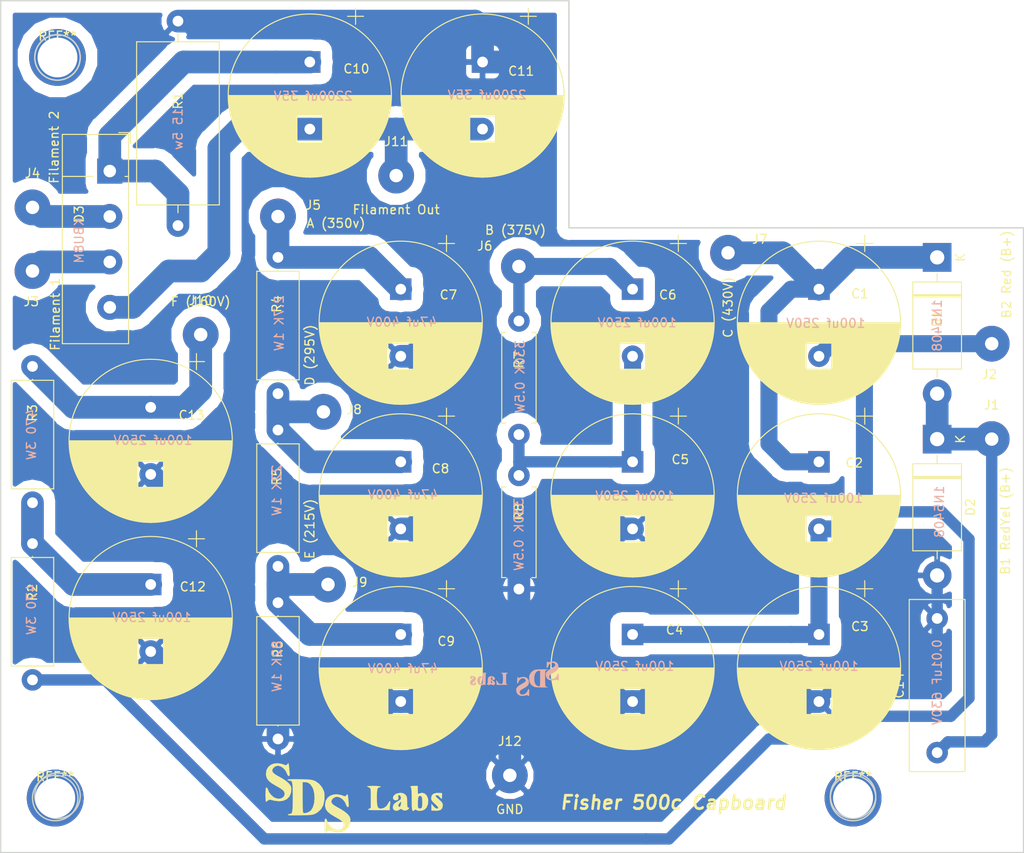
<source format=kicad_pcb>
(kicad_pcb (version 20171130) (host pcbnew "(5.0.1-3-g963ef8bb5)")

  (general
    (thickness 1.6)
    (drawings 13)
    (tracks 129)
    (zones 0)
    (modules 44)
    (nets 16)
  )

  (page USLetter)
  (title_block
    (title "Fisher 500 Power Supply Capacitor Board")
    (date 2020-03-02)
    (company "SDS Labs")
  )

  (layers
    (0 F.Cu signal)
    (31 B.Cu signal)
    (32 B.Adhes user)
    (33 F.Adhes user)
    (34 B.Paste user)
    (35 F.Paste user)
    (36 B.SilkS user)
    (37 F.SilkS user)
    (38 B.Mask user)
    (39 F.Mask user)
    (40 Dwgs.User user)
    (41 Cmts.User user)
    (42 Eco1.User user)
    (43 Eco2.User user)
    (44 Edge.Cuts user)
    (45 Margin user)
    (46 B.CrtYd user)
    (47 F.CrtYd user)
    (48 B.Fab user hide)
    (49 F.Fab user hide)
  )

  (setup
    (last_trace_width 1.27)
    (user_trace_width 0.254)
    (user_trace_width 0.635)
    (user_trace_width 1.27)
    (user_trace_width 1.905)
    (user_trace_width 2.54)
    (user_trace_width 3.175)
    (user_trace_width 3.81)
    (trace_clearance 0.2)
    (zone_clearance 1.27)
    (zone_45_only no)
    (trace_min 0.2)
    (segment_width 0.2)
    (edge_width 0.15)
    (via_size 0.8)
    (via_drill 0.4)
    (via_min_size 0.4)
    (via_min_drill 0.3)
    (uvia_size 0.3)
    (uvia_drill 0.1)
    (uvias_allowed no)
    (uvia_min_size 0.2)
    (uvia_min_drill 0.1)
    (pcb_text_width 0.3)
    (pcb_text_size 1.5 1.5)
    (mod_edge_width 0.15)
    (mod_text_size 1 1)
    (mod_text_width 0.15)
    (pad_size 6.35 6.35)
    (pad_drill 4.445)
    (pad_to_mask_clearance 0.051)
    (solder_mask_min_width 0.25)
    (aux_axis_origin 0 0)
    (visible_elements FFFFFF7F)
    (pcbplotparams
      (layerselection 0x010fc_ffffffff)
      (usegerberextensions false)
      (usegerberattributes false)
      (usegerberadvancedattributes false)
      (creategerberjobfile false)
      (excludeedgelayer true)
      (linewidth 0.100000)
      (plotframeref false)
      (viasonmask false)
      (mode 1)
      (useauxorigin false)
      (hpglpennumber 1)
      (hpglpenspeed 20)
      (hpglpendiameter 15.000000)
      (psnegative false)
      (psa4output false)
      (plotreference true)
      (plotvalue true)
      (plotinvisibletext false)
      (padsonsilk false)
      (subtractmaskfromsilk false)
      (outputformat 1)
      (mirror false)
      (drillshape 1)
      (scaleselection 1)
      (outputdirectory ""))
  )

  (net 0 "")
  (net 1 "Net-(C1-Pad2)")
  (net 2 "Net-(C1-Pad1)")
  (net 3 GND)
  (net 4 "Net-(C5-Pad1)")
  (net 5 "Net-(C6-Pad1)")
  (net 6 "Net-(C7-Pad1)")
  (net 7 "Net-(C8-Pad1)")
  (net 8 "Net-(C9-Pad1)")
  (net 9 "Net-(C10-Pad2)")
  (net 10 "Net-(C10-Pad1)")
  (net 11 "Net-(C12-Pad1)")
  (net 12 "Net-(C13-Pad1)")
  (net 13 "Net-(C14-Pad1)")
  (net 14 "Net-(D3-Pad3)")
  (net 15 "Net-(D3-Pad2)")

  (net_class Default "This is the default net class."
    (clearance 0.2)
    (trace_width 0.25)
    (via_dia 0.8)
    (via_drill 0.4)
    (uvia_dia 0.3)
    (uvia_drill 0.1)
    (add_net GND)
    (add_net "Net-(C1-Pad1)")
    (add_net "Net-(C1-Pad2)")
    (add_net "Net-(C10-Pad1)")
    (add_net "Net-(C10-Pad2)")
    (add_net "Net-(C12-Pad1)")
    (add_net "Net-(C13-Pad1)")
    (add_net "Net-(C14-Pad1)")
    (add_net "Net-(C5-Pad1)")
    (add_net "Net-(C6-Pad1)")
    (add_net "Net-(C7-Pad1)")
    (add_net "Net-(C8-Pad1)")
    (add_net "Net-(C9-Pad1)")
    (add_net "Net-(D3-Pad2)")
    (add_net "Net-(D3-Pad3)")
  )

  (module TestPoint:TestPoint_Pad_D3.0mm (layer F.Cu) (tedit 5E6E6998) (tstamp 5E7AA328)
    (at 161.29 131.064)
    (descr "SMD pad as test Point, diameter 3.0mm")
    (tags "test point SMD pad")
    (attr virtual)
    (fp_text reference REF** (at 0 -2.398) (layer F.SilkS)
      (effects (font (size 1 1) (thickness 0.15)))
    )
    (fp_text value TestPoint_Pad_D3.0mm (at 0 2.55) (layer F.Fab) hide
      (effects (font (size 1 1) (thickness 0.15)))
    )
    (fp_circle (center 0 0) (end 0 1.75) (layer F.SilkS) (width 0.12))
    (fp_circle (center 0 0) (end 2 0) (layer F.CrtYd) (width 0.05))
    (fp_text user %R (at 0 -2.4) (layer F.Fab)
      (effects (font (size 1 1) (thickness 0.15)))
    )
    (pad 1 thru_hole circle (at 0 0) (size 6.35 6.35) (drill 4.445) (layers *.Cu *.Mask))
  )

  (module TestPoint:TestPoint_Pad_D3.0mm (layer F.Cu) (tedit 5E6E699E) (tstamp 5E7AA321)
    (at 161.29 131.064)
    (descr "SMD pad as test Point, diameter 3.0mm")
    (tags "test point SMD pad")
    (attr virtual)
    (fp_text reference REF** (at 0 -2.398) (layer F.SilkS)
      (effects (font (size 1 1) (thickness 0.15)))
    )
    (fp_text value TestPoint_Pad_D3.0mm (at 0 2.55) (layer F.Fab) hide
      (effects (font (size 1 1) (thickness 0.15)))
    )
    (fp_text user %R (at 0 -2.4) (layer F.Fab)
      (effects (font (size 1 1) (thickness 0.15)))
    )
    (fp_circle (center 0 0) (end 2 0) (layer F.CrtYd) (width 0.05))
    (fp_circle (center 0 0) (end 0 1.75) (layer F.SilkS) (width 0.12))
    (pad 1 thru_hole circle (at 0 0) (size 6.35 6.35) (drill 4.445) (layers *.Cu *.Mask))
  )

  (module TestPoint:TestPoint_Pad_D3.0mm (layer F.Cu) (tedit 5E6E69A7) (tstamp 5E7AA328)
    (at 72.136 131.064)
    (descr "SMD pad as test Point, diameter 3.0mm")
    (tags "test point SMD pad")
    (attr virtual)
    (fp_text reference REF** (at 0 -2.398) (layer F.SilkS)
      (effects (font (size 1 1) (thickness 0.15)))
    )
    (fp_text value TestPoint_Pad_D3.0mm (at 0 2.55) (layer F.Fab) hide
      (effects (font (size 1 1) (thickness 0.15)))
    )
    (fp_circle (center 0 0) (end 0 1.75) (layer F.SilkS) (width 0.12))
    (fp_circle (center 0 0) (end 2 0) (layer F.CrtYd) (width 0.05))
    (fp_text user %R (at 0 -2.4) (layer F.Fab)
      (effects (font (size 1 1) (thickness 0.15)))
    )
    (pad 1 thru_hole circle (at 0 0) (size 6.35 6.35) (drill 4.445) (layers *.Cu *.Mask))
  )

  (module TestPoint:TestPoint_Pad_D3.0mm (layer F.Cu) (tedit 5E6E69AD) (tstamp 5E7AA321)
    (at 72.136 131.064)
    (descr "SMD pad as test Point, diameter 3.0mm")
    (tags "test point SMD pad")
    (attr virtual)
    (fp_text reference REF** (at 0 -2.398) (layer F.SilkS)
      (effects (font (size 1 1) (thickness 0.15)))
    )
    (fp_text value TestPoint_Pad_D3.0mm (at 0 2.55) (layer F.Fab) hide
      (effects (font (size 1 1) (thickness 0.15)))
    )
    (fp_text user %R (at 0 -2.4) (layer F.Fab)
      (effects (font (size 1 1) (thickness 0.15)))
    )
    (fp_circle (center 0 0) (end 2 0) (layer F.CrtYd) (width 0.05))
    (fp_circle (center 0 0) (end 0 1.75) (layer F.SilkS) (width 0.12))
    (pad 1 thru_hole circle (at 0 0) (size 6.35 6.35) (drill 4.445) (layers *.Cu *.Mask))
  )

  (module Capacitor_THT:CP_Radial_D18.0mm_P7.50mm (layer F.Cu) (tedit 5E6E6962) (tstamp 5E5DD266)
    (at 157.48 74.168 270)
    (descr "CP, Radial series, Radial, pin pitch=7.50mm, , diameter=18mm, Electrolytic Capacitor")
    (tags "CP Radial series Radial pin pitch 7.50mm  diameter 18mm Electrolytic Capacitor")
    (path /5E5D1A0C)
    (fp_text reference C1 (at 0.508 -4.572) (layer F.SilkS)
      (effects (font (size 1 1) (thickness 0.15)))
    )
    (fp_text value "100uf 250V" (at 3.81 -0.762) (layer B.SilkS)
      (effects (font (size 1 1) (thickness 0.15)) (justify mirror))
    )
    (fp_text user %R (at 2.032 -4.572) (layer F.Fab)
      (effects (font (size 1 1) (thickness 0.15)))
    )
    (fp_line (start -5.10944 -6.015) (end -5.10944 -4.215) (layer F.SilkS) (width 0.12))
    (fp_line (start -6.00944 -5.115) (end -4.20944 -5.115) (layer F.SilkS) (width 0.12))
    (fp_line (start 12.87 -0.04) (end 12.87 0.04) (layer F.SilkS) (width 0.12))
    (fp_line (start 12.83 -0.814) (end 12.83 0.814) (layer F.SilkS) (width 0.12))
    (fp_line (start 12.79 -1.166) (end 12.79 1.166) (layer F.SilkS) (width 0.12))
    (fp_line (start 12.75 -1.435) (end 12.75 1.435) (layer F.SilkS) (width 0.12))
    (fp_line (start 12.71 -1.661) (end 12.71 1.661) (layer F.SilkS) (width 0.12))
    (fp_line (start 12.67 -1.86) (end 12.67 1.86) (layer F.SilkS) (width 0.12))
    (fp_line (start 12.63 -2.039) (end 12.63 2.039) (layer F.SilkS) (width 0.12))
    (fp_line (start 12.59 -2.203) (end 12.59 2.203) (layer F.SilkS) (width 0.12))
    (fp_line (start 12.55 -2.355) (end 12.55 2.355) (layer F.SilkS) (width 0.12))
    (fp_line (start 12.51 -2.498) (end 12.51 2.498) (layer F.SilkS) (width 0.12))
    (fp_line (start 12.47 -2.632) (end 12.47 2.632) (layer F.SilkS) (width 0.12))
    (fp_line (start 12.43 -2.759) (end 12.43 2.759) (layer F.SilkS) (width 0.12))
    (fp_line (start 12.39 -2.88) (end 12.39 2.88) (layer F.SilkS) (width 0.12))
    (fp_line (start 12.35 -2.996) (end 12.35 2.996) (layer F.SilkS) (width 0.12))
    (fp_line (start 12.31 -3.107) (end 12.31 3.107) (layer F.SilkS) (width 0.12))
    (fp_line (start 12.27 -3.214) (end 12.27 3.214) (layer F.SilkS) (width 0.12))
    (fp_line (start 12.23 -3.317) (end 12.23 3.317) (layer F.SilkS) (width 0.12))
    (fp_line (start 12.19 -3.416) (end 12.19 3.416) (layer F.SilkS) (width 0.12))
    (fp_line (start 12.15 -3.512) (end 12.15 3.512) (layer F.SilkS) (width 0.12))
    (fp_line (start 12.11 -3.605) (end 12.11 3.605) (layer F.SilkS) (width 0.12))
    (fp_line (start 12.07 -3.696) (end 12.07 3.696) (layer F.SilkS) (width 0.12))
    (fp_line (start 12.03 -3.784) (end 12.03 3.784) (layer F.SilkS) (width 0.12))
    (fp_line (start 11.99 -3.869) (end 11.99 3.869) (layer F.SilkS) (width 0.12))
    (fp_line (start 11.95 -3.952) (end 11.95 3.952) (layer F.SilkS) (width 0.12))
    (fp_line (start 11.911 -4.033) (end 11.911 4.033) (layer F.SilkS) (width 0.12))
    (fp_line (start 11.871 -4.113) (end 11.871 4.113) (layer F.SilkS) (width 0.12))
    (fp_line (start 11.831 -4.19) (end 11.831 4.19) (layer F.SilkS) (width 0.12))
    (fp_line (start 11.791 -4.265) (end 11.791 4.265) (layer F.SilkS) (width 0.12))
    (fp_line (start 11.751 -4.339) (end 11.751 4.339) (layer F.SilkS) (width 0.12))
    (fp_line (start 11.711 -4.412) (end 11.711 4.412) (layer F.SilkS) (width 0.12))
    (fp_line (start 11.671 -4.482) (end 11.671 4.482) (layer F.SilkS) (width 0.12))
    (fp_line (start 11.631 -4.552) (end 11.631 4.552) (layer F.SilkS) (width 0.12))
    (fp_line (start 11.591 -4.62) (end 11.591 4.62) (layer F.SilkS) (width 0.12))
    (fp_line (start 11.551 -4.686) (end 11.551 4.686) (layer F.SilkS) (width 0.12))
    (fp_line (start 11.511 -4.752) (end 11.511 4.752) (layer F.SilkS) (width 0.12))
    (fp_line (start 11.471 -4.816) (end 11.471 4.816) (layer F.SilkS) (width 0.12))
    (fp_line (start 11.431 -4.879) (end 11.431 4.879) (layer F.SilkS) (width 0.12))
    (fp_line (start 11.391 -4.941) (end 11.391 4.941) (layer F.SilkS) (width 0.12))
    (fp_line (start 11.351 -5.002) (end 11.351 5.002) (layer F.SilkS) (width 0.12))
    (fp_line (start 11.311 -5.062) (end 11.311 5.062) (layer F.SilkS) (width 0.12))
    (fp_line (start 11.271 -5.12) (end 11.271 5.12) (layer F.SilkS) (width 0.12))
    (fp_line (start 11.231 -5.178) (end 11.231 5.178) (layer F.SilkS) (width 0.12))
    (fp_line (start 11.191 -5.235) (end 11.191 5.235) (layer F.SilkS) (width 0.12))
    (fp_line (start 11.151 -5.291) (end 11.151 5.291) (layer F.SilkS) (width 0.12))
    (fp_line (start 11.111 -5.346) (end 11.111 5.346) (layer F.SilkS) (width 0.12))
    (fp_line (start 11.071 -5.4) (end 11.071 5.4) (layer F.SilkS) (width 0.12))
    (fp_line (start 11.031 -5.454) (end 11.031 5.454) (layer F.SilkS) (width 0.12))
    (fp_line (start 10.991 -5.506) (end 10.991 5.506) (layer F.SilkS) (width 0.12))
    (fp_line (start 10.951 -5.558) (end 10.951 5.558) (layer F.SilkS) (width 0.12))
    (fp_line (start 10.911 -5.609) (end 10.911 5.609) (layer F.SilkS) (width 0.12))
    (fp_line (start 10.871 -5.66) (end 10.871 5.66) (layer F.SilkS) (width 0.12))
    (fp_line (start 10.831 -5.709) (end 10.831 5.709) (layer F.SilkS) (width 0.12))
    (fp_line (start 10.791 -5.758) (end 10.791 5.758) (layer F.SilkS) (width 0.12))
    (fp_line (start 10.751 -5.806) (end 10.751 5.806) (layer F.SilkS) (width 0.12))
    (fp_line (start 10.711 -5.854) (end 10.711 5.854) (layer F.SilkS) (width 0.12))
    (fp_line (start 10.671 -5.901) (end 10.671 5.901) (layer F.SilkS) (width 0.12))
    (fp_line (start 10.631 -5.947) (end 10.631 5.947) (layer F.SilkS) (width 0.12))
    (fp_line (start 10.591 -5.993) (end 10.591 5.993) (layer F.SilkS) (width 0.12))
    (fp_line (start 10.551 -6.038) (end 10.551 6.038) (layer F.SilkS) (width 0.12))
    (fp_line (start 10.511 -6.082) (end 10.511 6.082) (layer F.SilkS) (width 0.12))
    (fp_line (start 10.471 -6.126) (end 10.471 6.126) (layer F.SilkS) (width 0.12))
    (fp_line (start 10.431 -6.17) (end 10.431 6.17) (layer F.SilkS) (width 0.12))
    (fp_line (start 10.391 -6.212) (end 10.391 6.212) (layer F.SilkS) (width 0.12))
    (fp_line (start 10.351 -6.254) (end 10.351 6.254) (layer F.SilkS) (width 0.12))
    (fp_line (start 10.311 -6.296) (end 10.311 6.296) (layer F.SilkS) (width 0.12))
    (fp_line (start 10.271 -6.337) (end 10.271 6.337) (layer F.SilkS) (width 0.12))
    (fp_line (start 10.231 -6.378) (end 10.231 6.378) (layer F.SilkS) (width 0.12))
    (fp_line (start 10.191 -6.418) (end 10.191 6.418) (layer F.SilkS) (width 0.12))
    (fp_line (start 10.151 -6.458) (end 10.151 6.458) (layer F.SilkS) (width 0.12))
    (fp_line (start 10.111 -6.497) (end 10.111 6.497) (layer F.SilkS) (width 0.12))
    (fp_line (start 10.071 -6.536) (end 10.071 6.536) (layer F.SilkS) (width 0.12))
    (fp_line (start 10.031 -6.574) (end 10.031 6.574) (layer F.SilkS) (width 0.12))
    (fp_line (start 9.991 -6.612) (end 9.991 6.612) (layer F.SilkS) (width 0.12))
    (fp_line (start 9.951 -6.649) (end 9.951 6.649) (layer F.SilkS) (width 0.12))
    (fp_line (start 9.911 -6.686) (end 9.911 6.686) (layer F.SilkS) (width 0.12))
    (fp_line (start 9.871 -6.722) (end 9.871 6.722) (layer F.SilkS) (width 0.12))
    (fp_line (start 9.831 -6.758) (end 9.831 6.758) (layer F.SilkS) (width 0.12))
    (fp_line (start 9.791 -6.794) (end 9.791 6.794) (layer F.SilkS) (width 0.12))
    (fp_line (start 9.751 -6.829) (end 9.751 6.829) (layer F.SilkS) (width 0.12))
    (fp_line (start 9.711 -6.864) (end 9.711 6.864) (layer F.SilkS) (width 0.12))
    (fp_line (start 9.671 -6.898) (end 9.671 6.898) (layer F.SilkS) (width 0.12))
    (fp_line (start 9.631 -6.932) (end 9.631 6.932) (layer F.SilkS) (width 0.12))
    (fp_line (start 9.591 -6.965) (end 9.591 6.965) (layer F.SilkS) (width 0.12))
    (fp_line (start 9.551 -6.999) (end 9.551 6.999) (layer F.SilkS) (width 0.12))
    (fp_line (start 9.511 -7.031) (end 9.511 7.031) (layer F.SilkS) (width 0.12))
    (fp_line (start 9.471 -7.064) (end 9.471 7.064) (layer F.SilkS) (width 0.12))
    (fp_line (start 9.431 -7.096) (end 9.431 7.096) (layer F.SilkS) (width 0.12))
    (fp_line (start 9.391 -7.127) (end 9.391 7.127) (layer F.SilkS) (width 0.12))
    (fp_line (start 9.351 -7.159) (end 9.351 7.159) (layer F.SilkS) (width 0.12))
    (fp_line (start 9.311 -7.19) (end 9.311 7.19) (layer F.SilkS) (width 0.12))
    (fp_line (start 9.271 -7.22) (end 9.271 7.22) (layer F.SilkS) (width 0.12))
    (fp_line (start 9.231 -7.25) (end 9.231 7.25) (layer F.SilkS) (width 0.12))
    (fp_line (start 9.191 -7.28) (end 9.191 7.28) (layer F.SilkS) (width 0.12))
    (fp_line (start 9.151 -7.31) (end 9.151 7.31) (layer F.SilkS) (width 0.12))
    (fp_line (start 9.111 -7.339) (end 9.111 7.339) (layer F.SilkS) (width 0.12))
    (fp_line (start 9.071 -7.368) (end 9.071 7.368) (layer F.SilkS) (width 0.12))
    (fp_line (start 9.031 -7.397) (end 9.031 7.397) (layer F.SilkS) (width 0.12))
    (fp_line (start 8.991 -7.425) (end 8.991 7.425) (layer F.SilkS) (width 0.12))
    (fp_line (start 8.951 -7.453) (end 8.951 7.453) (layer F.SilkS) (width 0.12))
    (fp_line (start 8.911 1.44) (end 8.911 7.48) (layer F.SilkS) (width 0.12))
    (fp_line (start 8.911 -7.48) (end 8.911 -1.44) (layer F.SilkS) (width 0.12))
    (fp_line (start 8.871 1.44) (end 8.871 7.508) (layer F.SilkS) (width 0.12))
    (fp_line (start 8.871 -7.508) (end 8.871 -1.44) (layer F.SilkS) (width 0.12))
    (fp_line (start 8.831 1.44) (end 8.831 7.535) (layer F.SilkS) (width 0.12))
    (fp_line (start 8.831 -7.535) (end 8.831 -1.44) (layer F.SilkS) (width 0.12))
    (fp_line (start 8.791 1.44) (end 8.791 7.561) (layer F.SilkS) (width 0.12))
    (fp_line (start 8.791 -7.561) (end 8.791 -1.44) (layer F.SilkS) (width 0.12))
    (fp_line (start 8.751 1.44) (end 8.751 7.588) (layer F.SilkS) (width 0.12))
    (fp_line (start 8.751 -7.588) (end 8.751 -1.44) (layer F.SilkS) (width 0.12))
    (fp_line (start 8.711 1.44) (end 8.711 7.614) (layer F.SilkS) (width 0.12))
    (fp_line (start 8.711 -7.614) (end 8.711 -1.44) (layer F.SilkS) (width 0.12))
    (fp_line (start 8.671 1.44) (end 8.671 7.64) (layer F.SilkS) (width 0.12))
    (fp_line (start 8.671 -7.64) (end 8.671 -1.44) (layer F.SilkS) (width 0.12))
    (fp_line (start 8.631 1.44) (end 8.631 7.665) (layer F.SilkS) (width 0.12))
    (fp_line (start 8.631 -7.665) (end 8.631 -1.44) (layer F.SilkS) (width 0.12))
    (fp_line (start 8.591 1.44) (end 8.591 7.69) (layer F.SilkS) (width 0.12))
    (fp_line (start 8.591 -7.69) (end 8.591 -1.44) (layer F.SilkS) (width 0.12))
    (fp_line (start 8.551 1.44) (end 8.551 7.715) (layer F.SilkS) (width 0.12))
    (fp_line (start 8.551 -7.715) (end 8.551 -1.44) (layer F.SilkS) (width 0.12))
    (fp_line (start 8.511 1.44) (end 8.511 7.74) (layer F.SilkS) (width 0.12))
    (fp_line (start 8.511 -7.74) (end 8.511 -1.44) (layer F.SilkS) (width 0.12))
    (fp_line (start 8.471 1.44) (end 8.471 7.764) (layer F.SilkS) (width 0.12))
    (fp_line (start 8.471 -7.764) (end 8.471 -1.44) (layer F.SilkS) (width 0.12))
    (fp_line (start 8.431 1.44) (end 8.431 7.788) (layer F.SilkS) (width 0.12))
    (fp_line (start 8.431 -7.788) (end 8.431 -1.44) (layer F.SilkS) (width 0.12))
    (fp_line (start 8.391 1.44) (end 8.391 7.812) (layer F.SilkS) (width 0.12))
    (fp_line (start 8.391 -7.812) (end 8.391 -1.44) (layer F.SilkS) (width 0.12))
    (fp_line (start 8.351 1.44) (end 8.351 7.835) (layer F.SilkS) (width 0.12))
    (fp_line (start 8.351 -7.835) (end 8.351 -1.44) (layer F.SilkS) (width 0.12))
    (fp_line (start 8.311 1.44) (end 8.311 7.859) (layer F.SilkS) (width 0.12))
    (fp_line (start 8.311 -7.859) (end 8.311 -1.44) (layer F.SilkS) (width 0.12))
    (fp_line (start 8.271 1.44) (end 8.271 7.882) (layer F.SilkS) (width 0.12))
    (fp_line (start 8.271 -7.882) (end 8.271 -1.44) (layer F.SilkS) (width 0.12))
    (fp_line (start 8.231 1.44) (end 8.231 7.904) (layer F.SilkS) (width 0.12))
    (fp_line (start 8.231 -7.904) (end 8.231 -1.44) (layer F.SilkS) (width 0.12))
    (fp_line (start 8.191 1.44) (end 8.191 7.927) (layer F.SilkS) (width 0.12))
    (fp_line (start 8.191 -7.927) (end 8.191 -1.44) (layer F.SilkS) (width 0.12))
    (fp_line (start 8.151 1.44) (end 8.151 7.949) (layer F.SilkS) (width 0.12))
    (fp_line (start 8.151 -7.949) (end 8.151 -1.44) (layer F.SilkS) (width 0.12))
    (fp_line (start 8.111 1.44) (end 8.111 7.971) (layer F.SilkS) (width 0.12))
    (fp_line (start 8.111 -7.971) (end 8.111 -1.44) (layer F.SilkS) (width 0.12))
    (fp_line (start 8.071 1.44) (end 8.071 7.992) (layer F.SilkS) (width 0.12))
    (fp_line (start 8.071 -7.992) (end 8.071 -1.44) (layer F.SilkS) (width 0.12))
    (fp_line (start 8.031 1.44) (end 8.031 8.014) (layer F.SilkS) (width 0.12))
    (fp_line (start 8.031 -8.014) (end 8.031 -1.44) (layer F.SilkS) (width 0.12))
    (fp_line (start 7.991 1.44) (end 7.991 8.035) (layer F.SilkS) (width 0.12))
    (fp_line (start 7.991 -8.035) (end 7.991 -1.44) (layer F.SilkS) (width 0.12))
    (fp_line (start 7.951 1.44) (end 7.951 8.056) (layer F.SilkS) (width 0.12))
    (fp_line (start 7.951 -8.056) (end 7.951 -1.44) (layer F.SilkS) (width 0.12))
    (fp_line (start 7.911 1.44) (end 7.911 8.076) (layer F.SilkS) (width 0.12))
    (fp_line (start 7.911 -8.076) (end 7.911 -1.44) (layer F.SilkS) (width 0.12))
    (fp_line (start 7.871 1.44) (end 7.871 8.097) (layer F.SilkS) (width 0.12))
    (fp_line (start 7.871 -8.097) (end 7.871 -1.44) (layer F.SilkS) (width 0.12))
    (fp_line (start 7.831 1.44) (end 7.831 8.117) (layer F.SilkS) (width 0.12))
    (fp_line (start 7.831 -8.117) (end 7.831 -1.44) (layer F.SilkS) (width 0.12))
    (fp_line (start 7.791 1.44) (end 7.791 8.137) (layer F.SilkS) (width 0.12))
    (fp_line (start 7.791 -8.137) (end 7.791 -1.44) (layer F.SilkS) (width 0.12))
    (fp_line (start 7.751 1.44) (end 7.751 8.156) (layer F.SilkS) (width 0.12))
    (fp_line (start 7.751 -8.156) (end 7.751 -1.44) (layer F.SilkS) (width 0.12))
    (fp_line (start 7.711 1.44) (end 7.711 8.176) (layer F.SilkS) (width 0.12))
    (fp_line (start 7.711 -8.176) (end 7.711 -1.44) (layer F.SilkS) (width 0.12))
    (fp_line (start 7.671 1.44) (end 7.671 8.195) (layer F.SilkS) (width 0.12))
    (fp_line (start 7.671 -8.195) (end 7.671 -1.44) (layer F.SilkS) (width 0.12))
    (fp_line (start 7.631 1.44) (end 7.631 8.214) (layer F.SilkS) (width 0.12))
    (fp_line (start 7.631 -8.214) (end 7.631 -1.44) (layer F.SilkS) (width 0.12))
    (fp_line (start 7.591 1.44) (end 7.591 8.233) (layer F.SilkS) (width 0.12))
    (fp_line (start 7.591 -8.233) (end 7.591 -1.44) (layer F.SilkS) (width 0.12))
    (fp_line (start 7.551 1.44) (end 7.551 8.251) (layer F.SilkS) (width 0.12))
    (fp_line (start 7.551 -8.251) (end 7.551 -1.44) (layer F.SilkS) (width 0.12))
    (fp_line (start 7.511 1.44) (end 7.511 8.269) (layer F.SilkS) (width 0.12))
    (fp_line (start 7.511 -8.269) (end 7.511 -1.44) (layer F.SilkS) (width 0.12))
    (fp_line (start 7.471 1.44) (end 7.471 8.287) (layer F.SilkS) (width 0.12))
    (fp_line (start 7.471 -8.287) (end 7.471 -1.44) (layer F.SilkS) (width 0.12))
    (fp_line (start 7.431 1.44) (end 7.431 8.305) (layer F.SilkS) (width 0.12))
    (fp_line (start 7.431 -8.305) (end 7.431 -1.44) (layer F.SilkS) (width 0.12))
    (fp_line (start 7.391 1.44) (end 7.391 8.323) (layer F.SilkS) (width 0.12))
    (fp_line (start 7.391 -8.323) (end 7.391 -1.44) (layer F.SilkS) (width 0.12))
    (fp_line (start 7.351 1.44) (end 7.351 8.34) (layer F.SilkS) (width 0.12))
    (fp_line (start 7.351 -8.34) (end 7.351 -1.44) (layer F.SilkS) (width 0.12))
    (fp_line (start 7.311 1.44) (end 7.311 8.357) (layer F.SilkS) (width 0.12))
    (fp_line (start 7.311 -8.357) (end 7.311 -1.44) (layer F.SilkS) (width 0.12))
    (fp_line (start 7.271 1.44) (end 7.271 8.374) (layer F.SilkS) (width 0.12))
    (fp_line (start 7.271 -8.374) (end 7.271 -1.44) (layer F.SilkS) (width 0.12))
    (fp_line (start 7.231 1.44) (end 7.231 8.39) (layer F.SilkS) (width 0.12))
    (fp_line (start 7.231 -8.39) (end 7.231 -1.44) (layer F.SilkS) (width 0.12))
    (fp_line (start 7.191 1.44) (end 7.191 8.407) (layer F.SilkS) (width 0.12))
    (fp_line (start 7.191 -8.407) (end 7.191 -1.44) (layer F.SilkS) (width 0.12))
    (fp_line (start 7.151 1.44) (end 7.151 8.423) (layer F.SilkS) (width 0.12))
    (fp_line (start 7.151 -8.423) (end 7.151 -1.44) (layer F.SilkS) (width 0.12))
    (fp_line (start 7.111 1.44) (end 7.111 8.439) (layer F.SilkS) (width 0.12))
    (fp_line (start 7.111 -8.439) (end 7.111 -1.44) (layer F.SilkS) (width 0.12))
    (fp_line (start 7.071 1.44) (end 7.071 8.455) (layer F.SilkS) (width 0.12))
    (fp_line (start 7.071 -8.455) (end 7.071 -1.44) (layer F.SilkS) (width 0.12))
    (fp_line (start 7.031 1.44) (end 7.031 8.47) (layer F.SilkS) (width 0.12))
    (fp_line (start 7.031 -8.47) (end 7.031 -1.44) (layer F.SilkS) (width 0.12))
    (fp_line (start 6.991 1.44) (end 6.991 8.486) (layer F.SilkS) (width 0.12))
    (fp_line (start 6.991 -8.486) (end 6.991 -1.44) (layer F.SilkS) (width 0.12))
    (fp_line (start 6.951 1.44) (end 6.951 8.501) (layer F.SilkS) (width 0.12))
    (fp_line (start 6.951 -8.501) (end 6.951 -1.44) (layer F.SilkS) (width 0.12))
    (fp_line (start 6.911 1.44) (end 6.911 8.516) (layer F.SilkS) (width 0.12))
    (fp_line (start 6.911 -8.516) (end 6.911 -1.44) (layer F.SilkS) (width 0.12))
    (fp_line (start 6.871 1.44) (end 6.871 8.53) (layer F.SilkS) (width 0.12))
    (fp_line (start 6.871 -8.53) (end 6.871 -1.44) (layer F.SilkS) (width 0.12))
    (fp_line (start 6.831 1.44) (end 6.831 8.545) (layer F.SilkS) (width 0.12))
    (fp_line (start 6.831 -8.545) (end 6.831 -1.44) (layer F.SilkS) (width 0.12))
    (fp_line (start 6.791 1.44) (end 6.791 8.559) (layer F.SilkS) (width 0.12))
    (fp_line (start 6.791 -8.559) (end 6.791 -1.44) (layer F.SilkS) (width 0.12))
    (fp_line (start 6.751 1.44) (end 6.751 8.573) (layer F.SilkS) (width 0.12))
    (fp_line (start 6.751 -8.573) (end 6.751 -1.44) (layer F.SilkS) (width 0.12))
    (fp_line (start 6.711 1.44) (end 6.711 8.587) (layer F.SilkS) (width 0.12))
    (fp_line (start 6.711 -8.587) (end 6.711 -1.44) (layer F.SilkS) (width 0.12))
    (fp_line (start 6.671 1.44) (end 6.671 8.6) (layer F.SilkS) (width 0.12))
    (fp_line (start 6.671 -8.6) (end 6.671 -1.44) (layer F.SilkS) (width 0.12))
    (fp_line (start 6.631 1.44) (end 6.631 8.614) (layer F.SilkS) (width 0.12))
    (fp_line (start 6.631 -8.614) (end 6.631 -1.44) (layer F.SilkS) (width 0.12))
    (fp_line (start 6.591 1.44) (end 6.591 8.627) (layer F.SilkS) (width 0.12))
    (fp_line (start 6.591 -8.627) (end 6.591 -1.44) (layer F.SilkS) (width 0.12))
    (fp_line (start 6.551 1.44) (end 6.551 8.64) (layer F.SilkS) (width 0.12))
    (fp_line (start 6.551 -8.64) (end 6.551 -1.44) (layer F.SilkS) (width 0.12))
    (fp_line (start 6.511 1.44) (end 6.511 8.653) (layer F.SilkS) (width 0.12))
    (fp_line (start 6.511 -8.653) (end 6.511 -1.44) (layer F.SilkS) (width 0.12))
    (fp_line (start 6.471 1.44) (end 6.471 8.665) (layer F.SilkS) (width 0.12))
    (fp_line (start 6.471 -8.665) (end 6.471 -1.44) (layer F.SilkS) (width 0.12))
    (fp_line (start 6.431 1.44) (end 6.431 8.678) (layer F.SilkS) (width 0.12))
    (fp_line (start 6.431 -8.678) (end 6.431 -1.44) (layer F.SilkS) (width 0.12))
    (fp_line (start 6.391 1.44) (end 6.391 8.69) (layer F.SilkS) (width 0.12))
    (fp_line (start 6.391 -8.69) (end 6.391 -1.44) (layer F.SilkS) (width 0.12))
    (fp_line (start 6.351 1.44) (end 6.351 8.702) (layer F.SilkS) (width 0.12))
    (fp_line (start 6.351 -8.702) (end 6.351 -1.44) (layer F.SilkS) (width 0.12))
    (fp_line (start 6.311 1.44) (end 6.311 8.714) (layer F.SilkS) (width 0.12))
    (fp_line (start 6.311 -8.714) (end 6.311 -1.44) (layer F.SilkS) (width 0.12))
    (fp_line (start 6.271 1.44) (end 6.271 8.725) (layer F.SilkS) (width 0.12))
    (fp_line (start 6.271 -8.725) (end 6.271 -1.44) (layer F.SilkS) (width 0.12))
    (fp_line (start 6.231 1.44) (end 6.231 8.737) (layer F.SilkS) (width 0.12))
    (fp_line (start 6.231 -8.737) (end 6.231 -1.44) (layer F.SilkS) (width 0.12))
    (fp_line (start 6.191 1.44) (end 6.191 8.748) (layer F.SilkS) (width 0.12))
    (fp_line (start 6.191 -8.748) (end 6.191 -1.44) (layer F.SilkS) (width 0.12))
    (fp_line (start 6.151 1.44) (end 6.151 8.759) (layer F.SilkS) (width 0.12))
    (fp_line (start 6.151 -8.759) (end 6.151 -1.44) (layer F.SilkS) (width 0.12))
    (fp_line (start 6.111 1.44) (end 6.111 8.77) (layer F.SilkS) (width 0.12))
    (fp_line (start 6.111 -8.77) (end 6.111 -1.44) (layer F.SilkS) (width 0.12))
    (fp_line (start 6.071 1.44) (end 6.071 8.78) (layer F.SilkS) (width 0.12))
    (fp_line (start 6.071 -8.78) (end 6.071 -1.44) (layer F.SilkS) (width 0.12))
    (fp_line (start 6.031 -8.791) (end 6.031 8.791) (layer F.SilkS) (width 0.12))
    (fp_line (start 5.991 -8.801) (end 5.991 8.801) (layer F.SilkS) (width 0.12))
    (fp_line (start 5.951 -8.811) (end 5.951 8.811) (layer F.SilkS) (width 0.12))
    (fp_line (start 5.911 -8.821) (end 5.911 8.821) (layer F.SilkS) (width 0.12))
    (fp_line (start 5.871 -8.831) (end 5.871 8.831) (layer F.SilkS) (width 0.12))
    (fp_line (start 5.831 -8.84) (end 5.831 8.84) (layer F.SilkS) (width 0.12))
    (fp_line (start 5.791 -8.849) (end 5.791 8.849) (layer F.SilkS) (width 0.12))
    (fp_line (start 5.751 -8.858) (end 5.751 8.858) (layer F.SilkS) (width 0.12))
    (fp_line (start 5.711 -8.867) (end 5.711 8.867) (layer F.SilkS) (width 0.12))
    (fp_line (start 5.671 -8.876) (end 5.671 8.876) (layer F.SilkS) (width 0.12))
    (fp_line (start 5.631 -8.885) (end 5.631 8.885) (layer F.SilkS) (width 0.12))
    (fp_line (start 5.591 -8.893) (end 5.591 8.893) (layer F.SilkS) (width 0.12))
    (fp_line (start 5.551 -8.901) (end 5.551 8.901) (layer F.SilkS) (width 0.12))
    (fp_line (start 5.511 -8.909) (end 5.511 8.909) (layer F.SilkS) (width 0.12))
    (fp_line (start 5.471 -8.917) (end 5.471 8.917) (layer F.SilkS) (width 0.12))
    (fp_line (start 5.431 -8.924) (end 5.431 8.924) (layer F.SilkS) (width 0.12))
    (fp_line (start 5.391 -8.932) (end 5.391 8.932) (layer F.SilkS) (width 0.12))
    (fp_line (start 5.351 -8.939) (end 5.351 8.939) (layer F.SilkS) (width 0.12))
    (fp_line (start 5.311 -8.946) (end 5.311 8.946) (layer F.SilkS) (width 0.12))
    (fp_line (start 5.271 -8.953) (end 5.271 8.953) (layer F.SilkS) (width 0.12))
    (fp_line (start 5.231 -8.96) (end 5.231 8.96) (layer F.SilkS) (width 0.12))
    (fp_line (start 5.191 -8.966) (end 5.191 8.966) (layer F.SilkS) (width 0.12))
    (fp_line (start 5.151 -8.972) (end 5.151 8.972) (layer F.SilkS) (width 0.12))
    (fp_line (start 5.111 -8.979) (end 5.111 8.979) (layer F.SilkS) (width 0.12))
    (fp_line (start 5.071 -8.984) (end 5.071 8.984) (layer F.SilkS) (width 0.12))
    (fp_line (start 5.031 -8.99) (end 5.031 8.99) (layer F.SilkS) (width 0.12))
    (fp_line (start 4.991 -8.996) (end 4.991 8.996) (layer F.SilkS) (width 0.12))
    (fp_line (start 4.951 -9.001) (end 4.951 9.001) (layer F.SilkS) (width 0.12))
    (fp_line (start 4.911 -9.006) (end 4.911 9.006) (layer F.SilkS) (width 0.12))
    (fp_line (start 4.871 -9.011) (end 4.871 9.011) (layer F.SilkS) (width 0.12))
    (fp_line (start 4.831 -9.016) (end 4.831 9.016) (layer F.SilkS) (width 0.12))
    (fp_line (start 4.791 -9.021) (end 4.791 9.021) (layer F.SilkS) (width 0.12))
    (fp_line (start 4.751 -9.026) (end 4.751 9.026) (layer F.SilkS) (width 0.12))
    (fp_line (start 4.711 -9.03) (end 4.711 9.03) (layer F.SilkS) (width 0.12))
    (fp_line (start 4.671 -9.034) (end 4.671 9.034) (layer F.SilkS) (width 0.12))
    (fp_line (start 4.631 -9.038) (end 4.631 9.038) (layer F.SilkS) (width 0.12))
    (fp_line (start 4.591 -9.042) (end 4.591 9.042) (layer F.SilkS) (width 0.12))
    (fp_line (start 4.551 -9.045) (end 4.551 9.045) (layer F.SilkS) (width 0.12))
    (fp_line (start 4.511 -9.049) (end 4.511 9.049) (layer F.SilkS) (width 0.12))
    (fp_line (start 4.471 -9.052) (end 4.471 9.052) (layer F.SilkS) (width 0.12))
    (fp_line (start 4.43 -9.055) (end 4.43 9.055) (layer F.SilkS) (width 0.12))
    (fp_line (start 4.39 -9.058) (end 4.39 9.058) (layer F.SilkS) (width 0.12))
    (fp_line (start 4.35 -9.061) (end 4.35 9.061) (layer F.SilkS) (width 0.12))
    (fp_line (start 4.31 -9.063) (end 4.31 9.063) (layer F.SilkS) (width 0.12))
    (fp_line (start 4.27 -9.066) (end 4.27 9.066) (layer F.SilkS) (width 0.12))
    (fp_line (start 4.23 -9.068) (end 4.23 9.068) (layer F.SilkS) (width 0.12))
    (fp_line (start 4.19 -9.07) (end 4.19 9.07) (layer F.SilkS) (width 0.12))
    (fp_line (start 4.15 -9.072) (end 4.15 9.072) (layer F.SilkS) (width 0.12))
    (fp_line (start 4.11 -9.073) (end 4.11 9.073) (layer F.SilkS) (width 0.12))
    (fp_line (start 4.07 -9.075) (end 4.07 9.075) (layer F.SilkS) (width 0.12))
    (fp_line (start 4.03 -9.076) (end 4.03 9.076) (layer F.SilkS) (width 0.12))
    (fp_line (start 3.99 -9.077) (end 3.99 9.077) (layer F.SilkS) (width 0.12))
    (fp_line (start 3.95 -9.078) (end 3.95 9.078) (layer F.SilkS) (width 0.12))
    (fp_line (start 3.91 -9.079) (end 3.91 9.079) (layer F.SilkS) (width 0.12))
    (fp_line (start 3.87 -9.08) (end 3.87 9.08) (layer F.SilkS) (width 0.12))
    (fp_line (start 3.83 -9.08) (end 3.83 9.08) (layer F.SilkS) (width 0.12))
    (fp_line (start 3.79 -9.08) (end 3.79 9.08) (layer F.SilkS) (width 0.12))
    (fp_line (start 3.75 -9.081) (end 3.75 9.081) (layer F.SilkS) (width 0.12))
    (fp_line (start -3.087271 -4.8475) (end -3.087271 -3.0475) (layer F.Fab) (width 0.1))
    (fp_line (start -3.987271 -3.9475) (end -2.187271 -3.9475) (layer F.Fab) (width 0.1))
    (fp_circle (center 3.75 0) (end 13 0) (layer F.CrtYd) (width 0.05))
    (fp_circle (center 3.75 0) (end 12.87 0) (layer F.SilkS) (width 0.12))
    (fp_circle (center 3.75 0) (end 12.75 0) (layer F.Fab) (width 0.1))
    (pad 2 thru_hole circle (at 7.5 0 270) (size 2.4 2.4) (drill 1.2) (layers *.Cu *.Mask)
      (net 1 "Net-(C1-Pad2)"))
    (pad 1 thru_hole rect (at 0 0 270) (size 2.4 2.4) (drill 1.2) (layers *.Cu *.Mask)
      (net 2 "Net-(C1-Pad1)"))
    (model ${KISYS3DMOD}/Capacitor_THT.3dshapes/CP_Radial_D18.0mm_P7.50mm.wrl
      (at (xyz 0 0 0))
      (scale (xyz 1 1 1))
      (rotate (xyz 0 0 0))
    )
  )

  (module Capacitor_THT:CP_Radial_D18.0mm_P7.50mm (layer F.Cu) (tedit 5E6E6954) (tstamp 5E5DD3A1)
    (at 157.48 93.472 270)
    (descr "CP, Radial series, Radial, pin pitch=7.50mm, , diameter=18mm, Electrolytic Capacitor")
    (tags "CP Radial series Radial pin pitch 7.50mm  diameter 18mm Electrolytic Capacitor")
    (path /5E5D2236)
    (fp_text reference C2 (at 0.127 -3.937) (layer F.SilkS)
      (effects (font (size 1 1) (thickness 0.15)))
    )
    (fp_text value "100uf 250V" (at 4.064 -0.508) (layer B.SilkS)
      (effects (font (size 1 1) (thickness 0.15)) (justify mirror))
    )
    (fp_text user %R (at 1.778 -4.064) (layer F.Fab)
      (effects (font (size 1 1) (thickness 0.15)))
    )
    (fp_line (start -5.10944 -6.015) (end -5.10944 -4.215) (layer F.SilkS) (width 0.12))
    (fp_line (start -6.00944 -5.115) (end -4.20944 -5.115) (layer F.SilkS) (width 0.12))
    (fp_line (start 12.87 -0.04) (end 12.87 0.04) (layer F.SilkS) (width 0.12))
    (fp_line (start 12.83 -0.814) (end 12.83 0.814) (layer F.SilkS) (width 0.12))
    (fp_line (start 12.79 -1.166) (end 12.79 1.166) (layer F.SilkS) (width 0.12))
    (fp_line (start 12.75 -1.435) (end 12.75 1.435) (layer F.SilkS) (width 0.12))
    (fp_line (start 12.71 -1.661) (end 12.71 1.661) (layer F.SilkS) (width 0.12))
    (fp_line (start 12.67 -1.86) (end 12.67 1.86) (layer F.SilkS) (width 0.12))
    (fp_line (start 12.63 -2.039) (end 12.63 2.039) (layer F.SilkS) (width 0.12))
    (fp_line (start 12.59 -2.203) (end 12.59 2.203) (layer F.SilkS) (width 0.12))
    (fp_line (start 12.55 -2.355) (end 12.55 2.355) (layer F.SilkS) (width 0.12))
    (fp_line (start 12.51 -2.498) (end 12.51 2.498) (layer F.SilkS) (width 0.12))
    (fp_line (start 12.47 -2.632) (end 12.47 2.632) (layer F.SilkS) (width 0.12))
    (fp_line (start 12.43 -2.759) (end 12.43 2.759) (layer F.SilkS) (width 0.12))
    (fp_line (start 12.39 -2.88) (end 12.39 2.88) (layer F.SilkS) (width 0.12))
    (fp_line (start 12.35 -2.996) (end 12.35 2.996) (layer F.SilkS) (width 0.12))
    (fp_line (start 12.31 -3.107) (end 12.31 3.107) (layer F.SilkS) (width 0.12))
    (fp_line (start 12.27 -3.214) (end 12.27 3.214) (layer F.SilkS) (width 0.12))
    (fp_line (start 12.23 -3.317) (end 12.23 3.317) (layer F.SilkS) (width 0.12))
    (fp_line (start 12.19 -3.416) (end 12.19 3.416) (layer F.SilkS) (width 0.12))
    (fp_line (start 12.15 -3.512) (end 12.15 3.512) (layer F.SilkS) (width 0.12))
    (fp_line (start 12.11 -3.605) (end 12.11 3.605) (layer F.SilkS) (width 0.12))
    (fp_line (start 12.07 -3.696) (end 12.07 3.696) (layer F.SilkS) (width 0.12))
    (fp_line (start 12.03 -3.784) (end 12.03 3.784) (layer F.SilkS) (width 0.12))
    (fp_line (start 11.99 -3.869) (end 11.99 3.869) (layer F.SilkS) (width 0.12))
    (fp_line (start 11.95 -3.952) (end 11.95 3.952) (layer F.SilkS) (width 0.12))
    (fp_line (start 11.911 -4.033) (end 11.911 4.033) (layer F.SilkS) (width 0.12))
    (fp_line (start 11.871 -4.113) (end 11.871 4.113) (layer F.SilkS) (width 0.12))
    (fp_line (start 11.831 -4.19) (end 11.831 4.19) (layer F.SilkS) (width 0.12))
    (fp_line (start 11.791 -4.265) (end 11.791 4.265) (layer F.SilkS) (width 0.12))
    (fp_line (start 11.751 -4.339) (end 11.751 4.339) (layer F.SilkS) (width 0.12))
    (fp_line (start 11.711 -4.412) (end 11.711 4.412) (layer F.SilkS) (width 0.12))
    (fp_line (start 11.671 -4.482) (end 11.671 4.482) (layer F.SilkS) (width 0.12))
    (fp_line (start 11.631 -4.552) (end 11.631 4.552) (layer F.SilkS) (width 0.12))
    (fp_line (start 11.591 -4.62) (end 11.591 4.62) (layer F.SilkS) (width 0.12))
    (fp_line (start 11.551 -4.686) (end 11.551 4.686) (layer F.SilkS) (width 0.12))
    (fp_line (start 11.511 -4.752) (end 11.511 4.752) (layer F.SilkS) (width 0.12))
    (fp_line (start 11.471 -4.816) (end 11.471 4.816) (layer F.SilkS) (width 0.12))
    (fp_line (start 11.431 -4.879) (end 11.431 4.879) (layer F.SilkS) (width 0.12))
    (fp_line (start 11.391 -4.941) (end 11.391 4.941) (layer F.SilkS) (width 0.12))
    (fp_line (start 11.351 -5.002) (end 11.351 5.002) (layer F.SilkS) (width 0.12))
    (fp_line (start 11.311 -5.062) (end 11.311 5.062) (layer F.SilkS) (width 0.12))
    (fp_line (start 11.271 -5.12) (end 11.271 5.12) (layer F.SilkS) (width 0.12))
    (fp_line (start 11.231 -5.178) (end 11.231 5.178) (layer F.SilkS) (width 0.12))
    (fp_line (start 11.191 -5.235) (end 11.191 5.235) (layer F.SilkS) (width 0.12))
    (fp_line (start 11.151 -5.291) (end 11.151 5.291) (layer F.SilkS) (width 0.12))
    (fp_line (start 11.111 -5.346) (end 11.111 5.346) (layer F.SilkS) (width 0.12))
    (fp_line (start 11.071 -5.4) (end 11.071 5.4) (layer F.SilkS) (width 0.12))
    (fp_line (start 11.031 -5.454) (end 11.031 5.454) (layer F.SilkS) (width 0.12))
    (fp_line (start 10.991 -5.506) (end 10.991 5.506) (layer F.SilkS) (width 0.12))
    (fp_line (start 10.951 -5.558) (end 10.951 5.558) (layer F.SilkS) (width 0.12))
    (fp_line (start 10.911 -5.609) (end 10.911 5.609) (layer F.SilkS) (width 0.12))
    (fp_line (start 10.871 -5.66) (end 10.871 5.66) (layer F.SilkS) (width 0.12))
    (fp_line (start 10.831 -5.709) (end 10.831 5.709) (layer F.SilkS) (width 0.12))
    (fp_line (start 10.791 -5.758) (end 10.791 5.758) (layer F.SilkS) (width 0.12))
    (fp_line (start 10.751 -5.806) (end 10.751 5.806) (layer F.SilkS) (width 0.12))
    (fp_line (start 10.711 -5.854) (end 10.711 5.854) (layer F.SilkS) (width 0.12))
    (fp_line (start 10.671 -5.901) (end 10.671 5.901) (layer F.SilkS) (width 0.12))
    (fp_line (start 10.631 -5.947) (end 10.631 5.947) (layer F.SilkS) (width 0.12))
    (fp_line (start 10.591 -5.993) (end 10.591 5.993) (layer F.SilkS) (width 0.12))
    (fp_line (start 10.551 -6.038) (end 10.551 6.038) (layer F.SilkS) (width 0.12))
    (fp_line (start 10.511 -6.082) (end 10.511 6.082) (layer F.SilkS) (width 0.12))
    (fp_line (start 10.471 -6.126) (end 10.471 6.126) (layer F.SilkS) (width 0.12))
    (fp_line (start 10.431 -6.17) (end 10.431 6.17) (layer F.SilkS) (width 0.12))
    (fp_line (start 10.391 -6.212) (end 10.391 6.212) (layer F.SilkS) (width 0.12))
    (fp_line (start 10.351 -6.254) (end 10.351 6.254) (layer F.SilkS) (width 0.12))
    (fp_line (start 10.311 -6.296) (end 10.311 6.296) (layer F.SilkS) (width 0.12))
    (fp_line (start 10.271 -6.337) (end 10.271 6.337) (layer F.SilkS) (width 0.12))
    (fp_line (start 10.231 -6.378) (end 10.231 6.378) (layer F.SilkS) (width 0.12))
    (fp_line (start 10.191 -6.418) (end 10.191 6.418) (layer F.SilkS) (width 0.12))
    (fp_line (start 10.151 -6.458) (end 10.151 6.458) (layer F.SilkS) (width 0.12))
    (fp_line (start 10.111 -6.497) (end 10.111 6.497) (layer F.SilkS) (width 0.12))
    (fp_line (start 10.071 -6.536) (end 10.071 6.536) (layer F.SilkS) (width 0.12))
    (fp_line (start 10.031 -6.574) (end 10.031 6.574) (layer F.SilkS) (width 0.12))
    (fp_line (start 9.991 -6.612) (end 9.991 6.612) (layer F.SilkS) (width 0.12))
    (fp_line (start 9.951 -6.649) (end 9.951 6.649) (layer F.SilkS) (width 0.12))
    (fp_line (start 9.911 -6.686) (end 9.911 6.686) (layer F.SilkS) (width 0.12))
    (fp_line (start 9.871 -6.722) (end 9.871 6.722) (layer F.SilkS) (width 0.12))
    (fp_line (start 9.831 -6.758) (end 9.831 6.758) (layer F.SilkS) (width 0.12))
    (fp_line (start 9.791 -6.794) (end 9.791 6.794) (layer F.SilkS) (width 0.12))
    (fp_line (start 9.751 -6.829) (end 9.751 6.829) (layer F.SilkS) (width 0.12))
    (fp_line (start 9.711 -6.864) (end 9.711 6.864) (layer F.SilkS) (width 0.12))
    (fp_line (start 9.671 -6.898) (end 9.671 6.898) (layer F.SilkS) (width 0.12))
    (fp_line (start 9.631 -6.932) (end 9.631 6.932) (layer F.SilkS) (width 0.12))
    (fp_line (start 9.591 -6.965) (end 9.591 6.965) (layer F.SilkS) (width 0.12))
    (fp_line (start 9.551 -6.999) (end 9.551 6.999) (layer F.SilkS) (width 0.12))
    (fp_line (start 9.511 -7.031) (end 9.511 7.031) (layer F.SilkS) (width 0.12))
    (fp_line (start 9.471 -7.064) (end 9.471 7.064) (layer F.SilkS) (width 0.12))
    (fp_line (start 9.431 -7.096) (end 9.431 7.096) (layer F.SilkS) (width 0.12))
    (fp_line (start 9.391 -7.127) (end 9.391 7.127) (layer F.SilkS) (width 0.12))
    (fp_line (start 9.351 -7.159) (end 9.351 7.159) (layer F.SilkS) (width 0.12))
    (fp_line (start 9.311 -7.19) (end 9.311 7.19) (layer F.SilkS) (width 0.12))
    (fp_line (start 9.271 -7.22) (end 9.271 7.22) (layer F.SilkS) (width 0.12))
    (fp_line (start 9.231 -7.25) (end 9.231 7.25) (layer F.SilkS) (width 0.12))
    (fp_line (start 9.191 -7.28) (end 9.191 7.28) (layer F.SilkS) (width 0.12))
    (fp_line (start 9.151 -7.31) (end 9.151 7.31) (layer F.SilkS) (width 0.12))
    (fp_line (start 9.111 -7.339) (end 9.111 7.339) (layer F.SilkS) (width 0.12))
    (fp_line (start 9.071 -7.368) (end 9.071 7.368) (layer F.SilkS) (width 0.12))
    (fp_line (start 9.031 -7.397) (end 9.031 7.397) (layer F.SilkS) (width 0.12))
    (fp_line (start 8.991 -7.425) (end 8.991 7.425) (layer F.SilkS) (width 0.12))
    (fp_line (start 8.951 -7.453) (end 8.951 7.453) (layer F.SilkS) (width 0.12))
    (fp_line (start 8.911 1.44) (end 8.911 7.48) (layer F.SilkS) (width 0.12))
    (fp_line (start 8.911 -7.48) (end 8.911 -1.44) (layer F.SilkS) (width 0.12))
    (fp_line (start 8.871 1.44) (end 8.871 7.508) (layer F.SilkS) (width 0.12))
    (fp_line (start 8.871 -7.508) (end 8.871 -1.44) (layer F.SilkS) (width 0.12))
    (fp_line (start 8.831 1.44) (end 8.831 7.535) (layer F.SilkS) (width 0.12))
    (fp_line (start 8.831 -7.535) (end 8.831 -1.44) (layer F.SilkS) (width 0.12))
    (fp_line (start 8.791 1.44) (end 8.791 7.561) (layer F.SilkS) (width 0.12))
    (fp_line (start 8.791 -7.561) (end 8.791 -1.44) (layer F.SilkS) (width 0.12))
    (fp_line (start 8.751 1.44) (end 8.751 7.588) (layer F.SilkS) (width 0.12))
    (fp_line (start 8.751 -7.588) (end 8.751 -1.44) (layer F.SilkS) (width 0.12))
    (fp_line (start 8.711 1.44) (end 8.711 7.614) (layer F.SilkS) (width 0.12))
    (fp_line (start 8.711 -7.614) (end 8.711 -1.44) (layer F.SilkS) (width 0.12))
    (fp_line (start 8.671 1.44) (end 8.671 7.64) (layer F.SilkS) (width 0.12))
    (fp_line (start 8.671 -7.64) (end 8.671 -1.44) (layer F.SilkS) (width 0.12))
    (fp_line (start 8.631 1.44) (end 8.631 7.665) (layer F.SilkS) (width 0.12))
    (fp_line (start 8.631 -7.665) (end 8.631 -1.44) (layer F.SilkS) (width 0.12))
    (fp_line (start 8.591 1.44) (end 8.591 7.69) (layer F.SilkS) (width 0.12))
    (fp_line (start 8.591 -7.69) (end 8.591 -1.44) (layer F.SilkS) (width 0.12))
    (fp_line (start 8.551 1.44) (end 8.551 7.715) (layer F.SilkS) (width 0.12))
    (fp_line (start 8.551 -7.715) (end 8.551 -1.44) (layer F.SilkS) (width 0.12))
    (fp_line (start 8.511 1.44) (end 8.511 7.74) (layer F.SilkS) (width 0.12))
    (fp_line (start 8.511 -7.74) (end 8.511 -1.44) (layer F.SilkS) (width 0.12))
    (fp_line (start 8.471 1.44) (end 8.471 7.764) (layer F.SilkS) (width 0.12))
    (fp_line (start 8.471 -7.764) (end 8.471 -1.44) (layer F.SilkS) (width 0.12))
    (fp_line (start 8.431 1.44) (end 8.431 7.788) (layer F.SilkS) (width 0.12))
    (fp_line (start 8.431 -7.788) (end 8.431 -1.44) (layer F.SilkS) (width 0.12))
    (fp_line (start 8.391 1.44) (end 8.391 7.812) (layer F.SilkS) (width 0.12))
    (fp_line (start 8.391 -7.812) (end 8.391 -1.44) (layer F.SilkS) (width 0.12))
    (fp_line (start 8.351 1.44) (end 8.351 7.835) (layer F.SilkS) (width 0.12))
    (fp_line (start 8.351 -7.835) (end 8.351 -1.44) (layer F.SilkS) (width 0.12))
    (fp_line (start 8.311 1.44) (end 8.311 7.859) (layer F.SilkS) (width 0.12))
    (fp_line (start 8.311 -7.859) (end 8.311 -1.44) (layer F.SilkS) (width 0.12))
    (fp_line (start 8.271 1.44) (end 8.271 7.882) (layer F.SilkS) (width 0.12))
    (fp_line (start 8.271 -7.882) (end 8.271 -1.44) (layer F.SilkS) (width 0.12))
    (fp_line (start 8.231 1.44) (end 8.231 7.904) (layer F.SilkS) (width 0.12))
    (fp_line (start 8.231 -7.904) (end 8.231 -1.44) (layer F.SilkS) (width 0.12))
    (fp_line (start 8.191 1.44) (end 8.191 7.927) (layer F.SilkS) (width 0.12))
    (fp_line (start 8.191 -7.927) (end 8.191 -1.44) (layer F.SilkS) (width 0.12))
    (fp_line (start 8.151 1.44) (end 8.151 7.949) (layer F.SilkS) (width 0.12))
    (fp_line (start 8.151 -7.949) (end 8.151 -1.44) (layer F.SilkS) (width 0.12))
    (fp_line (start 8.111 1.44) (end 8.111 7.971) (layer F.SilkS) (width 0.12))
    (fp_line (start 8.111 -7.971) (end 8.111 -1.44) (layer F.SilkS) (width 0.12))
    (fp_line (start 8.071 1.44) (end 8.071 7.992) (layer F.SilkS) (width 0.12))
    (fp_line (start 8.071 -7.992) (end 8.071 -1.44) (layer F.SilkS) (width 0.12))
    (fp_line (start 8.031 1.44) (end 8.031 8.014) (layer F.SilkS) (width 0.12))
    (fp_line (start 8.031 -8.014) (end 8.031 -1.44) (layer F.SilkS) (width 0.12))
    (fp_line (start 7.991 1.44) (end 7.991 8.035) (layer F.SilkS) (width 0.12))
    (fp_line (start 7.991 -8.035) (end 7.991 -1.44) (layer F.SilkS) (width 0.12))
    (fp_line (start 7.951 1.44) (end 7.951 8.056) (layer F.SilkS) (width 0.12))
    (fp_line (start 7.951 -8.056) (end 7.951 -1.44) (layer F.SilkS) (width 0.12))
    (fp_line (start 7.911 1.44) (end 7.911 8.076) (layer F.SilkS) (width 0.12))
    (fp_line (start 7.911 -8.076) (end 7.911 -1.44) (layer F.SilkS) (width 0.12))
    (fp_line (start 7.871 1.44) (end 7.871 8.097) (layer F.SilkS) (width 0.12))
    (fp_line (start 7.871 -8.097) (end 7.871 -1.44) (layer F.SilkS) (width 0.12))
    (fp_line (start 7.831 1.44) (end 7.831 8.117) (layer F.SilkS) (width 0.12))
    (fp_line (start 7.831 -8.117) (end 7.831 -1.44) (layer F.SilkS) (width 0.12))
    (fp_line (start 7.791 1.44) (end 7.791 8.137) (layer F.SilkS) (width 0.12))
    (fp_line (start 7.791 -8.137) (end 7.791 -1.44) (layer F.SilkS) (width 0.12))
    (fp_line (start 7.751 1.44) (end 7.751 8.156) (layer F.SilkS) (width 0.12))
    (fp_line (start 7.751 -8.156) (end 7.751 -1.44) (layer F.SilkS) (width 0.12))
    (fp_line (start 7.711 1.44) (end 7.711 8.176) (layer F.SilkS) (width 0.12))
    (fp_line (start 7.711 -8.176) (end 7.711 -1.44) (layer F.SilkS) (width 0.12))
    (fp_line (start 7.671 1.44) (end 7.671 8.195) (layer F.SilkS) (width 0.12))
    (fp_line (start 7.671 -8.195) (end 7.671 -1.44) (layer F.SilkS) (width 0.12))
    (fp_line (start 7.631 1.44) (end 7.631 8.214) (layer F.SilkS) (width 0.12))
    (fp_line (start 7.631 -8.214) (end 7.631 -1.44) (layer F.SilkS) (width 0.12))
    (fp_line (start 7.591 1.44) (end 7.591 8.233) (layer F.SilkS) (width 0.12))
    (fp_line (start 7.591 -8.233) (end 7.591 -1.44) (layer F.SilkS) (width 0.12))
    (fp_line (start 7.551 1.44) (end 7.551 8.251) (layer F.SilkS) (width 0.12))
    (fp_line (start 7.551 -8.251) (end 7.551 -1.44) (layer F.SilkS) (width 0.12))
    (fp_line (start 7.511 1.44) (end 7.511 8.269) (layer F.SilkS) (width 0.12))
    (fp_line (start 7.511 -8.269) (end 7.511 -1.44) (layer F.SilkS) (width 0.12))
    (fp_line (start 7.471 1.44) (end 7.471 8.287) (layer F.SilkS) (width 0.12))
    (fp_line (start 7.471 -8.287) (end 7.471 -1.44) (layer F.SilkS) (width 0.12))
    (fp_line (start 7.431 1.44) (end 7.431 8.305) (layer F.SilkS) (width 0.12))
    (fp_line (start 7.431 -8.305) (end 7.431 -1.44) (layer F.SilkS) (width 0.12))
    (fp_line (start 7.391 1.44) (end 7.391 8.323) (layer F.SilkS) (width 0.12))
    (fp_line (start 7.391 -8.323) (end 7.391 -1.44) (layer F.SilkS) (width 0.12))
    (fp_line (start 7.351 1.44) (end 7.351 8.34) (layer F.SilkS) (width 0.12))
    (fp_line (start 7.351 -8.34) (end 7.351 -1.44) (layer F.SilkS) (width 0.12))
    (fp_line (start 7.311 1.44) (end 7.311 8.357) (layer F.SilkS) (width 0.12))
    (fp_line (start 7.311 -8.357) (end 7.311 -1.44) (layer F.SilkS) (width 0.12))
    (fp_line (start 7.271 1.44) (end 7.271 8.374) (layer F.SilkS) (width 0.12))
    (fp_line (start 7.271 -8.374) (end 7.271 -1.44) (layer F.SilkS) (width 0.12))
    (fp_line (start 7.231 1.44) (end 7.231 8.39) (layer F.SilkS) (width 0.12))
    (fp_line (start 7.231 -8.39) (end 7.231 -1.44) (layer F.SilkS) (width 0.12))
    (fp_line (start 7.191 1.44) (end 7.191 8.407) (layer F.SilkS) (width 0.12))
    (fp_line (start 7.191 -8.407) (end 7.191 -1.44) (layer F.SilkS) (width 0.12))
    (fp_line (start 7.151 1.44) (end 7.151 8.423) (layer F.SilkS) (width 0.12))
    (fp_line (start 7.151 -8.423) (end 7.151 -1.44) (layer F.SilkS) (width 0.12))
    (fp_line (start 7.111 1.44) (end 7.111 8.439) (layer F.SilkS) (width 0.12))
    (fp_line (start 7.111 -8.439) (end 7.111 -1.44) (layer F.SilkS) (width 0.12))
    (fp_line (start 7.071 1.44) (end 7.071 8.455) (layer F.SilkS) (width 0.12))
    (fp_line (start 7.071 -8.455) (end 7.071 -1.44) (layer F.SilkS) (width 0.12))
    (fp_line (start 7.031 1.44) (end 7.031 8.47) (layer F.SilkS) (width 0.12))
    (fp_line (start 7.031 -8.47) (end 7.031 -1.44) (layer F.SilkS) (width 0.12))
    (fp_line (start 6.991 1.44) (end 6.991 8.486) (layer F.SilkS) (width 0.12))
    (fp_line (start 6.991 -8.486) (end 6.991 -1.44) (layer F.SilkS) (width 0.12))
    (fp_line (start 6.951 1.44) (end 6.951 8.501) (layer F.SilkS) (width 0.12))
    (fp_line (start 6.951 -8.501) (end 6.951 -1.44) (layer F.SilkS) (width 0.12))
    (fp_line (start 6.911 1.44) (end 6.911 8.516) (layer F.SilkS) (width 0.12))
    (fp_line (start 6.911 -8.516) (end 6.911 -1.44) (layer F.SilkS) (width 0.12))
    (fp_line (start 6.871 1.44) (end 6.871 8.53) (layer F.SilkS) (width 0.12))
    (fp_line (start 6.871 -8.53) (end 6.871 -1.44) (layer F.SilkS) (width 0.12))
    (fp_line (start 6.831 1.44) (end 6.831 8.545) (layer F.SilkS) (width 0.12))
    (fp_line (start 6.831 -8.545) (end 6.831 -1.44) (layer F.SilkS) (width 0.12))
    (fp_line (start 6.791 1.44) (end 6.791 8.559) (layer F.SilkS) (width 0.12))
    (fp_line (start 6.791 -8.559) (end 6.791 -1.44) (layer F.SilkS) (width 0.12))
    (fp_line (start 6.751 1.44) (end 6.751 8.573) (layer F.SilkS) (width 0.12))
    (fp_line (start 6.751 -8.573) (end 6.751 -1.44) (layer F.SilkS) (width 0.12))
    (fp_line (start 6.711 1.44) (end 6.711 8.587) (layer F.SilkS) (width 0.12))
    (fp_line (start 6.711 -8.587) (end 6.711 -1.44) (layer F.SilkS) (width 0.12))
    (fp_line (start 6.671 1.44) (end 6.671 8.6) (layer F.SilkS) (width 0.12))
    (fp_line (start 6.671 -8.6) (end 6.671 -1.44) (layer F.SilkS) (width 0.12))
    (fp_line (start 6.631 1.44) (end 6.631 8.614) (layer F.SilkS) (width 0.12))
    (fp_line (start 6.631 -8.614) (end 6.631 -1.44) (layer F.SilkS) (width 0.12))
    (fp_line (start 6.591 1.44) (end 6.591 8.627) (layer F.SilkS) (width 0.12))
    (fp_line (start 6.591 -8.627) (end 6.591 -1.44) (layer F.SilkS) (width 0.12))
    (fp_line (start 6.551 1.44) (end 6.551 8.64) (layer F.SilkS) (width 0.12))
    (fp_line (start 6.551 -8.64) (end 6.551 -1.44) (layer F.SilkS) (width 0.12))
    (fp_line (start 6.511 1.44) (end 6.511 8.653) (layer F.SilkS) (width 0.12))
    (fp_line (start 6.511 -8.653) (end 6.511 -1.44) (layer F.SilkS) (width 0.12))
    (fp_line (start 6.471 1.44) (end 6.471 8.665) (layer F.SilkS) (width 0.12))
    (fp_line (start 6.471 -8.665) (end 6.471 -1.44) (layer F.SilkS) (width 0.12))
    (fp_line (start 6.431 1.44) (end 6.431 8.678) (layer F.SilkS) (width 0.12))
    (fp_line (start 6.431 -8.678) (end 6.431 -1.44) (layer F.SilkS) (width 0.12))
    (fp_line (start 6.391 1.44) (end 6.391 8.69) (layer F.SilkS) (width 0.12))
    (fp_line (start 6.391 -8.69) (end 6.391 -1.44) (layer F.SilkS) (width 0.12))
    (fp_line (start 6.351 1.44) (end 6.351 8.702) (layer F.SilkS) (width 0.12))
    (fp_line (start 6.351 -8.702) (end 6.351 -1.44) (layer F.SilkS) (width 0.12))
    (fp_line (start 6.311 1.44) (end 6.311 8.714) (layer F.SilkS) (width 0.12))
    (fp_line (start 6.311 -8.714) (end 6.311 -1.44) (layer F.SilkS) (width 0.12))
    (fp_line (start 6.271 1.44) (end 6.271 8.725) (layer F.SilkS) (width 0.12))
    (fp_line (start 6.271 -8.725) (end 6.271 -1.44) (layer F.SilkS) (width 0.12))
    (fp_line (start 6.231 1.44) (end 6.231 8.737) (layer F.SilkS) (width 0.12))
    (fp_line (start 6.231 -8.737) (end 6.231 -1.44) (layer F.SilkS) (width 0.12))
    (fp_line (start 6.191 1.44) (end 6.191 8.748) (layer F.SilkS) (width 0.12))
    (fp_line (start 6.191 -8.748) (end 6.191 -1.44) (layer F.SilkS) (width 0.12))
    (fp_line (start 6.151 1.44) (end 6.151 8.759) (layer F.SilkS) (width 0.12))
    (fp_line (start 6.151 -8.759) (end 6.151 -1.44) (layer F.SilkS) (width 0.12))
    (fp_line (start 6.111 1.44) (end 6.111 8.77) (layer F.SilkS) (width 0.12))
    (fp_line (start 6.111 -8.77) (end 6.111 -1.44) (layer F.SilkS) (width 0.12))
    (fp_line (start 6.071 1.44) (end 6.071 8.78) (layer F.SilkS) (width 0.12))
    (fp_line (start 6.071 -8.78) (end 6.071 -1.44) (layer F.SilkS) (width 0.12))
    (fp_line (start 6.031 -8.791) (end 6.031 8.791) (layer F.SilkS) (width 0.12))
    (fp_line (start 5.991 -8.801) (end 5.991 8.801) (layer F.SilkS) (width 0.12))
    (fp_line (start 5.951 -8.811) (end 5.951 8.811) (layer F.SilkS) (width 0.12))
    (fp_line (start 5.911 -8.821) (end 5.911 8.821) (layer F.SilkS) (width 0.12))
    (fp_line (start 5.871 -8.831) (end 5.871 8.831) (layer F.SilkS) (width 0.12))
    (fp_line (start 5.831 -8.84) (end 5.831 8.84) (layer F.SilkS) (width 0.12))
    (fp_line (start 5.791 -8.849) (end 5.791 8.849) (layer F.SilkS) (width 0.12))
    (fp_line (start 5.751 -8.858) (end 5.751 8.858) (layer F.SilkS) (width 0.12))
    (fp_line (start 5.711 -8.867) (end 5.711 8.867) (layer F.SilkS) (width 0.12))
    (fp_line (start 5.671 -8.876) (end 5.671 8.876) (layer F.SilkS) (width 0.12))
    (fp_line (start 5.631 -8.885) (end 5.631 8.885) (layer F.SilkS) (width 0.12))
    (fp_line (start 5.591 -8.893) (end 5.591 8.893) (layer F.SilkS) (width 0.12))
    (fp_line (start 5.551 -8.901) (end 5.551 8.901) (layer F.SilkS) (width 0.12))
    (fp_line (start 5.511 -8.909) (end 5.511 8.909) (layer F.SilkS) (width 0.12))
    (fp_line (start 5.471 -8.917) (end 5.471 8.917) (layer F.SilkS) (width 0.12))
    (fp_line (start 5.431 -8.924) (end 5.431 8.924) (layer F.SilkS) (width 0.12))
    (fp_line (start 5.391 -8.932) (end 5.391 8.932) (layer F.SilkS) (width 0.12))
    (fp_line (start 5.351 -8.939) (end 5.351 8.939) (layer F.SilkS) (width 0.12))
    (fp_line (start 5.311 -8.946) (end 5.311 8.946) (layer F.SilkS) (width 0.12))
    (fp_line (start 5.271 -8.953) (end 5.271 8.953) (layer F.SilkS) (width 0.12))
    (fp_line (start 5.231 -8.96) (end 5.231 8.96) (layer F.SilkS) (width 0.12))
    (fp_line (start 5.191 -8.966) (end 5.191 8.966) (layer F.SilkS) (width 0.12))
    (fp_line (start 5.151 -8.972) (end 5.151 8.972) (layer F.SilkS) (width 0.12))
    (fp_line (start 5.111 -8.979) (end 5.111 8.979) (layer F.SilkS) (width 0.12))
    (fp_line (start 5.071 -8.984) (end 5.071 8.984) (layer F.SilkS) (width 0.12))
    (fp_line (start 5.031 -8.99) (end 5.031 8.99) (layer F.SilkS) (width 0.12))
    (fp_line (start 4.991 -8.996) (end 4.991 8.996) (layer F.SilkS) (width 0.12))
    (fp_line (start 4.951 -9.001) (end 4.951 9.001) (layer F.SilkS) (width 0.12))
    (fp_line (start 4.911 -9.006) (end 4.911 9.006) (layer F.SilkS) (width 0.12))
    (fp_line (start 4.871 -9.011) (end 4.871 9.011) (layer F.SilkS) (width 0.12))
    (fp_line (start 4.831 -9.016) (end 4.831 9.016) (layer F.SilkS) (width 0.12))
    (fp_line (start 4.791 -9.021) (end 4.791 9.021) (layer F.SilkS) (width 0.12))
    (fp_line (start 4.751 -9.026) (end 4.751 9.026) (layer F.SilkS) (width 0.12))
    (fp_line (start 4.711 -9.03) (end 4.711 9.03) (layer F.SilkS) (width 0.12))
    (fp_line (start 4.671 -9.034) (end 4.671 9.034) (layer F.SilkS) (width 0.12))
    (fp_line (start 4.631 -9.038) (end 4.631 9.038) (layer F.SilkS) (width 0.12))
    (fp_line (start 4.591 -9.042) (end 4.591 9.042) (layer F.SilkS) (width 0.12))
    (fp_line (start 4.551 -9.045) (end 4.551 9.045) (layer F.SilkS) (width 0.12))
    (fp_line (start 4.511 -9.049) (end 4.511 9.049) (layer F.SilkS) (width 0.12))
    (fp_line (start 4.471 -9.052) (end 4.471 9.052) (layer F.SilkS) (width 0.12))
    (fp_line (start 4.43 -9.055) (end 4.43 9.055) (layer F.SilkS) (width 0.12))
    (fp_line (start 4.39 -9.058) (end 4.39 9.058) (layer F.SilkS) (width 0.12))
    (fp_line (start 4.35 -9.061) (end 4.35 9.061) (layer F.SilkS) (width 0.12))
    (fp_line (start 4.31 -9.063) (end 4.31 9.063) (layer F.SilkS) (width 0.12))
    (fp_line (start 4.27 -9.066) (end 4.27 9.066) (layer F.SilkS) (width 0.12))
    (fp_line (start 4.23 -9.068) (end 4.23 9.068) (layer F.SilkS) (width 0.12))
    (fp_line (start 4.19 -9.07) (end 4.19 9.07) (layer F.SilkS) (width 0.12))
    (fp_line (start 4.15 -9.072) (end 4.15 9.072) (layer F.SilkS) (width 0.12))
    (fp_line (start 4.11 -9.073) (end 4.11 9.073) (layer F.SilkS) (width 0.12))
    (fp_line (start 4.07 -9.075) (end 4.07 9.075) (layer F.SilkS) (width 0.12))
    (fp_line (start 4.03 -9.076) (end 4.03 9.076) (layer F.SilkS) (width 0.12))
    (fp_line (start 3.99 -9.077) (end 3.99 9.077) (layer F.SilkS) (width 0.12))
    (fp_line (start 3.95 -9.078) (end 3.95 9.078) (layer F.SilkS) (width 0.12))
    (fp_line (start 3.91 -9.079) (end 3.91 9.079) (layer F.SilkS) (width 0.12))
    (fp_line (start 3.87 -9.08) (end 3.87 9.08) (layer F.SilkS) (width 0.12))
    (fp_line (start 3.83 -9.08) (end 3.83 9.08) (layer F.SilkS) (width 0.12))
    (fp_line (start 3.79 -9.08) (end 3.79 9.08) (layer F.SilkS) (width 0.12))
    (fp_line (start 3.75 -9.081) (end 3.75 9.081) (layer F.SilkS) (width 0.12))
    (fp_line (start -3.087271 -4.8475) (end -3.087271 -3.0475) (layer F.Fab) (width 0.1))
    (fp_line (start -3.987271 -3.9475) (end -2.187271 -3.9475) (layer F.Fab) (width 0.1))
    (fp_circle (center 3.75 0) (end 13 0) (layer F.CrtYd) (width 0.05))
    (fp_circle (center 3.75 0) (end 12.87 0) (layer F.SilkS) (width 0.12))
    (fp_circle (center 3.75 0) (end 12.75 0) (layer F.Fab) (width 0.1))
    (pad 2 thru_hole circle (at 7.5 0 270) (size 2.4 2.4) (drill 1.2) (layers *.Cu *.Mask)
      (net 1 "Net-(C1-Pad2)"))
    (pad 1 thru_hole rect (at 0 0 270) (size 2.4 2.4) (drill 1.2) (layers *.Cu *.Mask)
      (net 2 "Net-(C1-Pad1)"))
    (model ${KISYS3DMOD}/Capacitor_THT.3dshapes/CP_Radial_D18.0mm_P7.50mm.wrl
      (at (xyz 0 0 0))
      (scale (xyz 1 1 1))
      (rotate (xyz 0 0 0))
    )
  )

  (module Capacitor_THT:CP_Radial_D18.0mm_P7.50mm (layer F.Cu) (tedit 5E6E693B) (tstamp 5E5DD4DC)
    (at 157.48 112.776 270)
    (descr "CP, Radial series, Radial, pin pitch=7.50mm, , diameter=18mm, Electrolytic Capacitor")
    (tags "CP Radial series Radial pin pitch 7.50mm  diameter 18mm Electrolytic Capacitor")
    (path /5E5D23D2)
    (fp_text reference C3 (at -0.889 -4.572) (layer F.SilkS)
      (effects (font (size 1 1) (thickness 0.15)))
    )
    (fp_text value "100uf 250V" (at 3.556 0) (layer B.SilkS)
      (effects (font (size 1 1) (thickness 0.15)) (justify mirror))
    )
    (fp_circle (center 3.75 0) (end 12.75 0) (layer F.Fab) (width 0.1))
    (fp_circle (center 3.75 0) (end 12.87 0) (layer F.SilkS) (width 0.12))
    (fp_circle (center 3.75 0) (end 13 0) (layer F.CrtYd) (width 0.05))
    (fp_line (start -3.987271 -3.9475) (end -2.187271 -3.9475) (layer F.Fab) (width 0.1))
    (fp_line (start -3.087271 -4.8475) (end -3.087271 -3.0475) (layer F.Fab) (width 0.1))
    (fp_line (start 3.75 -9.081) (end 3.75 9.081) (layer F.SilkS) (width 0.12))
    (fp_line (start 3.79 -9.08) (end 3.79 9.08) (layer F.SilkS) (width 0.12))
    (fp_line (start 3.83 -9.08) (end 3.83 9.08) (layer F.SilkS) (width 0.12))
    (fp_line (start 3.87 -9.08) (end 3.87 9.08) (layer F.SilkS) (width 0.12))
    (fp_line (start 3.91 -9.079) (end 3.91 9.079) (layer F.SilkS) (width 0.12))
    (fp_line (start 3.95 -9.078) (end 3.95 9.078) (layer F.SilkS) (width 0.12))
    (fp_line (start 3.99 -9.077) (end 3.99 9.077) (layer F.SilkS) (width 0.12))
    (fp_line (start 4.03 -9.076) (end 4.03 9.076) (layer F.SilkS) (width 0.12))
    (fp_line (start 4.07 -9.075) (end 4.07 9.075) (layer F.SilkS) (width 0.12))
    (fp_line (start 4.11 -9.073) (end 4.11 9.073) (layer F.SilkS) (width 0.12))
    (fp_line (start 4.15 -9.072) (end 4.15 9.072) (layer F.SilkS) (width 0.12))
    (fp_line (start 4.19 -9.07) (end 4.19 9.07) (layer F.SilkS) (width 0.12))
    (fp_line (start 4.23 -9.068) (end 4.23 9.068) (layer F.SilkS) (width 0.12))
    (fp_line (start 4.27 -9.066) (end 4.27 9.066) (layer F.SilkS) (width 0.12))
    (fp_line (start 4.31 -9.063) (end 4.31 9.063) (layer F.SilkS) (width 0.12))
    (fp_line (start 4.35 -9.061) (end 4.35 9.061) (layer F.SilkS) (width 0.12))
    (fp_line (start 4.39 -9.058) (end 4.39 9.058) (layer F.SilkS) (width 0.12))
    (fp_line (start 4.43 -9.055) (end 4.43 9.055) (layer F.SilkS) (width 0.12))
    (fp_line (start 4.471 -9.052) (end 4.471 9.052) (layer F.SilkS) (width 0.12))
    (fp_line (start 4.511 -9.049) (end 4.511 9.049) (layer F.SilkS) (width 0.12))
    (fp_line (start 4.551 -9.045) (end 4.551 9.045) (layer F.SilkS) (width 0.12))
    (fp_line (start 4.591 -9.042) (end 4.591 9.042) (layer F.SilkS) (width 0.12))
    (fp_line (start 4.631 -9.038) (end 4.631 9.038) (layer F.SilkS) (width 0.12))
    (fp_line (start 4.671 -9.034) (end 4.671 9.034) (layer F.SilkS) (width 0.12))
    (fp_line (start 4.711 -9.03) (end 4.711 9.03) (layer F.SilkS) (width 0.12))
    (fp_line (start 4.751 -9.026) (end 4.751 9.026) (layer F.SilkS) (width 0.12))
    (fp_line (start 4.791 -9.021) (end 4.791 9.021) (layer F.SilkS) (width 0.12))
    (fp_line (start 4.831 -9.016) (end 4.831 9.016) (layer F.SilkS) (width 0.12))
    (fp_line (start 4.871 -9.011) (end 4.871 9.011) (layer F.SilkS) (width 0.12))
    (fp_line (start 4.911 -9.006) (end 4.911 9.006) (layer F.SilkS) (width 0.12))
    (fp_line (start 4.951 -9.001) (end 4.951 9.001) (layer F.SilkS) (width 0.12))
    (fp_line (start 4.991 -8.996) (end 4.991 8.996) (layer F.SilkS) (width 0.12))
    (fp_line (start 5.031 -8.99) (end 5.031 8.99) (layer F.SilkS) (width 0.12))
    (fp_line (start 5.071 -8.984) (end 5.071 8.984) (layer F.SilkS) (width 0.12))
    (fp_line (start 5.111 -8.979) (end 5.111 8.979) (layer F.SilkS) (width 0.12))
    (fp_line (start 5.151 -8.972) (end 5.151 8.972) (layer F.SilkS) (width 0.12))
    (fp_line (start 5.191 -8.966) (end 5.191 8.966) (layer F.SilkS) (width 0.12))
    (fp_line (start 5.231 -8.96) (end 5.231 8.96) (layer F.SilkS) (width 0.12))
    (fp_line (start 5.271 -8.953) (end 5.271 8.953) (layer F.SilkS) (width 0.12))
    (fp_line (start 5.311 -8.946) (end 5.311 8.946) (layer F.SilkS) (width 0.12))
    (fp_line (start 5.351 -8.939) (end 5.351 8.939) (layer F.SilkS) (width 0.12))
    (fp_line (start 5.391 -8.932) (end 5.391 8.932) (layer F.SilkS) (width 0.12))
    (fp_line (start 5.431 -8.924) (end 5.431 8.924) (layer F.SilkS) (width 0.12))
    (fp_line (start 5.471 -8.917) (end 5.471 8.917) (layer F.SilkS) (width 0.12))
    (fp_line (start 5.511 -8.909) (end 5.511 8.909) (layer F.SilkS) (width 0.12))
    (fp_line (start 5.551 -8.901) (end 5.551 8.901) (layer F.SilkS) (width 0.12))
    (fp_line (start 5.591 -8.893) (end 5.591 8.893) (layer F.SilkS) (width 0.12))
    (fp_line (start 5.631 -8.885) (end 5.631 8.885) (layer F.SilkS) (width 0.12))
    (fp_line (start 5.671 -8.876) (end 5.671 8.876) (layer F.SilkS) (width 0.12))
    (fp_line (start 5.711 -8.867) (end 5.711 8.867) (layer F.SilkS) (width 0.12))
    (fp_line (start 5.751 -8.858) (end 5.751 8.858) (layer F.SilkS) (width 0.12))
    (fp_line (start 5.791 -8.849) (end 5.791 8.849) (layer F.SilkS) (width 0.12))
    (fp_line (start 5.831 -8.84) (end 5.831 8.84) (layer F.SilkS) (width 0.12))
    (fp_line (start 5.871 -8.831) (end 5.871 8.831) (layer F.SilkS) (width 0.12))
    (fp_line (start 5.911 -8.821) (end 5.911 8.821) (layer F.SilkS) (width 0.12))
    (fp_line (start 5.951 -8.811) (end 5.951 8.811) (layer F.SilkS) (width 0.12))
    (fp_line (start 5.991 -8.801) (end 5.991 8.801) (layer F.SilkS) (width 0.12))
    (fp_line (start 6.031 -8.791) (end 6.031 8.791) (layer F.SilkS) (width 0.12))
    (fp_line (start 6.071 -8.78) (end 6.071 -1.44) (layer F.SilkS) (width 0.12))
    (fp_line (start 6.071 1.44) (end 6.071 8.78) (layer F.SilkS) (width 0.12))
    (fp_line (start 6.111 -8.77) (end 6.111 -1.44) (layer F.SilkS) (width 0.12))
    (fp_line (start 6.111 1.44) (end 6.111 8.77) (layer F.SilkS) (width 0.12))
    (fp_line (start 6.151 -8.759) (end 6.151 -1.44) (layer F.SilkS) (width 0.12))
    (fp_line (start 6.151 1.44) (end 6.151 8.759) (layer F.SilkS) (width 0.12))
    (fp_line (start 6.191 -8.748) (end 6.191 -1.44) (layer F.SilkS) (width 0.12))
    (fp_line (start 6.191 1.44) (end 6.191 8.748) (layer F.SilkS) (width 0.12))
    (fp_line (start 6.231 -8.737) (end 6.231 -1.44) (layer F.SilkS) (width 0.12))
    (fp_line (start 6.231 1.44) (end 6.231 8.737) (layer F.SilkS) (width 0.12))
    (fp_line (start 6.271 -8.725) (end 6.271 -1.44) (layer F.SilkS) (width 0.12))
    (fp_line (start 6.271 1.44) (end 6.271 8.725) (layer F.SilkS) (width 0.12))
    (fp_line (start 6.311 -8.714) (end 6.311 -1.44) (layer F.SilkS) (width 0.12))
    (fp_line (start 6.311 1.44) (end 6.311 8.714) (layer F.SilkS) (width 0.12))
    (fp_line (start 6.351 -8.702) (end 6.351 -1.44) (layer F.SilkS) (width 0.12))
    (fp_line (start 6.351 1.44) (end 6.351 8.702) (layer F.SilkS) (width 0.12))
    (fp_line (start 6.391 -8.69) (end 6.391 -1.44) (layer F.SilkS) (width 0.12))
    (fp_line (start 6.391 1.44) (end 6.391 8.69) (layer F.SilkS) (width 0.12))
    (fp_line (start 6.431 -8.678) (end 6.431 -1.44) (layer F.SilkS) (width 0.12))
    (fp_line (start 6.431 1.44) (end 6.431 8.678) (layer F.SilkS) (width 0.12))
    (fp_line (start 6.471 -8.665) (end 6.471 -1.44) (layer F.SilkS) (width 0.12))
    (fp_line (start 6.471 1.44) (end 6.471 8.665) (layer F.SilkS) (width 0.12))
    (fp_line (start 6.511 -8.653) (end 6.511 -1.44) (layer F.SilkS) (width 0.12))
    (fp_line (start 6.511 1.44) (end 6.511 8.653) (layer F.SilkS) (width 0.12))
    (fp_line (start 6.551 -8.64) (end 6.551 -1.44) (layer F.SilkS) (width 0.12))
    (fp_line (start 6.551 1.44) (end 6.551 8.64) (layer F.SilkS) (width 0.12))
    (fp_line (start 6.591 -8.627) (end 6.591 -1.44) (layer F.SilkS) (width 0.12))
    (fp_line (start 6.591 1.44) (end 6.591 8.627) (layer F.SilkS) (width 0.12))
    (fp_line (start 6.631 -8.614) (end 6.631 -1.44) (layer F.SilkS) (width 0.12))
    (fp_line (start 6.631 1.44) (end 6.631 8.614) (layer F.SilkS) (width 0.12))
    (fp_line (start 6.671 -8.6) (end 6.671 -1.44) (layer F.SilkS) (width 0.12))
    (fp_line (start 6.671 1.44) (end 6.671 8.6) (layer F.SilkS) (width 0.12))
    (fp_line (start 6.711 -8.587) (end 6.711 -1.44) (layer F.SilkS) (width 0.12))
    (fp_line (start 6.711 1.44) (end 6.711 8.587) (layer F.SilkS) (width 0.12))
    (fp_line (start 6.751 -8.573) (end 6.751 -1.44) (layer F.SilkS) (width 0.12))
    (fp_line (start 6.751 1.44) (end 6.751 8.573) (layer F.SilkS) (width 0.12))
    (fp_line (start 6.791 -8.559) (end 6.791 -1.44) (layer F.SilkS) (width 0.12))
    (fp_line (start 6.791 1.44) (end 6.791 8.559) (layer F.SilkS) (width 0.12))
    (fp_line (start 6.831 -8.545) (end 6.831 -1.44) (layer F.SilkS) (width 0.12))
    (fp_line (start 6.831 1.44) (end 6.831 8.545) (layer F.SilkS) (width 0.12))
    (fp_line (start 6.871 -8.53) (end 6.871 -1.44) (layer F.SilkS) (width 0.12))
    (fp_line (start 6.871 1.44) (end 6.871 8.53) (layer F.SilkS) (width 0.12))
    (fp_line (start 6.911 -8.516) (end 6.911 -1.44) (layer F.SilkS) (width 0.12))
    (fp_line (start 6.911 1.44) (end 6.911 8.516) (layer F.SilkS) (width 0.12))
    (fp_line (start 6.951 -8.501) (end 6.951 -1.44) (layer F.SilkS) (width 0.12))
    (fp_line (start 6.951 1.44) (end 6.951 8.501) (layer F.SilkS) (width 0.12))
    (fp_line (start 6.991 -8.486) (end 6.991 -1.44) (layer F.SilkS) (width 0.12))
    (fp_line (start 6.991 1.44) (end 6.991 8.486) (layer F.SilkS) (width 0.12))
    (fp_line (start 7.031 -8.47) (end 7.031 -1.44) (layer F.SilkS) (width 0.12))
    (fp_line (start 7.031 1.44) (end 7.031 8.47) (layer F.SilkS) (width 0.12))
    (fp_line (start 7.071 -8.455) (end 7.071 -1.44) (layer F.SilkS) (width 0.12))
    (fp_line (start 7.071 1.44) (end 7.071 8.455) (layer F.SilkS) (width 0.12))
    (fp_line (start 7.111 -8.439) (end 7.111 -1.44) (layer F.SilkS) (width 0.12))
    (fp_line (start 7.111 1.44) (end 7.111 8.439) (layer F.SilkS) (width 0.12))
    (fp_line (start 7.151 -8.423) (end 7.151 -1.44) (layer F.SilkS) (width 0.12))
    (fp_line (start 7.151 1.44) (end 7.151 8.423) (layer F.SilkS) (width 0.12))
    (fp_line (start 7.191 -8.407) (end 7.191 -1.44) (layer F.SilkS) (width 0.12))
    (fp_line (start 7.191 1.44) (end 7.191 8.407) (layer F.SilkS) (width 0.12))
    (fp_line (start 7.231 -8.39) (end 7.231 -1.44) (layer F.SilkS) (width 0.12))
    (fp_line (start 7.231 1.44) (end 7.231 8.39) (layer F.SilkS) (width 0.12))
    (fp_line (start 7.271 -8.374) (end 7.271 -1.44) (layer F.SilkS) (width 0.12))
    (fp_line (start 7.271 1.44) (end 7.271 8.374) (layer F.SilkS) (width 0.12))
    (fp_line (start 7.311 -8.357) (end 7.311 -1.44) (layer F.SilkS) (width 0.12))
    (fp_line (start 7.311 1.44) (end 7.311 8.357) (layer F.SilkS) (width 0.12))
    (fp_line (start 7.351 -8.34) (end 7.351 -1.44) (layer F.SilkS) (width 0.12))
    (fp_line (start 7.351 1.44) (end 7.351 8.34) (layer F.SilkS) (width 0.12))
    (fp_line (start 7.391 -8.323) (end 7.391 -1.44) (layer F.SilkS) (width 0.12))
    (fp_line (start 7.391 1.44) (end 7.391 8.323) (layer F.SilkS) (width 0.12))
    (fp_line (start 7.431 -8.305) (end 7.431 -1.44) (layer F.SilkS) (width 0.12))
    (fp_line (start 7.431 1.44) (end 7.431 8.305) (layer F.SilkS) (width 0.12))
    (fp_line (start 7.471 -8.287) (end 7.471 -1.44) (layer F.SilkS) (width 0.12))
    (fp_line (start 7.471 1.44) (end 7.471 8.287) (layer F.SilkS) (width 0.12))
    (fp_line (start 7.511 -8.269) (end 7.511 -1.44) (layer F.SilkS) (width 0.12))
    (fp_line (start 7.511 1.44) (end 7.511 8.269) (layer F.SilkS) (width 0.12))
    (fp_line (start 7.551 -8.251) (end 7.551 -1.44) (layer F.SilkS) (width 0.12))
    (fp_line (start 7.551 1.44) (end 7.551 8.251) (layer F.SilkS) (width 0.12))
    (fp_line (start 7.591 -8.233) (end 7.591 -1.44) (layer F.SilkS) (width 0.12))
    (fp_line (start 7.591 1.44) (end 7.591 8.233) (layer F.SilkS) (width 0.12))
    (fp_line (start 7.631 -8.214) (end 7.631 -1.44) (layer F.SilkS) (width 0.12))
    (fp_line (start 7.631 1.44) (end 7.631 8.214) (layer F.SilkS) (width 0.12))
    (fp_line (start 7.671 -8.195) (end 7.671 -1.44) (layer F.SilkS) (width 0.12))
    (fp_line (start 7.671 1.44) (end 7.671 8.195) (layer F.SilkS) (width 0.12))
    (fp_line (start 7.711 -8.176) (end 7.711 -1.44) (layer F.SilkS) (width 0.12))
    (fp_line (start 7.711 1.44) (end 7.711 8.176) (layer F.SilkS) (width 0.12))
    (fp_line (start 7.751 -8.156) (end 7.751 -1.44) (layer F.SilkS) (width 0.12))
    (fp_line (start 7.751 1.44) (end 7.751 8.156) (layer F.SilkS) (width 0.12))
    (fp_line (start 7.791 -8.137) (end 7.791 -1.44) (layer F.SilkS) (width 0.12))
    (fp_line (start 7.791 1.44) (end 7.791 8.137) (layer F.SilkS) (width 0.12))
    (fp_line (start 7.831 -8.117) (end 7.831 -1.44) (layer F.SilkS) (width 0.12))
    (fp_line (start 7.831 1.44) (end 7.831 8.117) (layer F.SilkS) (width 0.12))
    (fp_line (start 7.871 -8.097) (end 7.871 -1.44) (layer F.SilkS) (width 0.12))
    (fp_line (start 7.871 1.44) (end 7.871 8.097) (layer F.SilkS) (width 0.12))
    (fp_line (start 7.911 -8.076) (end 7.911 -1.44) (layer F.SilkS) (width 0.12))
    (fp_line (start 7.911 1.44) (end 7.911 8.076) (layer F.SilkS) (width 0.12))
    (fp_line (start 7.951 -8.056) (end 7.951 -1.44) (layer F.SilkS) (width 0.12))
    (fp_line (start 7.951 1.44) (end 7.951 8.056) (layer F.SilkS) (width 0.12))
    (fp_line (start 7.991 -8.035) (end 7.991 -1.44) (layer F.SilkS) (width 0.12))
    (fp_line (start 7.991 1.44) (end 7.991 8.035) (layer F.SilkS) (width 0.12))
    (fp_line (start 8.031 -8.014) (end 8.031 -1.44) (layer F.SilkS) (width 0.12))
    (fp_line (start 8.031 1.44) (end 8.031 8.014) (layer F.SilkS) (width 0.12))
    (fp_line (start 8.071 -7.992) (end 8.071 -1.44) (layer F.SilkS) (width 0.12))
    (fp_line (start 8.071 1.44) (end 8.071 7.992) (layer F.SilkS) (width 0.12))
    (fp_line (start 8.111 -7.971) (end 8.111 -1.44) (layer F.SilkS) (width 0.12))
    (fp_line (start 8.111 1.44) (end 8.111 7.971) (layer F.SilkS) (width 0.12))
    (fp_line (start 8.151 -7.949) (end 8.151 -1.44) (layer F.SilkS) (width 0.12))
    (fp_line (start 8.151 1.44) (end 8.151 7.949) (layer F.SilkS) (width 0.12))
    (fp_line (start 8.191 -7.927) (end 8.191 -1.44) (layer F.SilkS) (width 0.12))
    (fp_line (start 8.191 1.44) (end 8.191 7.927) (layer F.SilkS) (width 0.12))
    (fp_line (start 8.231 -7.904) (end 8.231 -1.44) (layer F.SilkS) (width 0.12))
    (fp_line (start 8.231 1.44) (end 8.231 7.904) (layer F.SilkS) (width 0.12))
    (fp_line (start 8.271 -7.882) (end 8.271 -1.44) (layer F.SilkS) (width 0.12))
    (fp_line (start 8.271 1.44) (end 8.271 7.882) (layer F.SilkS) (width 0.12))
    (fp_line (start 8.311 -7.859) (end 8.311 -1.44) (layer F.SilkS) (width 0.12))
    (fp_line (start 8.311 1.44) (end 8.311 7.859) (layer F.SilkS) (width 0.12))
    (fp_line (start 8.351 -7.835) (end 8.351 -1.44) (layer F.SilkS) (width 0.12))
    (fp_line (start 8.351 1.44) (end 8.351 7.835) (layer F.SilkS) (width 0.12))
    (fp_line (start 8.391 -7.812) (end 8.391 -1.44) (layer F.SilkS) (width 0.12))
    (fp_line (start 8.391 1.44) (end 8.391 7.812) (layer F.SilkS) (width 0.12))
    (fp_line (start 8.431 -7.788) (end 8.431 -1.44) (layer F.SilkS) (width 0.12))
    (fp_line (start 8.431 1.44) (end 8.431 7.788) (layer F.SilkS) (width 0.12))
    (fp_line (start 8.471 -7.764) (end 8.471 -1.44) (layer F.SilkS) (width 0.12))
    (fp_line (start 8.471 1.44) (end 8.471 7.764) (layer F.SilkS) (width 0.12))
    (fp_line (start 8.511 -7.74) (end 8.511 -1.44) (layer F.SilkS) (width 0.12))
    (fp_line (start 8.511 1.44) (end 8.511 7.74) (layer F.SilkS) (width 0.12))
    (fp_line (start 8.551 -7.715) (end 8.551 -1.44) (layer F.SilkS) (width 0.12))
    (fp_line (start 8.551 1.44) (end 8.551 7.715) (layer F.SilkS) (width 0.12))
    (fp_line (start 8.591 -7.69) (end 8.591 -1.44) (layer F.SilkS) (width 0.12))
    (fp_line (start 8.591 1.44) (end 8.591 7.69) (layer F.SilkS) (width 0.12))
    (fp_line (start 8.631 -7.665) (end 8.631 -1.44) (layer F.SilkS) (width 0.12))
    (fp_line (start 8.631 1.44) (end 8.631 7.665) (layer F.SilkS) (width 0.12))
    (fp_line (start 8.671 -7.64) (end 8.671 -1.44) (layer F.SilkS) (width 0.12))
    (fp_line (start 8.671 1.44) (end 8.671 7.64) (layer F.SilkS) (width 0.12))
    (fp_line (start 8.711 -7.614) (end 8.711 -1.44) (layer F.SilkS) (width 0.12))
    (fp_line (start 8.711 1.44) (end 8.711 7.614) (layer F.SilkS) (width 0.12))
    (fp_line (start 8.751 -7.588) (end 8.751 -1.44) (layer F.SilkS) (width 0.12))
    (fp_line (start 8.751 1.44) (end 8.751 7.588) (layer F.SilkS) (width 0.12))
    (fp_line (start 8.791 -7.561) (end 8.791 -1.44) (layer F.SilkS) (width 0.12))
    (fp_line (start 8.791 1.44) (end 8.791 7.561) (layer F.SilkS) (width 0.12))
    (fp_line (start 8.831 -7.535) (end 8.831 -1.44) (layer F.SilkS) (width 0.12))
    (fp_line (start 8.831 1.44) (end 8.831 7.535) (layer F.SilkS) (width 0.12))
    (fp_line (start 8.871 -7.508) (end 8.871 -1.44) (layer F.SilkS) (width 0.12))
    (fp_line (start 8.871 1.44) (end 8.871 7.508) (layer F.SilkS) (width 0.12))
    (fp_line (start 8.911 -7.48) (end 8.911 -1.44) (layer F.SilkS) (width 0.12))
    (fp_line (start 8.911 1.44) (end 8.911 7.48) (layer F.SilkS) (width 0.12))
    (fp_line (start 8.951 -7.453) (end 8.951 7.453) (layer F.SilkS) (width 0.12))
    (fp_line (start 8.991 -7.425) (end 8.991 7.425) (layer F.SilkS) (width 0.12))
    (fp_line (start 9.031 -7.397) (end 9.031 7.397) (layer F.SilkS) (width 0.12))
    (fp_line (start 9.071 -7.368) (end 9.071 7.368) (layer F.SilkS) (width 0.12))
    (fp_line (start 9.111 -7.339) (end 9.111 7.339) (layer F.SilkS) (width 0.12))
    (fp_line (start 9.151 -7.31) (end 9.151 7.31) (layer F.SilkS) (width 0.12))
    (fp_line (start 9.191 -7.28) (end 9.191 7.28) (layer F.SilkS) (width 0.12))
    (fp_line (start 9.231 -7.25) (end 9.231 7.25) (layer F.SilkS) (width 0.12))
    (fp_line (start 9.271 -7.22) (end 9.271 7.22) (layer F.SilkS) (width 0.12))
    (fp_line (start 9.311 -7.19) (end 9.311 7.19) (layer F.SilkS) (width 0.12))
    (fp_line (start 9.351 -7.159) (end 9.351 7.159) (layer F.SilkS) (width 0.12))
    (fp_line (start 9.391 -7.127) (end 9.391 7.127) (layer F.SilkS) (width 0.12))
    (fp_line (start 9.431 -7.096) (end 9.431 7.096) (layer F.SilkS) (width 0.12))
    (fp_line (start 9.471 -7.064) (end 9.471 7.064) (layer F.SilkS) (width 0.12))
    (fp_line (start 9.511 -7.031) (end 9.511 7.031) (layer F.SilkS) (width 0.12))
    (fp_line (start 9.551 -6.999) (end 9.551 6.999) (layer F.SilkS) (width 0.12))
    (fp_line (start 9.591 -6.965) (end 9.591 6.965) (layer F.SilkS) (width 0.12))
    (fp_line (start 9.631 -6.932) (end 9.631 6.932) (layer F.SilkS) (width 0.12))
    (fp_line (start 9.671 -6.898) (end 9.671 6.898) (layer F.SilkS) (width 0.12))
    (fp_line (start 9.711 -6.864) (end 9.711 6.864) (layer F.SilkS) (width 0.12))
    (fp_line (start 9.751 -6.829) (end 9.751 6.829) (layer F.SilkS) (width 0.12))
    (fp_line (start 9.791 -6.794) (end 9.791 6.794) (layer F.SilkS) (width 0.12))
    (fp_line (start 9.831 -6.758) (end 9.831 6.758) (layer F.SilkS) (width 0.12))
    (fp_line (start 9.871 -6.722) (end 9.871 6.722) (layer F.SilkS) (width 0.12))
    (fp_line (start 9.911 -6.686) (end 9.911 6.686) (layer F.SilkS) (width 0.12))
    (fp_line (start 9.951 -6.649) (end 9.951 6.649) (layer F.SilkS) (width 0.12))
    (fp_line (start 9.991 -6.612) (end 9.991 6.612) (layer F.SilkS) (width 0.12))
    (fp_line (start 10.031 -6.574) (end 10.031 6.574) (layer F.SilkS) (width 0.12))
    (fp_line (start 10.071 -6.536) (end 10.071 6.536) (layer F.SilkS) (width 0.12))
    (fp_line (start 10.111 -6.497) (end 10.111 6.497) (layer F.SilkS) (width 0.12))
    (fp_line (start 10.151 -6.458) (end 10.151 6.458) (layer F.SilkS) (width 0.12))
    (fp_line (start 10.191 -6.418) (end 10.191 6.418) (layer F.SilkS) (width 0.12))
    (fp_line (start 10.231 -6.378) (end 10.231 6.378) (layer F.SilkS) (width 0.12))
    (fp_line (start 10.271 -6.337) (end 10.271 6.337) (layer F.SilkS) (width 0.12))
    (fp_line (start 10.311 -6.296) (end 10.311 6.296) (layer F.SilkS) (width 0.12))
    (fp_line (start 10.351 -6.254) (end 10.351 6.254) (layer F.SilkS) (width 0.12))
    (fp_line (start 10.391 -6.212) (end 10.391 6.212) (layer F.SilkS) (width 0.12))
    (fp_line (start 10.431 -6.17) (end 10.431 6.17) (layer F.SilkS) (width 0.12))
    (fp_line (start 10.471 -6.126) (end 10.471 6.126) (layer F.SilkS) (width 0.12))
    (fp_line (start 10.511 -6.082) (end 10.511 6.082) (layer F.SilkS) (width 0.12))
    (fp_line (start 10.551 -6.038) (end 10.551 6.038) (layer F.SilkS) (width 0.12))
    (fp_line (start 10.591 -5.993) (end 10.591 5.993) (layer F.SilkS) (width 0.12))
    (fp_line (start 10.631 -5.947) (end 10.631 5.947) (layer F.SilkS) (width 0.12))
    (fp_line (start 10.671 -5.901) (end 10.671 5.901) (layer F.SilkS) (width 0.12))
    (fp_line (start 10.711 -5.854) (end 10.711 5.854) (layer F.SilkS) (width 0.12))
    (fp_line (start 10.751 -5.806) (end 10.751 5.806) (layer F.SilkS) (width 0.12))
    (fp_line (start 10.791 -5.758) (end 10.791 5.758) (layer F.SilkS) (width 0.12))
    (fp_line (start 10.831 -5.709) (end 10.831 5.709) (layer F.SilkS) (width 0.12))
    (fp_line (start 10.871 -5.66) (end 10.871 5.66) (layer F.SilkS) (width 0.12))
    (fp_line (start 10.911 -5.609) (end 10.911 5.609) (layer F.SilkS) (width 0.12))
    (fp_line (start 10.951 -5.558) (end 10.951 5.558) (layer F.SilkS) (width 0.12))
    (fp_line (start 10.991 -5.506) (end 10.991 5.506) (layer F.SilkS) (width 0.12))
    (fp_line (start 11.031 -5.454) (end 11.031 5.454) (layer F.SilkS) (width 0.12))
    (fp_line (start 11.071 -5.4) (end 11.071 5.4) (layer F.SilkS) (width 0.12))
    (fp_line (start 11.111 -5.346) (end 11.111 5.346) (layer F.SilkS) (width 0.12))
    (fp_line (start 11.151 -5.291) (end 11.151 5.291) (layer F.SilkS) (width 0.12))
    (fp_line (start 11.191 -5.235) (end 11.191 5.235) (layer F.SilkS) (width 0.12))
    (fp_line (start 11.231 -5.178) (end 11.231 5.178) (layer F.SilkS) (width 0.12))
    (fp_line (start 11.271 -5.12) (end 11.271 5.12) (layer F.SilkS) (width 0.12))
    (fp_line (start 11.311 -5.062) (end 11.311 5.062) (layer F.SilkS) (width 0.12))
    (fp_line (start 11.351 -5.002) (end 11.351 5.002) (layer F.SilkS) (width 0.12))
    (fp_line (start 11.391 -4.941) (end 11.391 4.941) (layer F.SilkS) (width 0.12))
    (fp_line (start 11.431 -4.879) (end 11.431 4.879) (layer F.SilkS) (width 0.12))
    (fp_line (start 11.471 -4.816) (end 11.471 4.816) (layer F.SilkS) (width 0.12))
    (fp_line (start 11.511 -4.752) (end 11.511 4.752) (layer F.SilkS) (width 0.12))
    (fp_line (start 11.551 -4.686) (end 11.551 4.686) (layer F.SilkS) (width 0.12))
    (fp_line (start 11.591 -4.62) (end 11.591 4.62) (layer F.SilkS) (width 0.12))
    (fp_line (start 11.631 -4.552) (end 11.631 4.552) (layer F.SilkS) (width 0.12))
    (fp_line (start 11.671 -4.482) (end 11.671 4.482) (layer F.SilkS) (width 0.12))
    (fp_line (start 11.711 -4.412) (end 11.711 4.412) (layer F.SilkS) (width 0.12))
    (fp_line (start 11.751 -4.339) (end 11.751 4.339) (layer F.SilkS) (width 0.12))
    (fp_line (start 11.791 -4.265) (end 11.791 4.265) (layer F.SilkS) (width 0.12))
    (fp_line (start 11.831 -4.19) (end 11.831 4.19) (layer F.SilkS) (width 0.12))
    (fp_line (start 11.871 -4.113) (end 11.871 4.113) (layer F.SilkS) (width 0.12))
    (fp_line (start 11.911 -4.033) (end 11.911 4.033) (layer F.SilkS) (width 0.12))
    (fp_line (start 11.95 -3.952) (end 11.95 3.952) (layer F.SilkS) (width 0.12))
    (fp_line (start 11.99 -3.869) (end 11.99 3.869) (layer F.SilkS) (width 0.12))
    (fp_line (start 12.03 -3.784) (end 12.03 3.784) (layer F.SilkS) (width 0.12))
    (fp_line (start 12.07 -3.696) (end 12.07 3.696) (layer F.SilkS) (width 0.12))
    (fp_line (start 12.11 -3.605) (end 12.11 3.605) (layer F.SilkS) (width 0.12))
    (fp_line (start 12.15 -3.512) (end 12.15 3.512) (layer F.SilkS) (width 0.12))
    (fp_line (start 12.19 -3.416) (end 12.19 3.416) (layer F.SilkS) (width 0.12))
    (fp_line (start 12.23 -3.317) (end 12.23 3.317) (layer F.SilkS) (width 0.12))
    (fp_line (start 12.27 -3.214) (end 12.27 3.214) (layer F.SilkS) (width 0.12))
    (fp_line (start 12.31 -3.107) (end 12.31 3.107) (layer F.SilkS) (width 0.12))
    (fp_line (start 12.35 -2.996) (end 12.35 2.996) (layer F.SilkS) (width 0.12))
    (fp_line (start 12.39 -2.88) (end 12.39 2.88) (layer F.SilkS) (width 0.12))
    (fp_line (start 12.43 -2.759) (end 12.43 2.759) (layer F.SilkS) (width 0.12))
    (fp_line (start 12.47 -2.632) (end 12.47 2.632) (layer F.SilkS) (width 0.12))
    (fp_line (start 12.51 -2.498) (end 12.51 2.498) (layer F.SilkS) (width 0.12))
    (fp_line (start 12.55 -2.355) (end 12.55 2.355) (layer F.SilkS) (width 0.12))
    (fp_line (start 12.59 -2.203) (end 12.59 2.203) (layer F.SilkS) (width 0.12))
    (fp_line (start 12.63 -2.039) (end 12.63 2.039) (layer F.SilkS) (width 0.12))
    (fp_line (start 12.67 -1.86) (end 12.67 1.86) (layer F.SilkS) (width 0.12))
    (fp_line (start 12.71 -1.661) (end 12.71 1.661) (layer F.SilkS) (width 0.12))
    (fp_line (start 12.75 -1.435) (end 12.75 1.435) (layer F.SilkS) (width 0.12))
    (fp_line (start 12.79 -1.166) (end 12.79 1.166) (layer F.SilkS) (width 0.12))
    (fp_line (start 12.83 -0.814) (end 12.83 0.814) (layer F.SilkS) (width 0.12))
    (fp_line (start 12.87 -0.04) (end 12.87 0.04) (layer F.SilkS) (width 0.12))
    (fp_line (start -6.00944 -5.115) (end -4.20944 -5.115) (layer F.SilkS) (width 0.12))
    (fp_line (start -5.10944 -6.015) (end -5.10944 -4.215) (layer F.SilkS) (width 0.12))
    (fp_text user %R (at 1.016 -4.826 180) (layer F.Fab)
      (effects (font (size 1 1) (thickness 0.15)))
    )
    (pad 1 thru_hole rect (at 0 0 270) (size 2.4 2.4) (drill 1.2) (layers *.Cu *.Mask)
      (net 1 "Net-(C1-Pad2)"))
    (pad 2 thru_hole circle (at 7.5 0 270) (size 2.4 2.4) (drill 1.2) (layers *.Cu *.Mask)
      (net 3 GND))
    (model ${KISYS3DMOD}/Capacitor_THT.3dshapes/CP_Radial_D18.0mm_P7.50mm.wrl
      (at (xyz 0 0 0))
      (scale (xyz 1 1 1))
      (rotate (xyz 0 0 0))
    )
  )

  (module Capacitor_THT:CP_Radial_D18.0mm_P7.50mm (layer F.Cu) (tedit 5E6E6A20) (tstamp 5E5DD617)
    (at 136.652 112.776 270)
    (descr "CP, Radial series, Radial, pin pitch=7.50mm, , diameter=18mm, Electrolytic Capacitor")
    (tags "CP Radial series Radial pin pitch 7.50mm  diameter 18mm Electrolytic Capacitor")
    (path /5E5D2506)
    (fp_text reference C4 (at -0.508 -4.699) (layer F.SilkS)
      (effects (font (size 1 1) (thickness 0.15)))
    )
    (fp_text value "100uf 250V" (at 3.556 -0.254) (layer B.SilkS)
      (effects (font (size 1 1) (thickness 0.15)) (justify mirror))
    )
    (fp_text user %R (at 1.524 -4.064) (layer F.Fab)
      (effects (font (size 1 1) (thickness 0.15)))
    )
    (fp_line (start -5.10944 -6.015) (end -5.10944 -4.215) (layer F.SilkS) (width 0.12))
    (fp_line (start -6.00944 -5.115) (end -4.20944 -5.115) (layer F.SilkS) (width 0.12))
    (fp_line (start 12.87 -0.04) (end 12.87 0.04) (layer F.SilkS) (width 0.12))
    (fp_line (start 12.83 -0.814) (end 12.83 0.814) (layer F.SilkS) (width 0.12))
    (fp_line (start 12.79 -1.166) (end 12.79 1.166) (layer F.SilkS) (width 0.12))
    (fp_line (start 12.75 -1.435) (end 12.75 1.435) (layer F.SilkS) (width 0.12))
    (fp_line (start 12.71 -1.661) (end 12.71 1.661) (layer F.SilkS) (width 0.12))
    (fp_line (start 12.67 -1.86) (end 12.67 1.86) (layer F.SilkS) (width 0.12))
    (fp_line (start 12.63 -2.039) (end 12.63 2.039) (layer F.SilkS) (width 0.12))
    (fp_line (start 12.59 -2.203) (end 12.59 2.203) (layer F.SilkS) (width 0.12))
    (fp_line (start 12.55 -2.355) (end 12.55 2.355) (layer F.SilkS) (width 0.12))
    (fp_line (start 12.51 -2.498) (end 12.51 2.498) (layer F.SilkS) (width 0.12))
    (fp_line (start 12.47 -2.632) (end 12.47 2.632) (layer F.SilkS) (width 0.12))
    (fp_line (start 12.43 -2.759) (end 12.43 2.759) (layer F.SilkS) (width 0.12))
    (fp_line (start 12.39 -2.88) (end 12.39 2.88) (layer F.SilkS) (width 0.12))
    (fp_line (start 12.35 -2.996) (end 12.35 2.996) (layer F.SilkS) (width 0.12))
    (fp_line (start 12.31 -3.107) (end 12.31 3.107) (layer F.SilkS) (width 0.12))
    (fp_line (start 12.27 -3.214) (end 12.27 3.214) (layer F.SilkS) (width 0.12))
    (fp_line (start 12.23 -3.317) (end 12.23 3.317) (layer F.SilkS) (width 0.12))
    (fp_line (start 12.19 -3.416) (end 12.19 3.416) (layer F.SilkS) (width 0.12))
    (fp_line (start 12.15 -3.512) (end 12.15 3.512) (layer F.SilkS) (width 0.12))
    (fp_line (start 12.11 -3.605) (end 12.11 3.605) (layer F.SilkS) (width 0.12))
    (fp_line (start 12.07 -3.696) (end 12.07 3.696) (layer F.SilkS) (width 0.12))
    (fp_line (start 12.03 -3.784) (end 12.03 3.784) (layer F.SilkS) (width 0.12))
    (fp_line (start 11.99 -3.869) (end 11.99 3.869) (layer F.SilkS) (width 0.12))
    (fp_line (start 11.95 -3.952) (end 11.95 3.952) (layer F.SilkS) (width 0.12))
    (fp_line (start 11.911 -4.033) (end 11.911 4.033) (layer F.SilkS) (width 0.12))
    (fp_line (start 11.871 -4.113) (end 11.871 4.113) (layer F.SilkS) (width 0.12))
    (fp_line (start 11.831 -4.19) (end 11.831 4.19) (layer F.SilkS) (width 0.12))
    (fp_line (start 11.791 -4.265) (end 11.791 4.265) (layer F.SilkS) (width 0.12))
    (fp_line (start 11.751 -4.339) (end 11.751 4.339) (layer F.SilkS) (width 0.12))
    (fp_line (start 11.711 -4.412) (end 11.711 4.412) (layer F.SilkS) (width 0.12))
    (fp_line (start 11.671 -4.482) (end 11.671 4.482) (layer F.SilkS) (width 0.12))
    (fp_line (start 11.631 -4.552) (end 11.631 4.552) (layer F.SilkS) (width 0.12))
    (fp_line (start 11.591 -4.62) (end 11.591 4.62) (layer F.SilkS) (width 0.12))
    (fp_line (start 11.551 -4.686) (end 11.551 4.686) (layer F.SilkS) (width 0.12))
    (fp_line (start 11.511 -4.752) (end 11.511 4.752) (layer F.SilkS) (width 0.12))
    (fp_line (start 11.471 -4.816) (end 11.471 4.816) (layer F.SilkS) (width 0.12))
    (fp_line (start 11.431 -4.879) (end 11.431 4.879) (layer F.SilkS) (width 0.12))
    (fp_line (start 11.391 -4.941) (end 11.391 4.941) (layer F.SilkS) (width 0.12))
    (fp_line (start 11.351 -5.002) (end 11.351 5.002) (layer F.SilkS) (width 0.12))
    (fp_line (start 11.311 -5.062) (end 11.311 5.062) (layer F.SilkS) (width 0.12))
    (fp_line (start 11.271 -5.12) (end 11.271 5.12) (layer F.SilkS) (width 0.12))
    (fp_line (start 11.231 -5.178) (end 11.231 5.178) (layer F.SilkS) (width 0.12))
    (fp_line (start 11.191 -5.235) (end 11.191 5.235) (layer F.SilkS) (width 0.12))
    (fp_line (start 11.151 -5.291) (end 11.151 5.291) (layer F.SilkS) (width 0.12))
    (fp_line (start 11.111 -5.346) (end 11.111 5.346) (layer F.SilkS) (width 0.12))
    (fp_line (start 11.071 -5.4) (end 11.071 5.4) (layer F.SilkS) (width 0.12))
    (fp_line (start 11.031 -5.454) (end 11.031 5.454) (layer F.SilkS) (width 0.12))
    (fp_line (start 10.991 -5.506) (end 10.991 5.506) (layer F.SilkS) (width 0.12))
    (fp_line (start 10.951 -5.558) (end 10.951 5.558) (layer F.SilkS) (width 0.12))
    (fp_line (start 10.911 -5.609) (end 10.911 5.609) (layer F.SilkS) (width 0.12))
    (fp_line (start 10.871 -5.66) (end 10.871 5.66) (layer F.SilkS) (width 0.12))
    (fp_line (start 10.831 -5.709) (end 10.831 5.709) (layer F.SilkS) (width 0.12))
    (fp_line (start 10.791 -5.758) (end 10.791 5.758) (layer F.SilkS) (width 0.12))
    (fp_line (start 10.751 -5.806) (end 10.751 5.806) (layer F.SilkS) (width 0.12))
    (fp_line (start 10.711 -5.854) (end 10.711 5.854) (layer F.SilkS) (width 0.12))
    (fp_line (start 10.671 -5.901) (end 10.671 5.901) (layer F.SilkS) (width 0.12))
    (fp_line (start 10.631 -5.947) (end 10.631 5.947) (layer F.SilkS) (width 0.12))
    (fp_line (start 10.591 -5.993) (end 10.591 5.993) (layer F.SilkS) (width 0.12))
    (fp_line (start 10.551 -6.038) (end 10.551 6.038) (layer F.SilkS) (width 0.12))
    (fp_line (start 10.511 -6.082) (end 10.511 6.082) (layer F.SilkS) (width 0.12))
    (fp_line (start 10.471 -6.126) (end 10.471 6.126) (layer F.SilkS) (width 0.12))
    (fp_line (start 10.431 -6.17) (end 10.431 6.17) (layer F.SilkS) (width 0.12))
    (fp_line (start 10.391 -6.212) (end 10.391 6.212) (layer F.SilkS) (width 0.12))
    (fp_line (start 10.351 -6.254) (end 10.351 6.254) (layer F.SilkS) (width 0.12))
    (fp_line (start 10.311 -6.296) (end 10.311 6.296) (layer F.SilkS) (width 0.12))
    (fp_line (start 10.271 -6.337) (end 10.271 6.337) (layer F.SilkS) (width 0.12))
    (fp_line (start 10.231 -6.378) (end 10.231 6.378) (layer F.SilkS) (width 0.12))
    (fp_line (start 10.191 -6.418) (end 10.191 6.418) (layer F.SilkS) (width 0.12))
    (fp_line (start 10.151 -6.458) (end 10.151 6.458) (layer F.SilkS) (width 0.12))
    (fp_line (start 10.111 -6.497) (end 10.111 6.497) (layer F.SilkS) (width 0.12))
    (fp_line (start 10.071 -6.536) (end 10.071 6.536) (layer F.SilkS) (width 0.12))
    (fp_line (start 10.031 -6.574) (end 10.031 6.574) (layer F.SilkS) (width 0.12))
    (fp_line (start 9.991 -6.612) (end 9.991 6.612) (layer F.SilkS) (width 0.12))
    (fp_line (start 9.951 -6.649) (end 9.951 6.649) (layer F.SilkS) (width 0.12))
    (fp_line (start 9.911 -6.686) (end 9.911 6.686) (layer F.SilkS) (width 0.12))
    (fp_line (start 9.871 -6.722) (end 9.871 6.722) (layer F.SilkS) (width 0.12))
    (fp_line (start 9.831 -6.758) (end 9.831 6.758) (layer F.SilkS) (width 0.12))
    (fp_line (start 9.791 -6.794) (end 9.791 6.794) (layer F.SilkS) (width 0.12))
    (fp_line (start 9.751 -6.829) (end 9.751 6.829) (layer F.SilkS) (width 0.12))
    (fp_line (start 9.711 -6.864) (end 9.711 6.864) (layer F.SilkS) (width 0.12))
    (fp_line (start 9.671 -6.898) (end 9.671 6.898) (layer F.SilkS) (width 0.12))
    (fp_line (start 9.631 -6.932) (end 9.631 6.932) (layer F.SilkS) (width 0.12))
    (fp_line (start 9.591 -6.965) (end 9.591 6.965) (layer F.SilkS) (width 0.12))
    (fp_line (start 9.551 -6.999) (end 9.551 6.999) (layer F.SilkS) (width 0.12))
    (fp_line (start 9.511 -7.031) (end 9.511 7.031) (layer F.SilkS) (width 0.12))
    (fp_line (start 9.471 -7.064) (end 9.471 7.064) (layer F.SilkS) (width 0.12))
    (fp_line (start 9.431 -7.096) (end 9.431 7.096) (layer F.SilkS) (width 0.12))
    (fp_line (start 9.391 -7.127) (end 9.391 7.127) (layer F.SilkS) (width 0.12))
    (fp_line (start 9.351 -7.159) (end 9.351 7.159) (layer F.SilkS) (width 0.12))
    (fp_line (start 9.311 -7.19) (end 9.311 7.19) (layer F.SilkS) (width 0.12))
    (fp_line (start 9.271 -7.22) (end 9.271 7.22) (layer F.SilkS) (width 0.12))
    (fp_line (start 9.231 -7.25) (end 9.231 7.25) (layer F.SilkS) (width 0.12))
    (fp_line (start 9.191 -7.28) (end 9.191 7.28) (layer F.SilkS) (width 0.12))
    (fp_line (start 9.151 -7.31) (end 9.151 7.31) (layer F.SilkS) (width 0.12))
    (fp_line (start 9.111 -7.339) (end 9.111 7.339) (layer F.SilkS) (width 0.12))
    (fp_line (start 9.071 -7.368) (end 9.071 7.368) (layer F.SilkS) (width 0.12))
    (fp_line (start 9.031 -7.397) (end 9.031 7.397) (layer F.SilkS) (width 0.12))
    (fp_line (start 8.991 -7.425) (end 8.991 7.425) (layer F.SilkS) (width 0.12))
    (fp_line (start 8.951 -7.453) (end 8.951 7.453) (layer F.SilkS) (width 0.12))
    (fp_line (start 8.911 1.44) (end 8.911 7.48) (layer F.SilkS) (width 0.12))
    (fp_line (start 8.911 -7.48) (end 8.911 -1.44) (layer F.SilkS) (width 0.12))
    (fp_line (start 8.871 1.44) (end 8.871 7.508) (layer F.SilkS) (width 0.12))
    (fp_line (start 8.871 -7.508) (end 8.871 -1.44) (layer F.SilkS) (width 0.12))
    (fp_line (start 8.831 1.44) (end 8.831 7.535) (layer F.SilkS) (width 0.12))
    (fp_line (start 8.831 -7.535) (end 8.831 -1.44) (layer F.SilkS) (width 0.12))
    (fp_line (start 8.791 1.44) (end 8.791 7.561) (layer F.SilkS) (width 0.12))
    (fp_line (start 8.791 -7.561) (end 8.791 -1.44) (layer F.SilkS) (width 0.12))
    (fp_line (start 8.751 1.44) (end 8.751 7.588) (layer F.SilkS) (width 0.12))
    (fp_line (start 8.751 -7.588) (end 8.751 -1.44) (layer F.SilkS) (width 0.12))
    (fp_line (start 8.711 1.44) (end 8.711 7.614) (layer F.SilkS) (width 0.12))
    (fp_line (start 8.711 -7.614) (end 8.711 -1.44) (layer F.SilkS) (width 0.12))
    (fp_line (start 8.671 1.44) (end 8.671 7.64) (layer F.SilkS) (width 0.12))
    (fp_line (start 8.671 -7.64) (end 8.671 -1.44) (layer F.SilkS) (width 0.12))
    (fp_line (start 8.631 1.44) (end 8.631 7.665) (layer F.SilkS) (width 0.12))
    (fp_line (start 8.631 -7.665) (end 8.631 -1.44) (layer F.SilkS) (width 0.12))
    (fp_line (start 8.591 1.44) (end 8.591 7.69) (layer F.SilkS) (width 0.12))
    (fp_line (start 8.591 -7.69) (end 8.591 -1.44) (layer F.SilkS) (width 0.12))
    (fp_line (start 8.551 1.44) (end 8.551 7.715) (layer F.SilkS) (width 0.12))
    (fp_line (start 8.551 -7.715) (end 8.551 -1.44) (layer F.SilkS) (width 0.12))
    (fp_line (start 8.511 1.44) (end 8.511 7.74) (layer F.SilkS) (width 0.12))
    (fp_line (start 8.511 -7.74) (end 8.511 -1.44) (layer F.SilkS) (width 0.12))
    (fp_line (start 8.471 1.44) (end 8.471 7.764) (layer F.SilkS) (width 0.12))
    (fp_line (start 8.471 -7.764) (end 8.471 -1.44) (layer F.SilkS) (width 0.12))
    (fp_line (start 8.431 1.44) (end 8.431 7.788) (layer F.SilkS) (width 0.12))
    (fp_line (start 8.431 -7.788) (end 8.431 -1.44) (layer F.SilkS) (width 0.12))
    (fp_line (start 8.391 1.44) (end 8.391 7.812) (layer F.SilkS) (width 0.12))
    (fp_line (start 8.391 -7.812) (end 8.391 -1.44) (layer F.SilkS) (width 0.12))
    (fp_line (start 8.351 1.44) (end 8.351 7.835) (layer F.SilkS) (width 0.12))
    (fp_line (start 8.351 -7.835) (end 8.351 -1.44) (layer F.SilkS) (width 0.12))
    (fp_line (start 8.311 1.44) (end 8.311 7.859) (layer F.SilkS) (width 0.12))
    (fp_line (start 8.311 -7.859) (end 8.311 -1.44) (layer F.SilkS) (width 0.12))
    (fp_line (start 8.271 1.44) (end 8.271 7.882) (layer F.SilkS) (width 0.12))
    (fp_line (start 8.271 -7.882) (end 8.271 -1.44) (layer F.SilkS) (width 0.12))
    (fp_line (start 8.231 1.44) (end 8.231 7.904) (layer F.SilkS) (width 0.12))
    (fp_line (start 8.231 -7.904) (end 8.231 -1.44) (layer F.SilkS) (width 0.12))
    (fp_line (start 8.191 1.44) (end 8.191 7.927) (layer F.SilkS) (width 0.12))
    (fp_line (start 8.191 -7.927) (end 8.191 -1.44) (layer F.SilkS) (width 0.12))
    (fp_line (start 8.151 1.44) (end 8.151 7.949) (layer F.SilkS) (width 0.12))
    (fp_line (start 8.151 -7.949) (end 8.151 -1.44) (layer F.SilkS) (width 0.12))
    (fp_line (start 8.111 1.44) (end 8.111 7.971) (layer F.SilkS) (width 0.12))
    (fp_line (start 8.111 -7.971) (end 8.111 -1.44) (layer F.SilkS) (width 0.12))
    (fp_line (start 8.071 1.44) (end 8.071 7.992) (layer F.SilkS) (width 0.12))
    (fp_line (start 8.071 -7.992) (end 8.071 -1.44) (layer F.SilkS) (width 0.12))
    (fp_line (start 8.031 1.44) (end 8.031 8.014) (layer F.SilkS) (width 0.12))
    (fp_line (start 8.031 -8.014) (end 8.031 -1.44) (layer F.SilkS) (width 0.12))
    (fp_line (start 7.991 1.44) (end 7.991 8.035) (layer F.SilkS) (width 0.12))
    (fp_line (start 7.991 -8.035) (end 7.991 -1.44) (layer F.SilkS) (width 0.12))
    (fp_line (start 7.951 1.44) (end 7.951 8.056) (layer F.SilkS) (width 0.12))
    (fp_line (start 7.951 -8.056) (end 7.951 -1.44) (layer F.SilkS) (width 0.12))
    (fp_line (start 7.911 1.44) (end 7.911 8.076) (layer F.SilkS) (width 0.12))
    (fp_line (start 7.911 -8.076) (end 7.911 -1.44) (layer F.SilkS) (width 0.12))
    (fp_line (start 7.871 1.44) (end 7.871 8.097) (layer F.SilkS) (width 0.12))
    (fp_line (start 7.871 -8.097) (end 7.871 -1.44) (layer F.SilkS) (width 0.12))
    (fp_line (start 7.831 1.44) (end 7.831 8.117) (layer F.SilkS) (width 0.12))
    (fp_line (start 7.831 -8.117) (end 7.831 -1.44) (layer F.SilkS) (width 0.12))
    (fp_line (start 7.791 1.44) (end 7.791 8.137) (layer F.SilkS) (width 0.12))
    (fp_line (start 7.791 -8.137) (end 7.791 -1.44) (layer F.SilkS) (width 0.12))
    (fp_line (start 7.751 1.44) (end 7.751 8.156) (layer F.SilkS) (width 0.12))
    (fp_line (start 7.751 -8.156) (end 7.751 -1.44) (layer F.SilkS) (width 0.12))
    (fp_line (start 7.711 1.44) (end 7.711 8.176) (layer F.SilkS) (width 0.12))
    (fp_line (start 7.711 -8.176) (end 7.711 -1.44) (layer F.SilkS) (width 0.12))
    (fp_line (start 7.671 1.44) (end 7.671 8.195) (layer F.SilkS) (width 0.12))
    (fp_line (start 7.671 -8.195) (end 7.671 -1.44) (layer F.SilkS) (width 0.12))
    (fp_line (start 7.631 1.44) (end 7.631 8.214) (layer F.SilkS) (width 0.12))
    (fp_line (start 7.631 -8.214) (end 7.631 -1.44) (layer F.SilkS) (width 0.12))
    (fp_line (start 7.591 1.44) (end 7.591 8.233) (layer F.SilkS) (width 0.12))
    (fp_line (start 7.591 -8.233) (end 7.591 -1.44) (layer F.SilkS) (width 0.12))
    (fp_line (start 7.551 1.44) (end 7.551 8.251) (layer F.SilkS) (width 0.12))
    (fp_line (start 7.551 -8.251) (end 7.551 -1.44) (layer F.SilkS) (width 0.12))
    (fp_line (start 7.511 1.44) (end 7.511 8.269) (layer F.SilkS) (width 0.12))
    (fp_line (start 7.511 -8.269) (end 7.511 -1.44) (layer F.SilkS) (width 0.12))
    (fp_line (start 7.471 1.44) (end 7.471 8.287) (layer F.SilkS) (width 0.12))
    (fp_line (start 7.471 -8.287) (end 7.471 -1.44) (layer F.SilkS) (width 0.12))
    (fp_line (start 7.431 1.44) (end 7.431 8.305) (layer F.SilkS) (width 0.12))
    (fp_line (start 7.431 -8.305) (end 7.431 -1.44) (layer F.SilkS) (width 0.12))
    (fp_line (start 7.391 1.44) (end 7.391 8.323) (layer F.SilkS) (width 0.12))
    (fp_line (start 7.391 -8.323) (end 7.391 -1.44) (layer F.SilkS) (width 0.12))
    (fp_line (start 7.351 1.44) (end 7.351 8.34) (layer F.SilkS) (width 0.12))
    (fp_line (start 7.351 -8.34) (end 7.351 -1.44) (layer F.SilkS) (width 0.12))
    (fp_line (start 7.311 1.44) (end 7.311 8.357) (layer F.SilkS) (width 0.12))
    (fp_line (start 7.311 -8.357) (end 7.311 -1.44) (layer F.SilkS) (width 0.12))
    (fp_line (start 7.271 1.44) (end 7.271 8.374) (layer F.SilkS) (width 0.12))
    (fp_line (start 7.271 -8.374) (end 7.271 -1.44) (layer F.SilkS) (width 0.12))
    (fp_line (start 7.231 1.44) (end 7.231 8.39) (layer F.SilkS) (width 0.12))
    (fp_line (start 7.231 -8.39) (end 7.231 -1.44) (layer F.SilkS) (width 0.12))
    (fp_line (start 7.191 1.44) (end 7.191 8.407) (layer F.SilkS) (width 0.12))
    (fp_line (start 7.191 -8.407) (end 7.191 -1.44) (layer F.SilkS) (width 0.12))
    (fp_line (start 7.151 1.44) (end 7.151 8.423) (layer F.SilkS) (width 0.12))
    (fp_line (start 7.151 -8.423) (end 7.151 -1.44) (layer F.SilkS) (width 0.12))
    (fp_line (start 7.111 1.44) (end 7.111 8.439) (layer F.SilkS) (width 0.12))
    (fp_line (start 7.111 -8.439) (end 7.111 -1.44) (layer F.SilkS) (width 0.12))
    (fp_line (start 7.071 1.44) (end 7.071 8.455) (layer F.SilkS) (width 0.12))
    (fp_line (start 7.071 -8.455) (end 7.071 -1.44) (layer F.SilkS) (width 0.12))
    (fp_line (start 7.031 1.44) (end 7.031 8.47) (layer F.SilkS) (width 0.12))
    (fp_line (start 7.031 -8.47) (end 7.031 -1.44) (layer F.SilkS) (width 0.12))
    (fp_line (start 6.991 1.44) (end 6.991 8.486) (layer F.SilkS) (width 0.12))
    (fp_line (start 6.991 -8.486) (end 6.991 -1.44) (layer F.SilkS) (width 0.12))
    (fp_line (start 6.951 1.44) (end 6.951 8.501) (layer F.SilkS) (width 0.12))
    (fp_line (start 6.951 -8.501) (end 6.951 -1.44) (layer F.SilkS) (width 0.12))
    (fp_line (start 6.911 1.44) (end 6.911 8.516) (layer F.SilkS) (width 0.12))
    (fp_line (start 6.911 -8.516) (end 6.911 -1.44) (layer F.SilkS) (width 0.12))
    (fp_line (start 6.871 1.44) (end 6.871 8.53) (layer F.SilkS) (width 0.12))
    (fp_line (start 6.871 -8.53) (end 6.871 -1.44) (layer F.SilkS) (width 0.12))
    (fp_line (start 6.831 1.44) (end 6.831 8.545) (layer F.SilkS) (width 0.12))
    (fp_line (start 6.831 -8.545) (end 6.831 -1.44) (layer F.SilkS) (width 0.12))
    (fp_line (start 6.791 1.44) (end 6.791 8.559) (layer F.SilkS) (width 0.12))
    (fp_line (start 6.791 -8.559) (end 6.791 -1.44) (layer F.SilkS) (width 0.12))
    (fp_line (start 6.751 1.44) (end 6.751 8.573) (layer F.SilkS) (width 0.12))
    (fp_line (start 6.751 -8.573) (end 6.751 -1.44) (layer F.SilkS) (width 0.12))
    (fp_line (start 6.711 1.44) (end 6.711 8.587) (layer F.SilkS) (width 0.12))
    (fp_line (start 6.711 -8.587) (end 6.711 -1.44) (layer F.SilkS) (width 0.12))
    (fp_line (start 6.671 1.44) (end 6.671 8.6) (layer F.SilkS) (width 0.12))
    (fp_line (start 6.671 -8.6) (end 6.671 -1.44) (layer F.SilkS) (width 0.12))
    (fp_line (start 6.631 1.44) (end 6.631 8.614) (layer F.SilkS) (width 0.12))
    (fp_line (start 6.631 -8.614) (end 6.631 -1.44) (layer F.SilkS) (width 0.12))
    (fp_line (start 6.591 1.44) (end 6.591 8.627) (layer F.SilkS) (width 0.12))
    (fp_line (start 6.591 -8.627) (end 6.591 -1.44) (layer F.SilkS) (width 0.12))
    (fp_line (start 6.551 1.44) (end 6.551 8.64) (layer F.SilkS) (width 0.12))
    (fp_line (start 6.551 -8.64) (end 6.551 -1.44) (layer F.SilkS) (width 0.12))
    (fp_line (start 6.511 1.44) (end 6.511 8.653) (layer F.SilkS) (width 0.12))
    (fp_line (start 6.511 -8.653) (end 6.511 -1.44) (layer F.SilkS) (width 0.12))
    (fp_line (start 6.471 1.44) (end 6.471 8.665) (layer F.SilkS) (width 0.12))
    (fp_line (start 6.471 -8.665) (end 6.471 -1.44) (layer F.SilkS) (width 0.12))
    (fp_line (start 6.431 1.44) (end 6.431 8.678) (layer F.SilkS) (width 0.12))
    (fp_line (start 6.431 -8.678) (end 6.431 -1.44) (layer F.SilkS) (width 0.12))
    (fp_line (start 6.391 1.44) (end 6.391 8.69) (layer F.SilkS) (width 0.12))
    (fp_line (start 6.391 -8.69) (end 6.391 -1.44) (layer F.SilkS) (width 0.12))
    (fp_line (start 6.351 1.44) (end 6.351 8.702) (layer F.SilkS) (width 0.12))
    (fp_line (start 6.351 -8.702) (end 6.351 -1.44) (layer F.SilkS) (width 0.12))
    (fp_line (start 6.311 1.44) (end 6.311 8.714) (layer F.SilkS) (width 0.12))
    (fp_line (start 6.311 -8.714) (end 6.311 -1.44) (layer F.SilkS) (width 0.12))
    (fp_line (start 6.271 1.44) (end 6.271 8.725) (layer F.SilkS) (width 0.12))
    (fp_line (start 6.271 -8.725) (end 6.271 -1.44) (layer F.SilkS) (width 0.12))
    (fp_line (start 6.231 1.44) (end 6.231 8.737) (layer F.SilkS) (width 0.12))
    (fp_line (start 6.231 -8.737) (end 6.231 -1.44) (layer F.SilkS) (width 0.12))
    (fp_line (start 6.191 1.44) (end 6.191 8.748) (layer F.SilkS) (width 0.12))
    (fp_line (start 6.191 -8.748) (end 6.191 -1.44) (layer F.SilkS) (width 0.12))
    (fp_line (start 6.151 1.44) (end 6.151 8.759) (layer F.SilkS) (width 0.12))
    (fp_line (start 6.151 -8.759) (end 6.151 -1.44) (layer F.SilkS) (width 0.12))
    (fp_line (start 6.111 1.44) (end 6.111 8.77) (layer F.SilkS) (width 0.12))
    (fp_line (start 6.111 -8.77) (end 6.111 -1.44) (layer F.SilkS) (width 0.12))
    (fp_line (start 6.071 1.44) (end 6.071 8.78) (layer F.SilkS) (width 0.12))
    (fp_line (start 6.071 -8.78) (end 6.071 -1.44) (layer F.SilkS) (width 0.12))
    (fp_line (start 6.031 -8.791) (end 6.031 8.791) (layer F.SilkS) (width 0.12))
    (fp_line (start 5.991 -8.801) (end 5.991 8.801) (layer F.SilkS) (width 0.12))
    (fp_line (start 5.951 -8.811) (end 5.951 8.811) (layer F.SilkS) (width 0.12))
    (fp_line (start 5.911 -8.821) (end 5.911 8.821) (layer F.SilkS) (width 0.12))
    (fp_line (start 5.871 -8.831) (end 5.871 8.831) (layer F.SilkS) (width 0.12))
    (fp_line (start 5.831 -8.84) (end 5.831 8.84) (layer F.SilkS) (width 0.12))
    (fp_line (start 5.791 -8.849) (end 5.791 8.849) (layer F.SilkS) (width 0.12))
    (fp_line (start 5.751 -8.858) (end 5.751 8.858) (layer F.SilkS) (width 0.12))
    (fp_line (start 5.711 -8.867) (end 5.711 8.867) (layer F.SilkS) (width 0.12))
    (fp_line (start 5.671 -8.876) (end 5.671 8.876) (layer F.SilkS) (width 0.12))
    (fp_line (start 5.631 -8.885) (end 5.631 8.885) (layer F.SilkS) (width 0.12))
    (fp_line (start 5.591 -8.893) (end 5.591 8.893) (layer F.SilkS) (width 0.12))
    (fp_line (start 5.551 -8.901) (end 5.551 8.901) (layer F.SilkS) (width 0.12))
    (fp_line (start 5.511 -8.909) (end 5.511 8.909) (layer F.SilkS) (width 0.12))
    (fp_line (start 5.471 -8.917) (end 5.471 8.917) (layer F.SilkS) (width 0.12))
    (fp_line (start 5.431 -8.924) (end 5.431 8.924) (layer F.SilkS) (width 0.12))
    (fp_line (start 5.391 -8.932) (end 5.391 8.932) (layer F.SilkS) (width 0.12))
    (fp_line (start 5.351 -8.939) (end 5.351 8.939) (layer F.SilkS) (width 0.12))
    (fp_line (start 5.311 -8.946) (end 5.311 8.946) (layer F.SilkS) (width 0.12))
    (fp_line (start 5.271 -8.953) (end 5.271 8.953) (layer F.SilkS) (width 0.12))
    (fp_line (start 5.231 -8.96) (end 5.231 8.96) (layer F.SilkS) (width 0.12))
    (fp_line (start 5.191 -8.966) (end 5.191 8.966) (layer F.SilkS) (width 0.12))
    (fp_line (start 5.151 -8.972) (end 5.151 8.972) (layer F.SilkS) (width 0.12))
    (fp_line (start 5.111 -8.979) (end 5.111 8.979) (layer F.SilkS) (width 0.12))
    (fp_line (start 5.071 -8.984) (end 5.071 8.984) (layer F.SilkS) (width 0.12))
    (fp_line (start 5.031 -8.99) (end 5.031 8.99) (layer F.SilkS) (width 0.12))
    (fp_line (start 4.991 -8.996) (end 4.991 8.996) (layer F.SilkS) (width 0.12))
    (fp_line (start 4.951 -9.001) (end 4.951 9.001) (layer F.SilkS) (width 0.12))
    (fp_line (start 4.911 -9.006) (end 4.911 9.006) (layer F.SilkS) (width 0.12))
    (fp_line (start 4.871 -9.011) (end 4.871 9.011) (layer F.SilkS) (width 0.12))
    (fp_line (start 4.831 -9.016) (end 4.831 9.016) (layer F.SilkS) (width 0.12))
    (fp_line (start 4.791 -9.021) (end 4.791 9.021) (layer F.SilkS) (width 0.12))
    (fp_line (start 4.751 -9.026) (end 4.751 9.026) (layer F.SilkS) (width 0.12))
    (fp_line (start 4.711 -9.03) (end 4.711 9.03) (layer F.SilkS) (width 0.12))
    (fp_line (start 4.671 -9.034) (end 4.671 9.034) (layer F.SilkS) (width 0.12))
    (fp_line (start 4.631 -9.038) (end 4.631 9.038) (layer F.SilkS) (width 0.12))
    (fp_line (start 4.591 -9.042) (end 4.591 9.042) (layer F.SilkS) (width 0.12))
    (fp_line (start 4.551 -9.045) (end 4.551 9.045) (layer F.SilkS) (width 0.12))
    (fp_line (start 4.511 -9.049) (end 4.511 9.049) (layer F.SilkS) (width 0.12))
    (fp_line (start 4.471 -9.052) (end 4.471 9.052) (layer F.SilkS) (width 0.12))
    (fp_line (start 4.43 -9.055) (end 4.43 9.055) (layer F.SilkS) (width 0.12))
    (fp_line (start 4.39 -9.058) (end 4.39 9.058) (layer F.SilkS) (width 0.12))
    (fp_line (start 4.35 -9.061) (end 4.35 9.061) (layer F.SilkS) (width 0.12))
    (fp_line (start 4.31 -9.063) (end 4.31 9.063) (layer F.SilkS) (width 0.12))
    (fp_line (start 4.27 -9.066) (end 4.27 9.066) (layer F.SilkS) (width 0.12))
    (fp_line (start 4.23 -9.068) (end 4.23 9.068) (layer F.SilkS) (width 0.12))
    (fp_line (start 4.19 -9.07) (end 4.19 9.07) (layer F.SilkS) (width 0.12))
    (fp_line (start 4.15 -9.072) (end 4.15 9.072) (layer F.SilkS) (width 0.12))
    (fp_line (start 4.11 -9.073) (end 4.11 9.073) (layer F.SilkS) (width 0.12))
    (fp_line (start 4.07 -9.075) (end 4.07 9.075) (layer F.SilkS) (width 0.12))
    (fp_line (start 4.03 -9.076) (end 4.03 9.076) (layer F.SilkS) (width 0.12))
    (fp_line (start 3.99 -9.077) (end 3.99 9.077) (layer F.SilkS) (width 0.12))
    (fp_line (start 3.95 -9.078) (end 3.95 9.078) (layer F.SilkS) (width 0.12))
    (fp_line (start 3.91 -9.079) (end 3.91 9.079) (layer F.SilkS) (width 0.12))
    (fp_line (start 3.87 -9.08) (end 3.87 9.08) (layer F.SilkS) (width 0.12))
    (fp_line (start 3.83 -9.08) (end 3.83 9.08) (layer F.SilkS) (width 0.12))
    (fp_line (start 3.79 -9.08) (end 3.79 9.08) (layer F.SilkS) (width 0.12))
    (fp_line (start 3.75 -9.081) (end 3.75 9.081) (layer F.SilkS) (width 0.12))
    (fp_line (start -3.087271 -4.8475) (end -3.087271 -3.0475) (layer F.Fab) (width 0.1))
    (fp_line (start -3.987271 -3.9475) (end -2.187271 -3.9475) (layer F.Fab) (width 0.1))
    (fp_circle (center 3.75 0) (end 13 0) (layer F.CrtYd) (width 0.05))
    (fp_circle (center 3.75 0) (end 12.87 0) (layer F.SilkS) (width 0.12))
    (fp_circle (center 3.75 0) (end 12.75 0) (layer F.Fab) (width 0.1))
    (pad 2 thru_hole circle (at 7.5 0 270) (size 2.4 2.4) (drill 1.2) (layers *.Cu *.Mask)
      (net 3 GND))
    (pad 1 thru_hole rect (at 0 0 270) (size 2.4 2.4) (drill 1.2) (layers *.Cu *.Mask)
      (net 1 "Net-(C1-Pad2)"))
    (model ${KISYS3DMOD}/Capacitor_THT.3dshapes/CP_Radial_D18.0mm_P7.50mm.wrl
      (at (xyz 0 0 0))
      (scale (xyz 1 1 1))
      (rotate (xyz 0 0 0))
    )
  )

  (module Capacitor_THT:CP_Radial_D18.0mm_P7.50mm (layer F.Cu) (tedit 5E6E6A61) (tstamp 5E5DD752)
    (at 136.652 93.472 270)
    (descr "CP, Radial series, Radial, pin pitch=7.50mm, , diameter=18mm, Electrolytic Capacitor")
    (tags "CP Radial series Radial pin pitch 7.50mm  diameter 18mm Electrolytic Capacitor")
    (path /5E5E84C0)
    (fp_text reference C5 (at -0.254 -5.334) (layer F.SilkS)
      (effects (font (size 1 1) (thickness 0.15)))
    )
    (fp_text value "100uf 250V" (at 3.81 -0.254) (layer B.SilkS)
      (effects (font (size 1 1) (thickness 0.15)) (justify mirror))
    )
    (fp_circle (center 3.75 0) (end 12.75 0) (layer F.Fab) (width 0.1))
    (fp_circle (center 3.75 0) (end 12.87 0) (layer F.SilkS) (width 0.12))
    (fp_circle (center 3.75 0) (end 13 0) (layer F.CrtYd) (width 0.05))
    (fp_line (start -3.987271 -3.9475) (end -2.187271 -3.9475) (layer F.Fab) (width 0.1))
    (fp_line (start -3.087271 -4.8475) (end -3.087271 -3.0475) (layer F.Fab) (width 0.1))
    (fp_line (start 3.75 -9.081) (end 3.75 9.081) (layer F.SilkS) (width 0.12))
    (fp_line (start 3.79 -9.08) (end 3.79 9.08) (layer F.SilkS) (width 0.12))
    (fp_line (start 3.83 -9.08) (end 3.83 9.08) (layer F.SilkS) (width 0.12))
    (fp_line (start 3.87 -9.08) (end 3.87 9.08) (layer F.SilkS) (width 0.12))
    (fp_line (start 3.91 -9.079) (end 3.91 9.079) (layer F.SilkS) (width 0.12))
    (fp_line (start 3.95 -9.078) (end 3.95 9.078) (layer F.SilkS) (width 0.12))
    (fp_line (start 3.99 -9.077) (end 3.99 9.077) (layer F.SilkS) (width 0.12))
    (fp_line (start 4.03 -9.076) (end 4.03 9.076) (layer F.SilkS) (width 0.12))
    (fp_line (start 4.07 -9.075) (end 4.07 9.075) (layer F.SilkS) (width 0.12))
    (fp_line (start 4.11 -9.073) (end 4.11 9.073) (layer F.SilkS) (width 0.12))
    (fp_line (start 4.15 -9.072) (end 4.15 9.072) (layer F.SilkS) (width 0.12))
    (fp_line (start 4.19 -9.07) (end 4.19 9.07) (layer F.SilkS) (width 0.12))
    (fp_line (start 4.23 -9.068) (end 4.23 9.068) (layer F.SilkS) (width 0.12))
    (fp_line (start 4.27 -9.066) (end 4.27 9.066) (layer F.SilkS) (width 0.12))
    (fp_line (start 4.31 -9.063) (end 4.31 9.063) (layer F.SilkS) (width 0.12))
    (fp_line (start 4.35 -9.061) (end 4.35 9.061) (layer F.SilkS) (width 0.12))
    (fp_line (start 4.39 -9.058) (end 4.39 9.058) (layer F.SilkS) (width 0.12))
    (fp_line (start 4.43 -9.055) (end 4.43 9.055) (layer F.SilkS) (width 0.12))
    (fp_line (start 4.471 -9.052) (end 4.471 9.052) (layer F.SilkS) (width 0.12))
    (fp_line (start 4.511 -9.049) (end 4.511 9.049) (layer F.SilkS) (width 0.12))
    (fp_line (start 4.551 -9.045) (end 4.551 9.045) (layer F.SilkS) (width 0.12))
    (fp_line (start 4.591 -9.042) (end 4.591 9.042) (layer F.SilkS) (width 0.12))
    (fp_line (start 4.631 -9.038) (end 4.631 9.038) (layer F.SilkS) (width 0.12))
    (fp_line (start 4.671 -9.034) (end 4.671 9.034) (layer F.SilkS) (width 0.12))
    (fp_line (start 4.711 -9.03) (end 4.711 9.03) (layer F.SilkS) (width 0.12))
    (fp_line (start 4.751 -9.026) (end 4.751 9.026) (layer F.SilkS) (width 0.12))
    (fp_line (start 4.791 -9.021) (end 4.791 9.021) (layer F.SilkS) (width 0.12))
    (fp_line (start 4.831 -9.016) (end 4.831 9.016) (layer F.SilkS) (width 0.12))
    (fp_line (start 4.871 -9.011) (end 4.871 9.011) (layer F.SilkS) (width 0.12))
    (fp_line (start 4.911 -9.006) (end 4.911 9.006) (layer F.SilkS) (width 0.12))
    (fp_line (start 4.951 -9.001) (end 4.951 9.001) (layer F.SilkS) (width 0.12))
    (fp_line (start 4.991 -8.996) (end 4.991 8.996) (layer F.SilkS) (width 0.12))
    (fp_line (start 5.031 -8.99) (end 5.031 8.99) (layer F.SilkS) (width 0.12))
    (fp_line (start 5.071 -8.984) (end 5.071 8.984) (layer F.SilkS) (width 0.12))
    (fp_line (start 5.111 -8.979) (end 5.111 8.979) (layer F.SilkS) (width 0.12))
    (fp_line (start 5.151 -8.972) (end 5.151 8.972) (layer F.SilkS) (width 0.12))
    (fp_line (start 5.191 -8.966) (end 5.191 8.966) (layer F.SilkS) (width 0.12))
    (fp_line (start 5.231 -8.96) (end 5.231 8.96) (layer F.SilkS) (width 0.12))
    (fp_line (start 5.271 -8.953) (end 5.271 8.953) (layer F.SilkS) (width 0.12))
    (fp_line (start 5.311 -8.946) (end 5.311 8.946) (layer F.SilkS) (width 0.12))
    (fp_line (start 5.351 -8.939) (end 5.351 8.939) (layer F.SilkS) (width 0.12))
    (fp_line (start 5.391 -8.932) (end 5.391 8.932) (layer F.SilkS) (width 0.12))
    (fp_line (start 5.431 -8.924) (end 5.431 8.924) (layer F.SilkS) (width 0.12))
    (fp_line (start 5.471 -8.917) (end 5.471 8.917) (layer F.SilkS) (width 0.12))
    (fp_line (start 5.511 -8.909) (end 5.511 8.909) (layer F.SilkS) (width 0.12))
    (fp_line (start 5.551 -8.901) (end 5.551 8.901) (layer F.SilkS) (width 0.12))
    (fp_line (start 5.591 -8.893) (end 5.591 8.893) (layer F.SilkS) (width 0.12))
    (fp_line (start 5.631 -8.885) (end 5.631 8.885) (layer F.SilkS) (width 0.12))
    (fp_line (start 5.671 -8.876) (end 5.671 8.876) (layer F.SilkS) (width 0.12))
    (fp_line (start 5.711 -8.867) (end 5.711 8.867) (layer F.SilkS) (width 0.12))
    (fp_line (start 5.751 -8.858) (end 5.751 8.858) (layer F.SilkS) (width 0.12))
    (fp_line (start 5.791 -8.849) (end 5.791 8.849) (layer F.SilkS) (width 0.12))
    (fp_line (start 5.831 -8.84) (end 5.831 8.84) (layer F.SilkS) (width 0.12))
    (fp_line (start 5.871 -8.831) (end 5.871 8.831) (layer F.SilkS) (width 0.12))
    (fp_line (start 5.911 -8.821) (end 5.911 8.821) (layer F.SilkS) (width 0.12))
    (fp_line (start 5.951 -8.811) (end 5.951 8.811) (layer F.SilkS) (width 0.12))
    (fp_line (start 5.991 -8.801) (end 5.991 8.801) (layer F.SilkS) (width 0.12))
    (fp_line (start 6.031 -8.791) (end 6.031 8.791) (layer F.SilkS) (width 0.12))
    (fp_line (start 6.071 -8.78) (end 6.071 -1.44) (layer F.SilkS) (width 0.12))
    (fp_line (start 6.071 1.44) (end 6.071 8.78) (layer F.SilkS) (width 0.12))
    (fp_line (start 6.111 -8.77) (end 6.111 -1.44) (layer F.SilkS) (width 0.12))
    (fp_line (start 6.111 1.44) (end 6.111 8.77) (layer F.SilkS) (width 0.12))
    (fp_line (start 6.151 -8.759) (end 6.151 -1.44) (layer F.SilkS) (width 0.12))
    (fp_line (start 6.151 1.44) (end 6.151 8.759) (layer F.SilkS) (width 0.12))
    (fp_line (start 6.191 -8.748) (end 6.191 -1.44) (layer F.SilkS) (width 0.12))
    (fp_line (start 6.191 1.44) (end 6.191 8.748) (layer F.SilkS) (width 0.12))
    (fp_line (start 6.231 -8.737) (end 6.231 -1.44) (layer F.SilkS) (width 0.12))
    (fp_line (start 6.231 1.44) (end 6.231 8.737) (layer F.SilkS) (width 0.12))
    (fp_line (start 6.271 -8.725) (end 6.271 -1.44) (layer F.SilkS) (width 0.12))
    (fp_line (start 6.271 1.44) (end 6.271 8.725) (layer F.SilkS) (width 0.12))
    (fp_line (start 6.311 -8.714) (end 6.311 -1.44) (layer F.SilkS) (width 0.12))
    (fp_line (start 6.311 1.44) (end 6.311 8.714) (layer F.SilkS) (width 0.12))
    (fp_line (start 6.351 -8.702) (end 6.351 -1.44) (layer F.SilkS) (width 0.12))
    (fp_line (start 6.351 1.44) (end 6.351 8.702) (layer F.SilkS) (width 0.12))
    (fp_line (start 6.391 -8.69) (end 6.391 -1.44) (layer F.SilkS) (width 0.12))
    (fp_line (start 6.391 1.44) (end 6.391 8.69) (layer F.SilkS) (width 0.12))
    (fp_line (start 6.431 -8.678) (end 6.431 -1.44) (layer F.SilkS) (width 0.12))
    (fp_line (start 6.431 1.44) (end 6.431 8.678) (layer F.SilkS) (width 0.12))
    (fp_line (start 6.471 -8.665) (end 6.471 -1.44) (layer F.SilkS) (width 0.12))
    (fp_line (start 6.471 1.44) (end 6.471 8.665) (layer F.SilkS) (width 0.12))
    (fp_line (start 6.511 -8.653) (end 6.511 -1.44) (layer F.SilkS) (width 0.12))
    (fp_line (start 6.511 1.44) (end 6.511 8.653) (layer F.SilkS) (width 0.12))
    (fp_line (start 6.551 -8.64) (end 6.551 -1.44) (layer F.SilkS) (width 0.12))
    (fp_line (start 6.551 1.44) (end 6.551 8.64) (layer F.SilkS) (width 0.12))
    (fp_line (start 6.591 -8.627) (end 6.591 -1.44) (layer F.SilkS) (width 0.12))
    (fp_line (start 6.591 1.44) (end 6.591 8.627) (layer F.SilkS) (width 0.12))
    (fp_line (start 6.631 -8.614) (end 6.631 -1.44) (layer F.SilkS) (width 0.12))
    (fp_line (start 6.631 1.44) (end 6.631 8.614) (layer F.SilkS) (width 0.12))
    (fp_line (start 6.671 -8.6) (end 6.671 -1.44) (layer F.SilkS) (width 0.12))
    (fp_line (start 6.671 1.44) (end 6.671 8.6) (layer F.SilkS) (width 0.12))
    (fp_line (start 6.711 -8.587) (end 6.711 -1.44) (layer F.SilkS) (width 0.12))
    (fp_line (start 6.711 1.44) (end 6.711 8.587) (layer F.SilkS) (width 0.12))
    (fp_line (start 6.751 -8.573) (end 6.751 -1.44) (layer F.SilkS) (width 0.12))
    (fp_line (start 6.751 1.44) (end 6.751 8.573) (layer F.SilkS) (width 0.12))
    (fp_line (start 6.791 -8.559) (end 6.791 -1.44) (layer F.SilkS) (width 0.12))
    (fp_line (start 6.791 1.44) (end 6.791 8.559) (layer F.SilkS) (width 0.12))
    (fp_line (start 6.831 -8.545) (end 6.831 -1.44) (layer F.SilkS) (width 0.12))
    (fp_line (start 6.831 1.44) (end 6.831 8.545) (layer F.SilkS) (width 0.12))
    (fp_line (start 6.871 -8.53) (end 6.871 -1.44) (layer F.SilkS) (width 0.12))
    (fp_line (start 6.871 1.44) (end 6.871 8.53) (layer F.SilkS) (width 0.12))
    (fp_line (start 6.911 -8.516) (end 6.911 -1.44) (layer F.SilkS) (width 0.12))
    (fp_line (start 6.911 1.44) (end 6.911 8.516) (layer F.SilkS) (width 0.12))
    (fp_line (start 6.951 -8.501) (end 6.951 -1.44) (layer F.SilkS) (width 0.12))
    (fp_line (start 6.951 1.44) (end 6.951 8.501) (layer F.SilkS) (width 0.12))
    (fp_line (start 6.991 -8.486) (end 6.991 -1.44) (layer F.SilkS) (width 0.12))
    (fp_line (start 6.991 1.44) (end 6.991 8.486) (layer F.SilkS) (width 0.12))
    (fp_line (start 7.031 -8.47) (end 7.031 -1.44) (layer F.SilkS) (width 0.12))
    (fp_line (start 7.031 1.44) (end 7.031 8.47) (layer F.SilkS) (width 0.12))
    (fp_line (start 7.071 -8.455) (end 7.071 -1.44) (layer F.SilkS) (width 0.12))
    (fp_line (start 7.071 1.44) (end 7.071 8.455) (layer F.SilkS) (width 0.12))
    (fp_line (start 7.111 -8.439) (end 7.111 -1.44) (layer F.SilkS) (width 0.12))
    (fp_line (start 7.111 1.44) (end 7.111 8.439) (layer F.SilkS) (width 0.12))
    (fp_line (start 7.151 -8.423) (end 7.151 -1.44) (layer F.SilkS) (width 0.12))
    (fp_line (start 7.151 1.44) (end 7.151 8.423) (layer F.SilkS) (width 0.12))
    (fp_line (start 7.191 -8.407) (end 7.191 -1.44) (layer F.SilkS) (width 0.12))
    (fp_line (start 7.191 1.44) (end 7.191 8.407) (layer F.SilkS) (width 0.12))
    (fp_line (start 7.231 -8.39) (end 7.231 -1.44) (layer F.SilkS) (width 0.12))
    (fp_line (start 7.231 1.44) (end 7.231 8.39) (layer F.SilkS) (width 0.12))
    (fp_line (start 7.271 -8.374) (end 7.271 -1.44) (layer F.SilkS) (width 0.12))
    (fp_line (start 7.271 1.44) (end 7.271 8.374) (layer F.SilkS) (width 0.12))
    (fp_line (start 7.311 -8.357) (end 7.311 -1.44) (layer F.SilkS) (width 0.12))
    (fp_line (start 7.311 1.44) (end 7.311 8.357) (layer F.SilkS) (width 0.12))
    (fp_line (start 7.351 -8.34) (end 7.351 -1.44) (layer F.SilkS) (width 0.12))
    (fp_line (start 7.351 1.44) (end 7.351 8.34) (layer F.SilkS) (width 0.12))
    (fp_line (start 7.391 -8.323) (end 7.391 -1.44) (layer F.SilkS) (width 0.12))
    (fp_line (start 7.391 1.44) (end 7.391 8.323) (layer F.SilkS) (width 0.12))
    (fp_line (start 7.431 -8.305) (end 7.431 -1.44) (layer F.SilkS) (width 0.12))
    (fp_line (start 7.431 1.44) (end 7.431 8.305) (layer F.SilkS) (width 0.12))
    (fp_line (start 7.471 -8.287) (end 7.471 -1.44) (layer F.SilkS) (width 0.12))
    (fp_line (start 7.471 1.44) (end 7.471 8.287) (layer F.SilkS) (width 0.12))
    (fp_line (start 7.511 -8.269) (end 7.511 -1.44) (layer F.SilkS) (width 0.12))
    (fp_line (start 7.511 1.44) (end 7.511 8.269) (layer F.SilkS) (width 0.12))
    (fp_line (start 7.551 -8.251) (end 7.551 -1.44) (layer F.SilkS) (width 0.12))
    (fp_line (start 7.551 1.44) (end 7.551 8.251) (layer F.SilkS) (width 0.12))
    (fp_line (start 7.591 -8.233) (end 7.591 -1.44) (layer F.SilkS) (width 0.12))
    (fp_line (start 7.591 1.44) (end 7.591 8.233) (layer F.SilkS) (width 0.12))
    (fp_line (start 7.631 -8.214) (end 7.631 -1.44) (layer F.SilkS) (width 0.12))
    (fp_line (start 7.631 1.44) (end 7.631 8.214) (layer F.SilkS) (width 0.12))
    (fp_line (start 7.671 -8.195) (end 7.671 -1.44) (layer F.SilkS) (width 0.12))
    (fp_line (start 7.671 1.44) (end 7.671 8.195) (layer F.SilkS) (width 0.12))
    (fp_line (start 7.711 -8.176) (end 7.711 -1.44) (layer F.SilkS) (width 0.12))
    (fp_line (start 7.711 1.44) (end 7.711 8.176) (layer F.SilkS) (width 0.12))
    (fp_line (start 7.751 -8.156) (end 7.751 -1.44) (layer F.SilkS) (width 0.12))
    (fp_line (start 7.751 1.44) (end 7.751 8.156) (layer F.SilkS) (width 0.12))
    (fp_line (start 7.791 -8.137) (end 7.791 -1.44) (layer F.SilkS) (width 0.12))
    (fp_line (start 7.791 1.44) (end 7.791 8.137) (layer F.SilkS) (width 0.12))
    (fp_line (start 7.831 -8.117) (end 7.831 -1.44) (layer F.SilkS) (width 0.12))
    (fp_line (start 7.831 1.44) (end 7.831 8.117) (layer F.SilkS) (width 0.12))
    (fp_line (start 7.871 -8.097) (end 7.871 -1.44) (layer F.SilkS) (width 0.12))
    (fp_line (start 7.871 1.44) (end 7.871 8.097) (layer F.SilkS) (width 0.12))
    (fp_line (start 7.911 -8.076) (end 7.911 -1.44) (layer F.SilkS) (width 0.12))
    (fp_line (start 7.911 1.44) (end 7.911 8.076) (layer F.SilkS) (width 0.12))
    (fp_line (start 7.951 -8.056) (end 7.951 -1.44) (layer F.SilkS) (width 0.12))
    (fp_line (start 7.951 1.44) (end 7.951 8.056) (layer F.SilkS) (width 0.12))
    (fp_line (start 7.991 -8.035) (end 7.991 -1.44) (layer F.SilkS) (width 0.12))
    (fp_line (start 7.991 1.44) (end 7.991 8.035) (layer F.SilkS) (width 0.12))
    (fp_line (start 8.031 -8.014) (end 8.031 -1.44) (layer F.SilkS) (width 0.12))
    (fp_line (start 8.031 1.44) (end 8.031 8.014) (layer F.SilkS) (width 0.12))
    (fp_line (start 8.071 -7.992) (end 8.071 -1.44) (layer F.SilkS) (width 0.12))
    (fp_line (start 8.071 1.44) (end 8.071 7.992) (layer F.SilkS) (width 0.12))
    (fp_line (start 8.111 -7.971) (end 8.111 -1.44) (layer F.SilkS) (width 0.12))
    (fp_line (start 8.111 1.44) (end 8.111 7.971) (layer F.SilkS) (width 0.12))
    (fp_line (start 8.151 -7.949) (end 8.151 -1.44) (layer F.SilkS) (width 0.12))
    (fp_line (start 8.151 1.44) (end 8.151 7.949) (layer F.SilkS) (width 0.12))
    (fp_line (start 8.191 -7.927) (end 8.191 -1.44) (layer F.SilkS) (width 0.12))
    (fp_line (start 8.191 1.44) (end 8.191 7.927) (layer F.SilkS) (width 0.12))
    (fp_line (start 8.231 -7.904) (end 8.231 -1.44) (layer F.SilkS) (width 0.12))
    (fp_line (start 8.231 1.44) (end 8.231 7.904) (layer F.SilkS) (width 0.12))
    (fp_line (start 8.271 -7.882) (end 8.271 -1.44) (layer F.SilkS) (width 0.12))
    (fp_line (start 8.271 1.44) (end 8.271 7.882) (layer F.SilkS) (width 0.12))
    (fp_line (start 8.311 -7.859) (end 8.311 -1.44) (layer F.SilkS) (width 0.12))
    (fp_line (start 8.311 1.44) (end 8.311 7.859) (layer F.SilkS) (width 0.12))
    (fp_line (start 8.351 -7.835) (end 8.351 -1.44) (layer F.SilkS) (width 0.12))
    (fp_line (start 8.351 1.44) (end 8.351 7.835) (layer F.SilkS) (width 0.12))
    (fp_line (start 8.391 -7.812) (end 8.391 -1.44) (layer F.SilkS) (width 0.12))
    (fp_line (start 8.391 1.44) (end 8.391 7.812) (layer F.SilkS) (width 0.12))
    (fp_line (start 8.431 -7.788) (end 8.431 -1.44) (layer F.SilkS) (width 0.12))
    (fp_line (start 8.431 1.44) (end 8.431 7.788) (layer F.SilkS) (width 0.12))
    (fp_line (start 8.471 -7.764) (end 8.471 -1.44) (layer F.SilkS) (width 0.12))
    (fp_line (start 8.471 1.44) (end 8.471 7.764) (layer F.SilkS) (width 0.12))
    (fp_line (start 8.511 -7.74) (end 8.511 -1.44) (layer F.SilkS) (width 0.12))
    (fp_line (start 8.511 1.44) (end 8.511 7.74) (layer F.SilkS) (width 0.12))
    (fp_line (start 8.551 -7.715) (end 8.551 -1.44) (layer F.SilkS) (width 0.12))
    (fp_line (start 8.551 1.44) (end 8.551 7.715) (layer F.SilkS) (width 0.12))
    (fp_line (start 8.591 -7.69) (end 8.591 -1.44) (layer F.SilkS) (width 0.12))
    (fp_line (start 8.591 1.44) (end 8.591 7.69) (layer F.SilkS) (width 0.12))
    (fp_line (start 8.631 -7.665) (end 8.631 -1.44) (layer F.SilkS) (width 0.12))
    (fp_line (start 8.631 1.44) (end 8.631 7.665) (layer F.SilkS) (width 0.12))
    (fp_line (start 8.671 -7.64) (end 8.671 -1.44) (layer F.SilkS) (width 0.12))
    (fp_line (start 8.671 1.44) (end 8.671 7.64) (layer F.SilkS) (width 0.12))
    (fp_line (start 8.711 -7.614) (end 8.711 -1.44) (layer F.SilkS) (width 0.12))
    (fp_line (start 8.711 1.44) (end 8.711 7.614) (layer F.SilkS) (width 0.12))
    (fp_line (start 8.751 -7.588) (end 8.751 -1.44) (layer F.SilkS) (width 0.12))
    (fp_line (start 8.751 1.44) (end 8.751 7.588) (layer F.SilkS) (width 0.12))
    (fp_line (start 8.791 -7.561) (end 8.791 -1.44) (layer F.SilkS) (width 0.12))
    (fp_line (start 8.791 1.44) (end 8.791 7.561) (layer F.SilkS) (width 0.12))
    (fp_line (start 8.831 -7.535) (end 8.831 -1.44) (layer F.SilkS) (width 0.12))
    (fp_line (start 8.831 1.44) (end 8.831 7.535) (layer F.SilkS) (width 0.12))
    (fp_line (start 8.871 -7.508) (end 8.871 -1.44) (layer F.SilkS) (width 0.12))
    (fp_line (start 8.871 1.44) (end 8.871 7.508) (layer F.SilkS) (width 0.12))
    (fp_line (start 8.911 -7.48) (end 8.911 -1.44) (layer F.SilkS) (width 0.12))
    (fp_line (start 8.911 1.44) (end 8.911 7.48) (layer F.SilkS) (width 0.12))
    (fp_line (start 8.951 -7.453) (end 8.951 7.453) (layer F.SilkS) (width 0.12))
    (fp_line (start 8.991 -7.425) (end 8.991 7.425) (layer F.SilkS) (width 0.12))
    (fp_line (start 9.031 -7.397) (end 9.031 7.397) (layer F.SilkS) (width 0.12))
    (fp_line (start 9.071 -7.368) (end 9.071 7.368) (layer F.SilkS) (width 0.12))
    (fp_line (start 9.111 -7.339) (end 9.111 7.339) (layer F.SilkS) (width 0.12))
    (fp_line (start 9.151 -7.31) (end 9.151 7.31) (layer F.SilkS) (width 0.12))
    (fp_line (start 9.191 -7.28) (end 9.191 7.28) (layer F.SilkS) (width 0.12))
    (fp_line (start 9.231 -7.25) (end 9.231 7.25) (layer F.SilkS) (width 0.12))
    (fp_line (start 9.271 -7.22) (end 9.271 7.22) (layer F.SilkS) (width 0.12))
    (fp_line (start 9.311 -7.19) (end 9.311 7.19) (layer F.SilkS) (width 0.12))
    (fp_line (start 9.351 -7.159) (end 9.351 7.159) (layer F.SilkS) (width 0.12))
    (fp_line (start 9.391 -7.127) (end 9.391 7.127) (layer F.SilkS) (width 0.12))
    (fp_line (start 9.431 -7.096) (end 9.431 7.096) (layer F.SilkS) (width 0.12))
    (fp_line (start 9.471 -7.064) (end 9.471 7.064) (layer F.SilkS) (width 0.12))
    (fp_line (start 9.511 -7.031) (end 9.511 7.031) (layer F.SilkS) (width 0.12))
    (fp_line (start 9.551 -6.999) (end 9.551 6.999) (layer F.SilkS) (width 0.12))
    (fp_line (start 9.591 -6.965) (end 9.591 6.965) (layer F.SilkS) (width 0.12))
    (fp_line (start 9.631 -6.932) (end 9.631 6.932) (layer F.SilkS) (width 0.12))
    (fp_line (start 9.671 -6.898) (end 9.671 6.898) (layer F.SilkS) (width 0.12))
    (fp_line (start 9.711 -6.864) (end 9.711 6.864) (layer F.SilkS) (width 0.12))
    (fp_line (start 9.751 -6.829) (end 9.751 6.829) (layer F.SilkS) (width 0.12))
    (fp_line (start 9.791 -6.794) (end 9.791 6.794) (layer F.SilkS) (width 0.12))
    (fp_line (start 9.831 -6.758) (end 9.831 6.758) (layer F.SilkS) (width 0.12))
    (fp_line (start 9.871 -6.722) (end 9.871 6.722) (layer F.SilkS) (width 0.12))
    (fp_line (start 9.911 -6.686) (end 9.911 6.686) (layer F.SilkS) (width 0.12))
    (fp_line (start 9.951 -6.649) (end 9.951 6.649) (layer F.SilkS) (width 0.12))
    (fp_line (start 9.991 -6.612) (end 9.991 6.612) (layer F.SilkS) (width 0.12))
    (fp_line (start 10.031 -6.574) (end 10.031 6.574) (layer F.SilkS) (width 0.12))
    (fp_line (start 10.071 -6.536) (end 10.071 6.536) (layer F.SilkS) (width 0.12))
    (fp_line (start 10.111 -6.497) (end 10.111 6.497) (layer F.SilkS) (width 0.12))
    (fp_line (start 10.151 -6.458) (end 10.151 6.458) (layer F.SilkS) (width 0.12))
    (fp_line (start 10.191 -6.418) (end 10.191 6.418) (layer F.SilkS) (width 0.12))
    (fp_line (start 10.231 -6.378) (end 10.231 6.378) (layer F.SilkS) (width 0.12))
    (fp_line (start 10.271 -6.337) (end 10.271 6.337) (layer F.SilkS) (width 0.12))
    (fp_line (start 10.311 -6.296) (end 10.311 6.296) (layer F.SilkS) (width 0.12))
    (fp_line (start 10.351 -6.254) (end 10.351 6.254) (layer F.SilkS) (width 0.12))
    (fp_line (start 10.391 -6.212) (end 10.391 6.212) (layer F.SilkS) (width 0.12))
    (fp_line (start 10.431 -6.17) (end 10.431 6.17) (layer F.SilkS) (width 0.12))
    (fp_line (start 10.471 -6.126) (end 10.471 6.126) (layer F.SilkS) (width 0.12))
    (fp_line (start 10.511 -6.082) (end 10.511 6.082) (layer F.SilkS) (width 0.12))
    (fp_line (start 10.551 -6.038) (end 10.551 6.038) (layer F.SilkS) (width 0.12))
    (fp_line (start 10.591 -5.993) (end 10.591 5.993) (layer F.SilkS) (width 0.12))
    (fp_line (start 10.631 -5.947) (end 10.631 5.947) (layer F.SilkS) (width 0.12))
    (fp_line (start 10.671 -5.901) (end 10.671 5.901) (layer F.SilkS) (width 0.12))
    (fp_line (start 10.711 -5.854) (end 10.711 5.854) (layer F.SilkS) (width 0.12))
    (fp_line (start 10.751 -5.806) (end 10.751 5.806) (layer F.SilkS) (width 0.12))
    (fp_line (start 10.791 -5.758) (end 10.791 5.758) (layer F.SilkS) (width 0.12))
    (fp_line (start 10.831 -5.709) (end 10.831 5.709) (layer F.SilkS) (width 0.12))
    (fp_line (start 10.871 -5.66) (end 10.871 5.66) (layer F.SilkS) (width 0.12))
    (fp_line (start 10.911 -5.609) (end 10.911 5.609) (layer F.SilkS) (width 0.12))
    (fp_line (start 10.951 -5.558) (end 10.951 5.558) (layer F.SilkS) (width 0.12))
    (fp_line (start 10.991 -5.506) (end 10.991 5.506) (layer F.SilkS) (width 0.12))
    (fp_line (start 11.031 -5.454) (end 11.031 5.454) (layer F.SilkS) (width 0.12))
    (fp_line (start 11.071 -5.4) (end 11.071 5.4) (layer F.SilkS) (width 0.12))
    (fp_line (start 11.111 -5.346) (end 11.111 5.346) (layer F.SilkS) (width 0.12))
    (fp_line (start 11.151 -5.291) (end 11.151 5.291) (layer F.SilkS) (width 0.12))
    (fp_line (start 11.191 -5.235) (end 11.191 5.235) (layer F.SilkS) (width 0.12))
    (fp_line (start 11.231 -5.178) (end 11.231 5.178) (layer F.SilkS) (width 0.12))
    (fp_line (start 11.271 -5.12) (end 11.271 5.12) (layer F.SilkS) (width 0.12))
    (fp_line (start 11.311 -5.062) (end 11.311 5.062) (layer F.SilkS) (width 0.12))
    (fp_line (start 11.351 -5.002) (end 11.351 5.002) (layer F.SilkS) (width 0.12))
    (fp_line (start 11.391 -4.941) (end 11.391 4.941) (layer F.SilkS) (width 0.12))
    (fp_line (start 11.431 -4.879) (end 11.431 4.879) (layer F.SilkS) (width 0.12))
    (fp_line (start 11.471 -4.816) (end 11.471 4.816) (layer F.SilkS) (width 0.12))
    (fp_line (start 11.511 -4.752) (end 11.511 4.752) (layer F.SilkS) (width 0.12))
    (fp_line (start 11.551 -4.686) (end 11.551 4.686) (layer F.SilkS) (width 0.12))
    (fp_line (start 11.591 -4.62) (end 11.591 4.62) (layer F.SilkS) (width 0.12))
    (fp_line (start 11.631 -4.552) (end 11.631 4.552) (layer F.SilkS) (width 0.12))
    (fp_line (start 11.671 -4.482) (end 11.671 4.482) (layer F.SilkS) (width 0.12))
    (fp_line (start 11.711 -4.412) (end 11.711 4.412) (layer F.SilkS) (width 0.12))
    (fp_line (start 11.751 -4.339) (end 11.751 4.339) (layer F.SilkS) (width 0.12))
    (fp_line (start 11.791 -4.265) (end 11.791 4.265) (layer F.SilkS) (width 0.12))
    (fp_line (start 11.831 -4.19) (end 11.831 4.19) (layer F.SilkS) (width 0.12))
    (fp_line (start 11.871 -4.113) (end 11.871 4.113) (layer F.SilkS) (width 0.12))
    (fp_line (start 11.911 -4.033) (end 11.911 4.033) (layer F.SilkS) (width 0.12))
    (fp_line (start 11.95 -3.952) (end 11.95 3.952) (layer F.SilkS) (width 0.12))
    (fp_line (start 11.99 -3.869) (end 11.99 3.869) (layer F.SilkS) (width 0.12))
    (fp_line (start 12.03 -3.784) (end 12.03 3.784) (layer F.SilkS) (width 0.12))
    (fp_line (start 12.07 -3.696) (end 12.07 3.696) (layer F.SilkS) (width 0.12))
    (fp_line (start 12.11 -3.605) (end 12.11 3.605) (layer F.SilkS) (width 0.12))
    (fp_line (start 12.15 -3.512) (end 12.15 3.512) (layer F.SilkS) (width 0.12))
    (fp_line (start 12.19 -3.416) (end 12.19 3.416) (layer F.SilkS) (width 0.12))
    (fp_line (start 12.23 -3.317) (end 12.23 3.317) (layer F.SilkS) (width 0.12))
    (fp_line (start 12.27 -3.214) (end 12.27 3.214) (layer F.SilkS) (width 0.12))
    (fp_line (start 12.31 -3.107) (end 12.31 3.107) (layer F.SilkS) (width 0.12))
    (fp_line (start 12.35 -2.996) (end 12.35 2.996) (layer F.SilkS) (width 0.12))
    (fp_line (start 12.39 -2.88) (end 12.39 2.88) (layer F.SilkS) (width 0.12))
    (fp_line (start 12.43 -2.759) (end 12.43 2.759) (layer F.SilkS) (width 0.12))
    (fp_line (start 12.47 -2.632) (end 12.47 2.632) (layer F.SilkS) (width 0.12))
    (fp_line (start 12.51 -2.498) (end 12.51 2.498) (layer F.SilkS) (width 0.12))
    (fp_line (start 12.55 -2.355) (end 12.55 2.355) (layer F.SilkS) (width 0.12))
    (fp_line (start 12.59 -2.203) (end 12.59 2.203) (layer F.SilkS) (width 0.12))
    (fp_line (start 12.63 -2.039) (end 12.63 2.039) (layer F.SilkS) (width 0.12))
    (fp_line (start 12.67 -1.86) (end 12.67 1.86) (layer F.SilkS) (width 0.12))
    (fp_line (start 12.71 -1.661) (end 12.71 1.661) (layer F.SilkS) (width 0.12))
    (fp_line (start 12.75 -1.435) (end 12.75 1.435) (layer F.SilkS) (width 0.12))
    (fp_line (start 12.79 -1.166) (end 12.79 1.166) (layer F.SilkS) (width 0.12))
    (fp_line (start 12.83 -0.814) (end 12.83 0.814) (layer F.SilkS) (width 0.12))
    (fp_line (start 12.87 -0.04) (end 12.87 0.04) (layer F.SilkS) (width 0.12))
    (fp_line (start -6.00944 -5.115) (end -4.20944 -5.115) (layer F.SilkS) (width 0.12))
    (fp_line (start -5.10944 -6.015) (end -5.10944 -4.215) (layer F.SilkS) (width 0.12))
    (fp_text user %R (at 2.286 -4.318) (layer F.Fab)
      (effects (font (size 1 1) (thickness 0.15)))
    )
    (pad 1 thru_hole rect (at 0 0 270) (size 2.4 2.4) (drill 1.2) (layers *.Cu *.Mask)
      (net 4 "Net-(C5-Pad1)"))
    (pad 2 thru_hole circle (at 7.5 0 270) (size 2.4 2.4) (drill 1.2) (layers *.Cu *.Mask)
      (net 3 GND))
    (model ${KISYS3DMOD}/Capacitor_THT.3dshapes/CP_Radial_D18.0mm_P7.50mm.wrl
      (at (xyz 0 0 0))
      (scale (xyz 1 1 1))
      (rotate (xyz 0 0 0))
    )
  )

  (module Capacitor_THT:CP_Radial_D18.0mm_P7.50mm (layer F.Cu) (tedit 5E6E6A6F) (tstamp 5E5DD88D)
    (at 136.652 74.168 270)
    (descr "CP, Radial series, Radial, pin pitch=7.50mm, , diameter=18mm, Electrolytic Capacitor")
    (tags "CP Radial series Radial pin pitch 7.50mm  diameter 18mm Electrolytic Capacitor")
    (path /5E5E8C5A)
    (fp_text reference C6 (at 0.635 -3.937) (layer F.SilkS)
      (effects (font (size 1 1) (thickness 0.15)))
    )
    (fp_text value "100uf 250V" (at 3.75 -0.508) (layer B.SilkS)
      (effects (font (size 1 1) (thickness 0.15)) (justify mirror))
    )
    (fp_text user %R (at 2.286 -3.81) (layer F.Fab)
      (effects (font (size 1 1) (thickness 0.15)))
    )
    (fp_line (start -5.10944 -6.015) (end -5.10944 -4.215) (layer F.SilkS) (width 0.12))
    (fp_line (start -6.00944 -5.115) (end -4.20944 -5.115) (layer F.SilkS) (width 0.12))
    (fp_line (start 12.87 -0.04) (end 12.87 0.04) (layer F.SilkS) (width 0.12))
    (fp_line (start 12.83 -0.814) (end 12.83 0.814) (layer F.SilkS) (width 0.12))
    (fp_line (start 12.79 -1.166) (end 12.79 1.166) (layer F.SilkS) (width 0.12))
    (fp_line (start 12.75 -1.435) (end 12.75 1.435) (layer F.SilkS) (width 0.12))
    (fp_line (start 12.71 -1.661) (end 12.71 1.661) (layer F.SilkS) (width 0.12))
    (fp_line (start 12.67 -1.86) (end 12.67 1.86) (layer F.SilkS) (width 0.12))
    (fp_line (start 12.63 -2.039) (end 12.63 2.039) (layer F.SilkS) (width 0.12))
    (fp_line (start 12.59 -2.203) (end 12.59 2.203) (layer F.SilkS) (width 0.12))
    (fp_line (start 12.55 -2.355) (end 12.55 2.355) (layer F.SilkS) (width 0.12))
    (fp_line (start 12.51 -2.498) (end 12.51 2.498) (layer F.SilkS) (width 0.12))
    (fp_line (start 12.47 -2.632) (end 12.47 2.632) (layer F.SilkS) (width 0.12))
    (fp_line (start 12.43 -2.759) (end 12.43 2.759) (layer F.SilkS) (width 0.12))
    (fp_line (start 12.39 -2.88) (end 12.39 2.88) (layer F.SilkS) (width 0.12))
    (fp_line (start 12.35 -2.996) (end 12.35 2.996) (layer F.SilkS) (width 0.12))
    (fp_line (start 12.31 -3.107) (end 12.31 3.107) (layer F.SilkS) (width 0.12))
    (fp_line (start 12.27 -3.214) (end 12.27 3.214) (layer F.SilkS) (width 0.12))
    (fp_line (start 12.23 -3.317) (end 12.23 3.317) (layer F.SilkS) (width 0.12))
    (fp_line (start 12.19 -3.416) (end 12.19 3.416) (layer F.SilkS) (width 0.12))
    (fp_line (start 12.15 -3.512) (end 12.15 3.512) (layer F.SilkS) (width 0.12))
    (fp_line (start 12.11 -3.605) (end 12.11 3.605) (layer F.SilkS) (width 0.12))
    (fp_line (start 12.07 -3.696) (end 12.07 3.696) (layer F.SilkS) (width 0.12))
    (fp_line (start 12.03 -3.784) (end 12.03 3.784) (layer F.SilkS) (width 0.12))
    (fp_line (start 11.99 -3.869) (end 11.99 3.869) (layer F.SilkS) (width 0.12))
    (fp_line (start 11.95 -3.952) (end 11.95 3.952) (layer F.SilkS) (width 0.12))
    (fp_line (start 11.911 -4.033) (end 11.911 4.033) (layer F.SilkS) (width 0.12))
    (fp_line (start 11.871 -4.113) (end 11.871 4.113) (layer F.SilkS) (width 0.12))
    (fp_line (start 11.831 -4.19) (end 11.831 4.19) (layer F.SilkS) (width 0.12))
    (fp_line (start 11.791 -4.265) (end 11.791 4.265) (layer F.SilkS) (width 0.12))
    (fp_line (start 11.751 -4.339) (end 11.751 4.339) (layer F.SilkS) (width 0.12))
    (fp_line (start 11.711 -4.412) (end 11.711 4.412) (layer F.SilkS) (width 0.12))
    (fp_line (start 11.671 -4.482) (end 11.671 4.482) (layer F.SilkS) (width 0.12))
    (fp_line (start 11.631 -4.552) (end 11.631 4.552) (layer F.SilkS) (width 0.12))
    (fp_line (start 11.591 -4.62) (end 11.591 4.62) (layer F.SilkS) (width 0.12))
    (fp_line (start 11.551 -4.686) (end 11.551 4.686) (layer F.SilkS) (width 0.12))
    (fp_line (start 11.511 -4.752) (end 11.511 4.752) (layer F.SilkS) (width 0.12))
    (fp_line (start 11.471 -4.816) (end 11.471 4.816) (layer F.SilkS) (width 0.12))
    (fp_line (start 11.431 -4.879) (end 11.431 4.879) (layer F.SilkS) (width 0.12))
    (fp_line (start 11.391 -4.941) (end 11.391 4.941) (layer F.SilkS) (width 0.12))
    (fp_line (start 11.351 -5.002) (end 11.351 5.002) (layer F.SilkS) (width 0.12))
    (fp_line (start 11.311 -5.062) (end 11.311 5.062) (layer F.SilkS) (width 0.12))
    (fp_line (start 11.271 -5.12) (end 11.271 5.12) (layer F.SilkS) (width 0.12))
    (fp_line (start 11.231 -5.178) (end 11.231 5.178) (layer F.SilkS) (width 0.12))
    (fp_line (start 11.191 -5.235) (end 11.191 5.235) (layer F.SilkS) (width 0.12))
    (fp_line (start 11.151 -5.291) (end 11.151 5.291) (layer F.SilkS) (width 0.12))
    (fp_line (start 11.111 -5.346) (end 11.111 5.346) (layer F.SilkS) (width 0.12))
    (fp_line (start 11.071 -5.4) (end 11.071 5.4) (layer F.SilkS) (width 0.12))
    (fp_line (start 11.031 -5.454) (end 11.031 5.454) (layer F.SilkS) (width 0.12))
    (fp_line (start 10.991 -5.506) (end 10.991 5.506) (layer F.SilkS) (width 0.12))
    (fp_line (start 10.951 -5.558) (end 10.951 5.558) (layer F.SilkS) (width 0.12))
    (fp_line (start 10.911 -5.609) (end 10.911 5.609) (layer F.SilkS) (width 0.12))
    (fp_line (start 10.871 -5.66) (end 10.871 5.66) (layer F.SilkS) (width 0.12))
    (fp_line (start 10.831 -5.709) (end 10.831 5.709) (layer F.SilkS) (width 0.12))
    (fp_line (start 10.791 -5.758) (end 10.791 5.758) (layer F.SilkS) (width 0.12))
    (fp_line (start 10.751 -5.806) (end 10.751 5.806) (layer F.SilkS) (width 0.12))
    (fp_line (start 10.711 -5.854) (end 10.711 5.854) (layer F.SilkS) (width 0.12))
    (fp_line (start 10.671 -5.901) (end 10.671 5.901) (layer F.SilkS) (width 0.12))
    (fp_line (start 10.631 -5.947) (end 10.631 5.947) (layer F.SilkS) (width 0.12))
    (fp_line (start 10.591 -5.993) (end 10.591 5.993) (layer F.SilkS) (width 0.12))
    (fp_line (start 10.551 -6.038) (end 10.551 6.038) (layer F.SilkS) (width 0.12))
    (fp_line (start 10.511 -6.082) (end 10.511 6.082) (layer F.SilkS) (width 0.12))
    (fp_line (start 10.471 -6.126) (end 10.471 6.126) (layer F.SilkS) (width 0.12))
    (fp_line (start 10.431 -6.17) (end 10.431 6.17) (layer F.SilkS) (width 0.12))
    (fp_line (start 10.391 -6.212) (end 10.391 6.212) (layer F.SilkS) (width 0.12))
    (fp_line (start 10.351 -6.254) (end 10.351 6.254) (layer F.SilkS) (width 0.12))
    (fp_line (start 10.311 -6.296) (end 10.311 6.296) (layer F.SilkS) (width 0.12))
    (fp_line (start 10.271 -6.337) (end 10.271 6.337) (layer F.SilkS) (width 0.12))
    (fp_line (start 10.231 -6.378) (end 10.231 6.378) (layer F.SilkS) (width 0.12))
    (fp_line (start 10.191 -6.418) (end 10.191 6.418) (layer F.SilkS) (width 0.12))
    (fp_line (start 10.151 -6.458) (end 10.151 6.458) (layer F.SilkS) (width 0.12))
    (fp_line (start 10.111 -6.497) (end 10.111 6.497) (layer F.SilkS) (width 0.12))
    (fp_line (start 10.071 -6.536) (end 10.071 6.536) (layer F.SilkS) (width 0.12))
    (fp_line (start 10.031 -6.574) (end 10.031 6.574) (layer F.SilkS) (width 0.12))
    (fp_line (start 9.991 -6.612) (end 9.991 6.612) (layer F.SilkS) (width 0.12))
    (fp_line (start 9.951 -6.649) (end 9.951 6.649) (layer F.SilkS) (width 0.12))
    (fp_line (start 9.911 -6.686) (end 9.911 6.686) (layer F.SilkS) (width 0.12))
    (fp_line (start 9.871 -6.722) (end 9.871 6.722) (layer F.SilkS) (width 0.12))
    (fp_line (start 9.831 -6.758) (end 9.831 6.758) (layer F.SilkS) (width 0.12))
    (fp_line (start 9.791 -6.794) (end 9.791 6.794) (layer F.SilkS) (width 0.12))
    (fp_line (start 9.751 -6.829) (end 9.751 6.829) (layer F.SilkS) (width 0.12))
    (fp_line (start 9.711 -6.864) (end 9.711 6.864) (layer F.SilkS) (width 0.12))
    (fp_line (start 9.671 -6.898) (end 9.671 6.898) (layer F.SilkS) (width 0.12))
    (fp_line (start 9.631 -6.932) (end 9.631 6.932) (layer F.SilkS) (width 0.12))
    (fp_line (start 9.591 -6.965) (end 9.591 6.965) (layer F.SilkS) (width 0.12))
    (fp_line (start 9.551 -6.999) (end 9.551 6.999) (layer F.SilkS) (width 0.12))
    (fp_line (start 9.511 -7.031) (end 9.511 7.031) (layer F.SilkS) (width 0.12))
    (fp_line (start 9.471 -7.064) (end 9.471 7.064) (layer F.SilkS) (width 0.12))
    (fp_line (start 9.431 -7.096) (end 9.431 7.096) (layer F.SilkS) (width 0.12))
    (fp_line (start 9.391 -7.127) (end 9.391 7.127) (layer F.SilkS) (width 0.12))
    (fp_line (start 9.351 -7.159) (end 9.351 7.159) (layer F.SilkS) (width 0.12))
    (fp_line (start 9.311 -7.19) (end 9.311 7.19) (layer F.SilkS) (width 0.12))
    (fp_line (start 9.271 -7.22) (end 9.271 7.22) (layer F.SilkS) (width 0.12))
    (fp_line (start 9.231 -7.25) (end 9.231 7.25) (layer F.SilkS) (width 0.12))
    (fp_line (start 9.191 -7.28) (end 9.191 7.28) (layer F.SilkS) (width 0.12))
    (fp_line (start 9.151 -7.31) (end 9.151 7.31) (layer F.SilkS) (width 0.12))
    (fp_line (start 9.111 -7.339) (end 9.111 7.339) (layer F.SilkS) (width 0.12))
    (fp_line (start 9.071 -7.368) (end 9.071 7.368) (layer F.SilkS) (width 0.12))
    (fp_line (start 9.031 -7.397) (end 9.031 7.397) (layer F.SilkS) (width 0.12))
    (fp_line (start 8.991 -7.425) (end 8.991 7.425) (layer F.SilkS) (width 0.12))
    (fp_line (start 8.951 -7.453) (end 8.951 7.453) (layer F.SilkS) (width 0.12))
    (fp_line (start 8.911 1.44) (end 8.911 7.48) (layer F.SilkS) (width 0.12))
    (fp_line (start 8.911 -7.48) (end 8.911 -1.44) (layer F.SilkS) (width 0.12))
    (fp_line (start 8.871 1.44) (end 8.871 7.508) (layer F.SilkS) (width 0.12))
    (fp_line (start 8.871 -7.508) (end 8.871 -1.44) (layer F.SilkS) (width 0.12))
    (fp_line (start 8.831 1.44) (end 8.831 7.535) (layer F.SilkS) (width 0.12))
    (fp_line (start 8.831 -7.535) (end 8.831 -1.44) (layer F.SilkS) (width 0.12))
    (fp_line (start 8.791 1.44) (end 8.791 7.561) (layer F.SilkS) (width 0.12))
    (fp_line (start 8.791 -7.561) (end 8.791 -1.44) (layer F.SilkS) (width 0.12))
    (fp_line (start 8.751 1.44) (end 8.751 7.588) (layer F.SilkS) (width 0.12))
    (fp_line (start 8.751 -7.588) (end 8.751 -1.44) (layer F.SilkS) (width 0.12))
    (fp_line (start 8.711 1.44) (end 8.711 7.614) (layer F.SilkS) (width 0.12))
    (fp_line (start 8.711 -7.614) (end 8.711 -1.44) (layer F.SilkS) (width 0.12))
    (fp_line (start 8.671 1.44) (end 8.671 7.64) (layer F.SilkS) (width 0.12))
    (fp_line (start 8.671 -7.64) (end 8.671 -1.44) (layer F.SilkS) (width 0.12))
    (fp_line (start 8.631 1.44) (end 8.631 7.665) (layer F.SilkS) (width 0.12))
    (fp_line (start 8.631 -7.665) (end 8.631 -1.44) (layer F.SilkS) (width 0.12))
    (fp_line (start 8.591 1.44) (end 8.591 7.69) (layer F.SilkS) (width 0.12))
    (fp_line (start 8.591 -7.69) (end 8.591 -1.44) (layer F.SilkS) (width 0.12))
    (fp_line (start 8.551 1.44) (end 8.551 7.715) (layer F.SilkS) (width 0.12))
    (fp_line (start 8.551 -7.715) (end 8.551 -1.44) (layer F.SilkS) (width 0.12))
    (fp_line (start 8.511 1.44) (end 8.511 7.74) (layer F.SilkS) (width 0.12))
    (fp_line (start 8.511 -7.74) (end 8.511 -1.44) (layer F.SilkS) (width 0.12))
    (fp_line (start 8.471 1.44) (end 8.471 7.764) (layer F.SilkS) (width 0.12))
    (fp_line (start 8.471 -7.764) (end 8.471 -1.44) (layer F.SilkS) (width 0.12))
    (fp_line (start 8.431 1.44) (end 8.431 7.788) (layer F.SilkS) (width 0.12))
    (fp_line (start 8.431 -7.788) (end 8.431 -1.44) (layer F.SilkS) (width 0.12))
    (fp_line (start 8.391 1.44) (end 8.391 7.812) (layer F.SilkS) (width 0.12))
    (fp_line (start 8.391 -7.812) (end 8.391 -1.44) (layer F.SilkS) (width 0.12))
    (fp_line (start 8.351 1.44) (end 8.351 7.835) (layer F.SilkS) (width 0.12))
    (fp_line (start 8.351 -7.835) (end 8.351 -1.44) (layer F.SilkS) (width 0.12))
    (fp_line (start 8.311 1.44) (end 8.311 7.859) (layer F.SilkS) (width 0.12))
    (fp_line (start 8.311 -7.859) (end 8.311 -1.44) (layer F.SilkS) (width 0.12))
    (fp_line (start 8.271 1.44) (end 8.271 7.882) (layer F.SilkS) (width 0.12))
    (fp_line (start 8.271 -7.882) (end 8.271 -1.44) (layer F.SilkS) (width 0.12))
    (fp_line (start 8.231 1.44) (end 8.231 7.904) (layer F.SilkS) (width 0.12))
    (fp_line (start 8.231 -7.904) (end 8.231 -1.44) (layer F.SilkS) (width 0.12))
    (fp_line (start 8.191 1.44) (end 8.191 7.927) (layer F.SilkS) (width 0.12))
    (fp_line (start 8.191 -7.927) (end 8.191 -1.44) (layer F.SilkS) (width 0.12))
    (fp_line (start 8.151 1.44) (end 8.151 7.949) (layer F.SilkS) (width 0.12))
    (fp_line (start 8.151 -7.949) (end 8.151 -1.44) (layer F.SilkS) (width 0.12))
    (fp_line (start 8.111 1.44) (end 8.111 7.971) (layer F.SilkS) (width 0.12))
    (fp_line (start 8.111 -7.971) (end 8.111 -1.44) (layer F.SilkS) (width 0.12))
    (fp_line (start 8.071 1.44) (end 8.071 7.992) (layer F.SilkS) (width 0.12))
    (fp_line (start 8.071 -7.992) (end 8.071 -1.44) (layer F.SilkS) (width 0.12))
    (fp_line (start 8.031 1.44) (end 8.031 8.014) (layer F.SilkS) (width 0.12))
    (fp_line (start 8.031 -8.014) (end 8.031 -1.44) (layer F.SilkS) (width 0.12))
    (fp_line (start 7.991 1.44) (end 7.991 8.035) (layer F.SilkS) (width 0.12))
    (fp_line (start 7.991 -8.035) (end 7.991 -1.44) (layer F.SilkS) (width 0.12))
    (fp_line (start 7.951 1.44) (end 7.951 8.056) (layer F.SilkS) (width 0.12))
    (fp_line (start 7.951 -8.056) (end 7.951 -1.44) (layer F.SilkS) (width 0.12))
    (fp_line (start 7.911 1.44) (end 7.911 8.076) (layer F.SilkS) (width 0.12))
    (fp_line (start 7.911 -8.076) (end 7.911 -1.44) (layer F.SilkS) (width 0.12))
    (fp_line (start 7.871 1.44) (end 7.871 8.097) (layer F.SilkS) (width 0.12))
    (fp_line (start 7.871 -8.097) (end 7.871 -1.44) (layer F.SilkS) (width 0.12))
    (fp_line (start 7.831 1.44) (end 7.831 8.117) (layer F.SilkS) (width 0.12))
    (fp_line (start 7.831 -8.117) (end 7.831 -1.44) (layer F.SilkS) (width 0.12))
    (fp_line (start 7.791 1.44) (end 7.791 8.137) (layer F.SilkS) (width 0.12))
    (fp_line (start 7.791 -8.137) (end 7.791 -1.44) (layer F.SilkS) (width 0.12))
    (fp_line (start 7.751 1.44) (end 7.751 8.156) (layer F.SilkS) (width 0.12))
    (fp_line (start 7.751 -8.156) (end 7.751 -1.44) (layer F.SilkS) (width 0.12))
    (fp_line (start 7.711 1.44) (end 7.711 8.176) (layer F.SilkS) (width 0.12))
    (fp_line (start 7.711 -8.176) (end 7.711 -1.44) (layer F.SilkS) (width 0.12))
    (fp_line (start 7.671 1.44) (end 7.671 8.195) (layer F.SilkS) (width 0.12))
    (fp_line (start 7.671 -8.195) (end 7.671 -1.44) (layer F.SilkS) (width 0.12))
    (fp_line (start 7.631 1.44) (end 7.631 8.214) (layer F.SilkS) (width 0.12))
    (fp_line (start 7.631 -8.214) (end 7.631 -1.44) (layer F.SilkS) (width 0.12))
    (fp_line (start 7.591 1.44) (end 7.591 8.233) (layer F.SilkS) (width 0.12))
    (fp_line (start 7.591 -8.233) (end 7.591 -1.44) (layer F.SilkS) (width 0.12))
    (fp_line (start 7.551 1.44) (end 7.551 8.251) (layer F.SilkS) (width 0.12))
    (fp_line (start 7.551 -8.251) (end 7.551 -1.44) (layer F.SilkS) (width 0.12))
    (fp_line (start 7.511 1.44) (end 7.511 8.269) (layer F.SilkS) (width 0.12))
    (fp_line (start 7.511 -8.269) (end 7.511 -1.44) (layer F.SilkS) (width 0.12))
    (fp_line (start 7.471 1.44) (end 7.471 8.287) (layer F.SilkS) (width 0.12))
    (fp_line (start 7.471 -8.287) (end 7.471 -1.44) (layer F.SilkS) (width 0.12))
    (fp_line (start 7.431 1.44) (end 7.431 8.305) (layer F.SilkS) (width 0.12))
    (fp_line (start 7.431 -8.305) (end 7.431 -1.44) (layer F.SilkS) (width 0.12))
    (fp_line (start 7.391 1.44) (end 7.391 8.323) (layer F.SilkS) (width 0.12))
    (fp_line (start 7.391 -8.323) (end 7.391 -1.44) (layer F.SilkS) (width 0.12))
    (fp_line (start 7.351 1.44) (end 7.351 8.34) (layer F.SilkS) (width 0.12))
    (fp_line (start 7.351 -8.34) (end 7.351 -1.44) (layer F.SilkS) (width 0.12))
    (fp_line (start 7.311 1.44) (end 7.311 8.357) (layer F.SilkS) (width 0.12))
    (fp_line (start 7.311 -8.357) (end 7.311 -1.44) (layer F.SilkS) (width 0.12))
    (fp_line (start 7.271 1.44) (end 7.271 8.374) (layer F.SilkS) (width 0.12))
    (fp_line (start 7.271 -8.374) (end 7.271 -1.44) (layer F.SilkS) (width 0.12))
    (fp_line (start 7.231 1.44) (end 7.231 8.39) (layer F.SilkS) (width 0.12))
    (fp_line (start 7.231 -8.39) (end 7.231 -1.44) (layer F.SilkS) (width 0.12))
    (fp_line (start 7.191 1.44) (end 7.191 8.407) (layer F.SilkS) (width 0.12))
    (fp_line (start 7.191 -8.407) (end 7.191 -1.44) (layer F.SilkS) (width 0.12))
    (fp_line (start 7.151 1.44) (end 7.151 8.423) (layer F.SilkS) (width 0.12))
    (fp_line (start 7.151 -8.423) (end 7.151 -1.44) (layer F.SilkS) (width 0.12))
    (fp_line (start 7.111 1.44) (end 7.111 8.439) (layer F.SilkS) (width 0.12))
    (fp_line (start 7.111 -8.439) (end 7.111 -1.44) (layer F.SilkS) (width 0.12))
    (fp_line (start 7.071 1.44) (end 7.071 8.455) (layer F.SilkS) (width 0.12))
    (fp_line (start 7.071 -8.455) (end 7.071 -1.44) (layer F.SilkS) (width 0.12))
    (fp_line (start 7.031 1.44) (end 7.031 8.47) (layer F.SilkS) (width 0.12))
    (fp_line (start 7.031 -8.47) (end 7.031 -1.44) (layer F.SilkS) (width 0.12))
    (fp_line (start 6.991 1.44) (end 6.991 8.486) (layer F.SilkS) (width 0.12))
    (fp_line (start 6.991 -8.486) (end 6.991 -1.44) (layer F.SilkS) (width 0.12))
    (fp_line (start 6.951 1.44) (end 6.951 8.501) (layer F.SilkS) (width 0.12))
    (fp_line (start 6.951 -8.501) (end 6.951 -1.44) (layer F.SilkS) (width 0.12))
    (fp_line (start 6.911 1.44) (end 6.911 8.516) (layer F.SilkS) (width 0.12))
    (fp_line (start 6.911 -8.516) (end 6.911 -1.44) (layer F.SilkS) (width 0.12))
    (fp_line (start 6.871 1.44) (end 6.871 8.53) (layer F.SilkS) (width 0.12))
    (fp_line (start 6.871 -8.53) (end 6.871 -1.44) (layer F.SilkS) (width 0.12))
    (fp_line (start 6.831 1.44) (end 6.831 8.545) (layer F.SilkS) (width 0.12))
    (fp_line (start 6.831 -8.545) (end 6.831 -1.44) (layer F.SilkS) (width 0.12))
    (fp_line (start 6.791 1.44) (end 6.791 8.559) (layer F.SilkS) (width 0.12))
    (fp_line (start 6.791 -8.559) (end 6.791 -1.44) (layer F.SilkS) (width 0.12))
    (fp_line (start 6.751 1.44) (end 6.751 8.573) (layer F.SilkS) (width 0.12))
    (fp_line (start 6.751 -8.573) (end 6.751 -1.44) (layer F.SilkS) (width 0.12))
    (fp_line (start 6.711 1.44) (end 6.711 8.587) (layer F.SilkS) (width 0.12))
    (fp_line (start 6.711 -8.587) (end 6.711 -1.44) (layer F.SilkS) (width 0.12))
    (fp_line (start 6.671 1.44) (end 6.671 8.6) (layer F.SilkS) (width 0.12))
    (fp_line (start 6.671 -8.6) (end 6.671 -1.44) (layer F.SilkS) (width 0.12))
    (fp_line (start 6.631 1.44) (end 6.631 8.614) (layer F.SilkS) (width 0.12))
    (fp_line (start 6.631 -8.614) (end 6.631 -1.44) (layer F.SilkS) (width 0.12))
    (fp_line (start 6.591 1.44) (end 6.591 8.627) (layer F.SilkS) (width 0.12))
    (fp_line (start 6.591 -8.627) (end 6.591 -1.44) (layer F.SilkS) (width 0.12))
    (fp_line (start 6.551 1.44) (end 6.551 8.64) (layer F.SilkS) (width 0.12))
    (fp_line (start 6.551 -8.64) (end 6.551 -1.44) (layer F.SilkS) (width 0.12))
    (fp_line (start 6.511 1.44) (end 6.511 8.653) (layer F.SilkS) (width 0.12))
    (fp_line (start 6.511 -8.653) (end 6.511 -1.44) (layer F.SilkS) (width 0.12))
    (fp_line (start 6.471 1.44) (end 6.471 8.665) (layer F.SilkS) (width 0.12))
    (fp_line (start 6.471 -8.665) (end 6.471 -1.44) (layer F.SilkS) (width 0.12))
    (fp_line (start 6.431 1.44) (end 6.431 8.678) (layer F.SilkS) (width 0.12))
    (fp_line (start 6.431 -8.678) (end 6.431 -1.44) (layer F.SilkS) (width 0.12))
    (fp_line (start 6.391 1.44) (end 6.391 8.69) (layer F.SilkS) (width 0.12))
    (fp_line (start 6.391 -8.69) (end 6.391 -1.44) (layer F.SilkS) (width 0.12))
    (fp_line (start 6.351 1.44) (end 6.351 8.702) (layer F.SilkS) (width 0.12))
    (fp_line (start 6.351 -8.702) (end 6.351 -1.44) (layer F.SilkS) (width 0.12))
    (fp_line (start 6.311 1.44) (end 6.311 8.714) (layer F.SilkS) (width 0.12))
    (fp_line (start 6.311 -8.714) (end 6.311 -1.44) (layer F.SilkS) (width 0.12))
    (fp_line (start 6.271 1.44) (end 6.271 8.725) (layer F.SilkS) (width 0.12))
    (fp_line (start 6.271 -8.725) (end 6.271 -1.44) (layer F.SilkS) (width 0.12))
    (fp_line (start 6.231 1.44) (end 6.231 8.737) (layer F.SilkS) (width 0.12))
    (fp_line (start 6.231 -8.737) (end 6.231 -1.44) (layer F.SilkS) (width 0.12))
    (fp_line (start 6.191 1.44) (end 6.191 8.748) (layer F.SilkS) (width 0.12))
    (fp_line (start 6.191 -8.748) (end 6.191 -1.44) (layer F.SilkS) (width 0.12))
    (fp_line (start 6.151 1.44) (end 6.151 8.759) (layer F.SilkS) (width 0.12))
    (fp_line (start 6.151 -8.759) (end 6.151 -1.44) (layer F.SilkS) (width 0.12))
    (fp_line (start 6.111 1.44) (end 6.111 8.77) (layer F.SilkS) (width 0.12))
    (fp_line (start 6.111 -8.77) (end 6.111 -1.44) (layer F.SilkS) (width 0.12))
    (fp_line (start 6.071 1.44) (end 6.071 8.78) (layer F.SilkS) (width 0.12))
    (fp_line (start 6.071 -8.78) (end 6.071 -1.44) (layer F.SilkS) (width 0.12))
    (fp_line (start 6.031 -8.791) (end 6.031 8.791) (layer F.SilkS) (width 0.12))
    (fp_line (start 5.991 -8.801) (end 5.991 8.801) (layer F.SilkS) (width 0.12))
    (fp_line (start 5.951 -8.811) (end 5.951 8.811) (layer F.SilkS) (width 0.12))
    (fp_line (start 5.911 -8.821) (end 5.911 8.821) (layer F.SilkS) (width 0.12))
    (fp_line (start 5.871 -8.831) (end 5.871 8.831) (layer F.SilkS) (width 0.12))
    (fp_line (start 5.831 -8.84) (end 5.831 8.84) (layer F.SilkS) (width 0.12))
    (fp_line (start 5.791 -8.849) (end 5.791 8.849) (layer F.SilkS) (width 0.12))
    (fp_line (start 5.751 -8.858) (end 5.751 8.858) (layer F.SilkS) (width 0.12))
    (fp_line (start 5.711 -8.867) (end 5.711 8.867) (layer F.SilkS) (width 0.12))
    (fp_line (start 5.671 -8.876) (end 5.671 8.876) (layer F.SilkS) (width 0.12))
    (fp_line (start 5.631 -8.885) (end 5.631 8.885) (layer F.SilkS) (width 0.12))
    (fp_line (start 5.591 -8.893) (end 5.591 8.893) (layer F.SilkS) (width 0.12))
    (fp_line (start 5.551 -8.901) (end 5.551 8.901) (layer F.SilkS) (width 0.12))
    (fp_line (start 5.511 -8.909) (end 5.511 8.909) (layer F.SilkS) (width 0.12))
    (fp_line (start 5.471 -8.917) (end 5.471 8.917) (layer F.SilkS) (width 0.12))
    (fp_line (start 5.431 -8.924) (end 5.431 8.924) (layer F.SilkS) (width 0.12))
    (fp_line (start 5.391 -8.932) (end 5.391 8.932) (layer F.SilkS) (width 0.12))
    (fp_line (start 5.351 -8.939) (end 5.351 8.939) (layer F.SilkS) (width 0.12))
    (fp_line (start 5.311 -8.946) (end 5.311 8.946) (layer F.SilkS) (width 0.12))
    (fp_line (start 5.271 -8.953) (end 5.271 8.953) (layer F.SilkS) (width 0.12))
    (fp_line (start 5.231 -8.96) (end 5.231 8.96) (layer F.SilkS) (width 0.12))
    (fp_line (start 5.191 -8.966) (end 5.191 8.966) (layer F.SilkS) (width 0.12))
    (fp_line (start 5.151 -8.972) (end 5.151 8.972) (layer F.SilkS) (width 0.12))
    (fp_line (start 5.111 -8.979) (end 5.111 8.979) (layer F.SilkS) (width 0.12))
    (fp_line (start 5.071 -8.984) (end 5.071 8.984) (layer F.SilkS) (width 0.12))
    (fp_line (start 5.031 -8.99) (end 5.031 8.99) (layer F.SilkS) (width 0.12))
    (fp_line (start 4.991 -8.996) (end 4.991 8.996) (layer F.SilkS) (width 0.12))
    (fp_line (start 4.951 -9.001) (end 4.951 9.001) (layer F.SilkS) (width 0.12))
    (fp_line (start 4.911 -9.006) (end 4.911 9.006) (layer F.SilkS) (width 0.12))
    (fp_line (start 4.871 -9.011) (end 4.871 9.011) (layer F.SilkS) (width 0.12))
    (fp_line (start 4.831 -9.016) (end 4.831 9.016) (layer F.SilkS) (width 0.12))
    (fp_line (start 4.791 -9.021) (end 4.791 9.021) (layer F.SilkS) (width 0.12))
    (fp_line (start 4.751 -9.026) (end 4.751 9.026) (layer F.SilkS) (width 0.12))
    (fp_line (start 4.711 -9.03) (end 4.711 9.03) (layer F.SilkS) (width 0.12))
    (fp_line (start 4.671 -9.034) (end 4.671 9.034) (layer F.SilkS) (width 0.12))
    (fp_line (start 4.631 -9.038) (end 4.631 9.038) (layer F.SilkS) (width 0.12))
    (fp_line (start 4.591 -9.042) (end 4.591 9.042) (layer F.SilkS) (width 0.12))
    (fp_line (start 4.551 -9.045) (end 4.551 9.045) (layer F.SilkS) (width 0.12))
    (fp_line (start 4.511 -9.049) (end 4.511 9.049) (layer F.SilkS) (width 0.12))
    (fp_line (start 4.471 -9.052) (end 4.471 9.052) (layer F.SilkS) (width 0.12))
    (fp_line (start 4.43 -9.055) (end 4.43 9.055) (layer F.SilkS) (width 0.12))
    (fp_line (start 4.39 -9.058) (end 4.39 9.058) (layer F.SilkS) (width 0.12))
    (fp_line (start 4.35 -9.061) (end 4.35 9.061) (layer F.SilkS) (width 0.12))
    (fp_line (start 4.31 -9.063) (end 4.31 9.063) (layer F.SilkS) (width 0.12))
    (fp_line (start 4.27 -9.066) (end 4.27 9.066) (layer F.SilkS) (width 0.12))
    (fp_line (start 4.23 -9.068) (end 4.23 9.068) (layer F.SilkS) (width 0.12))
    (fp_line (start 4.19 -9.07) (end 4.19 9.07) (layer F.SilkS) (width 0.12))
    (fp_line (start 4.15 -9.072) (end 4.15 9.072) (layer F.SilkS) (width 0.12))
    (fp_line (start 4.11 -9.073) (end 4.11 9.073) (layer F.SilkS) (width 0.12))
    (fp_line (start 4.07 -9.075) (end 4.07 9.075) (layer F.SilkS) (width 0.12))
    (fp_line (start 4.03 -9.076) (end 4.03 9.076) (layer F.SilkS) (width 0.12))
    (fp_line (start 3.99 -9.077) (end 3.99 9.077) (layer F.SilkS) (width 0.12))
    (fp_line (start 3.95 -9.078) (end 3.95 9.078) (layer F.SilkS) (width 0.12))
    (fp_line (start 3.91 -9.079) (end 3.91 9.079) (layer F.SilkS) (width 0.12))
    (fp_line (start 3.87 -9.08) (end 3.87 9.08) (layer F.SilkS) (width 0.12))
    (fp_line (start 3.83 -9.08) (end 3.83 9.08) (layer F.SilkS) (width 0.12))
    (fp_line (start 3.79 -9.08) (end 3.79 9.08) (layer F.SilkS) (width 0.12))
    (fp_line (start 3.75 -9.081) (end 3.75 9.081) (layer F.SilkS) (width 0.12))
    (fp_line (start -3.087271 -4.8475) (end -3.087271 -3.0475) (layer F.Fab) (width 0.1))
    (fp_line (start -3.987271 -3.9475) (end -2.187271 -3.9475) (layer F.Fab) (width 0.1))
    (fp_circle (center 3.75 0) (end 13 0) (layer F.CrtYd) (width 0.05))
    (fp_circle (center 3.75 0) (end 12.87 0) (layer F.SilkS) (width 0.12))
    (fp_circle (center 3.75 0) (end 12.75 0) (layer F.Fab) (width 0.1))
    (pad 2 thru_hole circle (at 7.5 0 270) (size 2.4 2.4) (drill 1.2) (layers *.Cu *.Mask)
      (net 4 "Net-(C5-Pad1)"))
    (pad 1 thru_hole rect (at 0 0 270) (size 2.4 2.4) (drill 1.2) (layers *.Cu *.Mask)
      (net 5 "Net-(C6-Pad1)"))
    (model ${KISYS3DMOD}/Capacitor_THT.3dshapes/CP_Radial_D18.0mm_P7.50mm.wrl
      (at (xyz 0 0 0))
      (scale (xyz 1 1 1))
      (rotate (xyz 0 0 0))
    )
  )

  (module Capacitor_THT:CP_Radial_D18.0mm_P7.50mm (layer F.Cu) (tedit 5E6E6B80) (tstamp 5E5DD9C8)
    (at 110.744 74.168 270)
    (descr "CP, Radial series, Radial, pin pitch=7.50mm, , diameter=18mm, Electrolytic Capacitor")
    (tags "CP Radial series Radial pin pitch 7.50mm  diameter 18mm Electrolytic Capacitor")
    (path /5E5F2ACE)
    (fp_text reference C7 (at 0.635 -5.334) (layer F.SilkS)
      (effects (font (size 1 1) (thickness 0.15)))
    )
    (fp_text value "47uf 400V" (at 3.683 -0.127) (layer B.SilkS)
      (effects (font (size 1 1) (thickness 0.15)) (justify mirror))
    )
    (fp_circle (center 3.75 0) (end 12.75 0) (layer F.Fab) (width 0.1))
    (fp_circle (center 3.75 0) (end 12.87 0) (layer F.SilkS) (width 0.12))
    (fp_circle (center 3.75 0) (end 13 0) (layer F.CrtYd) (width 0.05))
    (fp_line (start -3.987271 -3.9475) (end -2.187271 -3.9475) (layer F.Fab) (width 0.1))
    (fp_line (start -3.087271 -4.8475) (end -3.087271 -3.0475) (layer F.Fab) (width 0.1))
    (fp_line (start 3.75 -9.081) (end 3.75 9.081) (layer F.SilkS) (width 0.12))
    (fp_line (start 3.79 -9.08) (end 3.79 9.08) (layer F.SilkS) (width 0.12))
    (fp_line (start 3.83 -9.08) (end 3.83 9.08) (layer F.SilkS) (width 0.12))
    (fp_line (start 3.87 -9.08) (end 3.87 9.08) (layer F.SilkS) (width 0.12))
    (fp_line (start 3.91 -9.079) (end 3.91 9.079) (layer F.SilkS) (width 0.12))
    (fp_line (start 3.95 -9.078) (end 3.95 9.078) (layer F.SilkS) (width 0.12))
    (fp_line (start 3.99 -9.077) (end 3.99 9.077) (layer F.SilkS) (width 0.12))
    (fp_line (start 4.03 -9.076) (end 4.03 9.076) (layer F.SilkS) (width 0.12))
    (fp_line (start 4.07 -9.075) (end 4.07 9.075) (layer F.SilkS) (width 0.12))
    (fp_line (start 4.11 -9.073) (end 4.11 9.073) (layer F.SilkS) (width 0.12))
    (fp_line (start 4.15 -9.072) (end 4.15 9.072) (layer F.SilkS) (width 0.12))
    (fp_line (start 4.19 -9.07) (end 4.19 9.07) (layer F.SilkS) (width 0.12))
    (fp_line (start 4.23 -9.068) (end 4.23 9.068) (layer F.SilkS) (width 0.12))
    (fp_line (start 4.27 -9.066) (end 4.27 9.066) (layer F.SilkS) (width 0.12))
    (fp_line (start 4.31 -9.063) (end 4.31 9.063) (layer F.SilkS) (width 0.12))
    (fp_line (start 4.35 -9.061) (end 4.35 9.061) (layer F.SilkS) (width 0.12))
    (fp_line (start 4.39 -9.058) (end 4.39 9.058) (layer F.SilkS) (width 0.12))
    (fp_line (start 4.43 -9.055) (end 4.43 9.055) (layer F.SilkS) (width 0.12))
    (fp_line (start 4.471 -9.052) (end 4.471 9.052) (layer F.SilkS) (width 0.12))
    (fp_line (start 4.511 -9.049) (end 4.511 9.049) (layer F.SilkS) (width 0.12))
    (fp_line (start 4.551 -9.045) (end 4.551 9.045) (layer F.SilkS) (width 0.12))
    (fp_line (start 4.591 -9.042) (end 4.591 9.042) (layer F.SilkS) (width 0.12))
    (fp_line (start 4.631 -9.038) (end 4.631 9.038) (layer F.SilkS) (width 0.12))
    (fp_line (start 4.671 -9.034) (end 4.671 9.034) (layer F.SilkS) (width 0.12))
    (fp_line (start 4.711 -9.03) (end 4.711 9.03) (layer F.SilkS) (width 0.12))
    (fp_line (start 4.751 -9.026) (end 4.751 9.026) (layer F.SilkS) (width 0.12))
    (fp_line (start 4.791 -9.021) (end 4.791 9.021) (layer F.SilkS) (width 0.12))
    (fp_line (start 4.831 -9.016) (end 4.831 9.016) (layer F.SilkS) (width 0.12))
    (fp_line (start 4.871 -9.011) (end 4.871 9.011) (layer F.SilkS) (width 0.12))
    (fp_line (start 4.911 -9.006) (end 4.911 9.006) (layer F.SilkS) (width 0.12))
    (fp_line (start 4.951 -9.001) (end 4.951 9.001) (layer F.SilkS) (width 0.12))
    (fp_line (start 4.991 -8.996) (end 4.991 8.996) (layer F.SilkS) (width 0.12))
    (fp_line (start 5.031 -8.99) (end 5.031 8.99) (layer F.SilkS) (width 0.12))
    (fp_line (start 5.071 -8.984) (end 5.071 8.984) (layer F.SilkS) (width 0.12))
    (fp_line (start 5.111 -8.979) (end 5.111 8.979) (layer F.SilkS) (width 0.12))
    (fp_line (start 5.151 -8.972) (end 5.151 8.972) (layer F.SilkS) (width 0.12))
    (fp_line (start 5.191 -8.966) (end 5.191 8.966) (layer F.SilkS) (width 0.12))
    (fp_line (start 5.231 -8.96) (end 5.231 8.96) (layer F.SilkS) (width 0.12))
    (fp_line (start 5.271 -8.953) (end 5.271 8.953) (layer F.SilkS) (width 0.12))
    (fp_line (start 5.311 -8.946) (end 5.311 8.946) (layer F.SilkS) (width 0.12))
    (fp_line (start 5.351 -8.939) (end 5.351 8.939) (layer F.SilkS) (width 0.12))
    (fp_line (start 5.391 -8.932) (end 5.391 8.932) (layer F.SilkS) (width 0.12))
    (fp_line (start 5.431 -8.924) (end 5.431 8.924) (layer F.SilkS) (width 0.12))
    (fp_line (start 5.471 -8.917) (end 5.471 8.917) (layer F.SilkS) (width 0.12))
    (fp_line (start 5.511 -8.909) (end 5.511 8.909) (layer F.SilkS) (width 0.12))
    (fp_line (start 5.551 -8.901) (end 5.551 8.901) (layer F.SilkS) (width 0.12))
    (fp_line (start 5.591 -8.893) (end 5.591 8.893) (layer F.SilkS) (width 0.12))
    (fp_line (start 5.631 -8.885) (end 5.631 8.885) (layer F.SilkS) (width 0.12))
    (fp_line (start 5.671 -8.876) (end 5.671 8.876) (layer F.SilkS) (width 0.12))
    (fp_line (start 5.711 -8.867) (end 5.711 8.867) (layer F.SilkS) (width 0.12))
    (fp_line (start 5.751 -8.858) (end 5.751 8.858) (layer F.SilkS) (width 0.12))
    (fp_line (start 5.791 -8.849) (end 5.791 8.849) (layer F.SilkS) (width 0.12))
    (fp_line (start 5.831 -8.84) (end 5.831 8.84) (layer F.SilkS) (width 0.12))
    (fp_line (start 5.871 -8.831) (end 5.871 8.831) (layer F.SilkS) (width 0.12))
    (fp_line (start 5.911 -8.821) (end 5.911 8.821) (layer F.SilkS) (width 0.12))
    (fp_line (start 5.951 -8.811) (end 5.951 8.811) (layer F.SilkS) (width 0.12))
    (fp_line (start 5.991 -8.801) (end 5.991 8.801) (layer F.SilkS) (width 0.12))
    (fp_line (start 6.031 -8.791) (end 6.031 8.791) (layer F.SilkS) (width 0.12))
    (fp_line (start 6.071 -8.78) (end 6.071 -1.44) (layer F.SilkS) (width 0.12))
    (fp_line (start 6.071 1.44) (end 6.071 8.78) (layer F.SilkS) (width 0.12))
    (fp_line (start 6.111 -8.77) (end 6.111 -1.44) (layer F.SilkS) (width 0.12))
    (fp_line (start 6.111 1.44) (end 6.111 8.77) (layer F.SilkS) (width 0.12))
    (fp_line (start 6.151 -8.759) (end 6.151 -1.44) (layer F.SilkS) (width 0.12))
    (fp_line (start 6.151 1.44) (end 6.151 8.759) (layer F.SilkS) (width 0.12))
    (fp_line (start 6.191 -8.748) (end 6.191 -1.44) (layer F.SilkS) (width 0.12))
    (fp_line (start 6.191 1.44) (end 6.191 8.748) (layer F.SilkS) (width 0.12))
    (fp_line (start 6.231 -8.737) (end 6.231 -1.44) (layer F.SilkS) (width 0.12))
    (fp_line (start 6.231 1.44) (end 6.231 8.737) (layer F.SilkS) (width 0.12))
    (fp_line (start 6.271 -8.725) (end 6.271 -1.44) (layer F.SilkS) (width 0.12))
    (fp_line (start 6.271 1.44) (end 6.271 8.725) (layer F.SilkS) (width 0.12))
    (fp_line (start 6.311 -8.714) (end 6.311 -1.44) (layer F.SilkS) (width 0.12))
    (fp_line (start 6.311 1.44) (end 6.311 8.714) (layer F.SilkS) (width 0.12))
    (fp_line (start 6.351 -8.702) (end 6.351 -1.44) (layer F.SilkS) (width 0.12))
    (fp_line (start 6.351 1.44) (end 6.351 8.702) (layer F.SilkS) (width 0.12))
    (fp_line (start 6.391 -8.69) (end 6.391 -1.44) (layer F.SilkS) (width 0.12))
    (fp_line (start 6.391 1.44) (end 6.391 8.69) (layer F.SilkS) (width 0.12))
    (fp_line (start 6.431 -8.678) (end 6.431 -1.44) (layer F.SilkS) (width 0.12))
    (fp_line (start 6.431 1.44) (end 6.431 8.678) (layer F.SilkS) (width 0.12))
    (fp_line (start 6.471 -8.665) (end 6.471 -1.44) (layer F.SilkS) (width 0.12))
    (fp_line (start 6.471 1.44) (end 6.471 8.665) (layer F.SilkS) (width 0.12))
    (fp_line (start 6.511 -8.653) (end 6.511 -1.44) (layer F.SilkS) (width 0.12))
    (fp_line (start 6.511 1.44) (end 6.511 8.653) (layer F.SilkS) (width 0.12))
    (fp_line (start 6.551 -8.64) (end 6.551 -1.44) (layer F.SilkS) (width 0.12))
    (fp_line (start 6.551 1.44) (end 6.551 8.64) (layer F.SilkS) (width 0.12))
    (fp_line (start 6.591 -8.627) (end 6.591 -1.44) (layer F.SilkS) (width 0.12))
    (fp_line (start 6.591 1.44) (end 6.591 8.627) (layer F.SilkS) (width 0.12))
    (fp_line (start 6.631 -8.614) (end 6.631 -1.44) (layer F.SilkS) (width 0.12))
    (fp_line (start 6.631 1.44) (end 6.631 8.614) (layer F.SilkS) (width 0.12))
    (fp_line (start 6.671 -8.6) (end 6.671 -1.44) (layer F.SilkS) (width 0.12))
    (fp_line (start 6.671 1.44) (end 6.671 8.6) (layer F.SilkS) (width 0.12))
    (fp_line (start 6.711 -8.587) (end 6.711 -1.44) (layer F.SilkS) (width 0.12))
    (fp_line (start 6.711 1.44) (end 6.711 8.587) (layer F.SilkS) (width 0.12))
    (fp_line (start 6.751 -8.573) (end 6.751 -1.44) (layer F.SilkS) (width 0.12))
    (fp_line (start 6.751 1.44) (end 6.751 8.573) (layer F.SilkS) (width 0.12))
    (fp_line (start 6.791 -8.559) (end 6.791 -1.44) (layer F.SilkS) (width 0.12))
    (fp_line (start 6.791 1.44) (end 6.791 8.559) (layer F.SilkS) (width 0.12))
    (fp_line (start 6.831 -8.545) (end 6.831 -1.44) (layer F.SilkS) (width 0.12))
    (fp_line (start 6.831 1.44) (end 6.831 8.545) (layer F.SilkS) (width 0.12))
    (fp_line (start 6.871 -8.53) (end 6.871 -1.44) (layer F.SilkS) (width 0.12))
    (fp_line (start 6.871 1.44) (end 6.871 8.53) (layer F.SilkS) (width 0.12))
    (fp_line (start 6.911 -8.516) (end 6.911 -1.44) (layer F.SilkS) (width 0.12))
    (fp_line (start 6.911 1.44) (end 6.911 8.516) (layer F.SilkS) (width 0.12))
    (fp_line (start 6.951 -8.501) (end 6.951 -1.44) (layer F.SilkS) (width 0.12))
    (fp_line (start 6.951 1.44) (end 6.951 8.501) (layer F.SilkS) (width 0.12))
    (fp_line (start 6.991 -8.486) (end 6.991 -1.44) (layer F.SilkS) (width 0.12))
    (fp_line (start 6.991 1.44) (end 6.991 8.486) (layer F.SilkS) (width 0.12))
    (fp_line (start 7.031 -8.47) (end 7.031 -1.44) (layer F.SilkS) (width 0.12))
    (fp_line (start 7.031 1.44) (end 7.031 8.47) (layer F.SilkS) (width 0.12))
    (fp_line (start 7.071 -8.455) (end 7.071 -1.44) (layer F.SilkS) (width 0.12))
    (fp_line (start 7.071 1.44) (end 7.071 8.455) (layer F.SilkS) (width 0.12))
    (fp_line (start 7.111 -8.439) (end 7.111 -1.44) (layer F.SilkS) (width 0.12))
    (fp_line (start 7.111 1.44) (end 7.111 8.439) (layer F.SilkS) (width 0.12))
    (fp_line (start 7.151 -8.423) (end 7.151 -1.44) (layer F.SilkS) (width 0.12))
    (fp_line (start 7.151 1.44) (end 7.151 8.423) (layer F.SilkS) (width 0.12))
    (fp_line (start 7.191 -8.407) (end 7.191 -1.44) (layer F.SilkS) (width 0.12))
    (fp_line (start 7.191 1.44) (end 7.191 8.407) (layer F.SilkS) (width 0.12))
    (fp_line (start 7.231 -8.39) (end 7.231 -1.44) (layer F.SilkS) (width 0.12))
    (fp_line (start 7.231 1.44) (end 7.231 8.39) (layer F.SilkS) (width 0.12))
    (fp_line (start 7.271 -8.374) (end 7.271 -1.44) (layer F.SilkS) (width 0.12))
    (fp_line (start 7.271 1.44) (end 7.271 8.374) (layer F.SilkS) (width 0.12))
    (fp_line (start 7.311 -8.357) (end 7.311 -1.44) (layer F.SilkS) (width 0.12))
    (fp_line (start 7.311 1.44) (end 7.311 8.357) (layer F.SilkS) (width 0.12))
    (fp_line (start 7.351 -8.34) (end 7.351 -1.44) (layer F.SilkS) (width 0.12))
    (fp_line (start 7.351 1.44) (end 7.351 8.34) (layer F.SilkS) (width 0.12))
    (fp_line (start 7.391 -8.323) (end 7.391 -1.44) (layer F.SilkS) (width 0.12))
    (fp_line (start 7.391 1.44) (end 7.391 8.323) (layer F.SilkS) (width 0.12))
    (fp_line (start 7.431 -8.305) (end 7.431 -1.44) (layer F.SilkS) (width 0.12))
    (fp_line (start 7.431 1.44) (end 7.431 8.305) (layer F.SilkS) (width 0.12))
    (fp_line (start 7.471 -8.287) (end 7.471 -1.44) (layer F.SilkS) (width 0.12))
    (fp_line (start 7.471 1.44) (end 7.471 8.287) (layer F.SilkS) (width 0.12))
    (fp_line (start 7.511 -8.269) (end 7.511 -1.44) (layer F.SilkS) (width 0.12))
    (fp_line (start 7.511 1.44) (end 7.511 8.269) (layer F.SilkS) (width 0.12))
    (fp_line (start 7.551 -8.251) (end 7.551 -1.44) (layer F.SilkS) (width 0.12))
    (fp_line (start 7.551 1.44) (end 7.551 8.251) (layer F.SilkS) (width 0.12))
    (fp_line (start 7.591 -8.233) (end 7.591 -1.44) (layer F.SilkS) (width 0.12))
    (fp_line (start 7.591 1.44) (end 7.591 8.233) (layer F.SilkS) (width 0.12))
    (fp_line (start 7.631 -8.214) (end 7.631 -1.44) (layer F.SilkS) (width 0.12))
    (fp_line (start 7.631 1.44) (end 7.631 8.214) (layer F.SilkS) (width 0.12))
    (fp_line (start 7.671 -8.195) (end 7.671 -1.44) (layer F.SilkS) (width 0.12))
    (fp_line (start 7.671 1.44) (end 7.671 8.195) (layer F.SilkS) (width 0.12))
    (fp_line (start 7.711 -8.176) (end 7.711 -1.44) (layer F.SilkS) (width 0.12))
    (fp_line (start 7.711 1.44) (end 7.711 8.176) (layer F.SilkS) (width 0.12))
    (fp_line (start 7.751 -8.156) (end 7.751 -1.44) (layer F.SilkS) (width 0.12))
    (fp_line (start 7.751 1.44) (end 7.751 8.156) (layer F.SilkS) (width 0.12))
    (fp_line (start 7.791 -8.137) (end 7.791 -1.44) (layer F.SilkS) (width 0.12))
    (fp_line (start 7.791 1.44) (end 7.791 8.137) (layer F.SilkS) (width 0.12))
    (fp_line (start 7.831 -8.117) (end 7.831 -1.44) (layer F.SilkS) (width 0.12))
    (fp_line (start 7.831 1.44) (end 7.831 8.117) (layer F.SilkS) (width 0.12))
    (fp_line (start 7.871 -8.097) (end 7.871 -1.44) (layer F.SilkS) (width 0.12))
    (fp_line (start 7.871 1.44) (end 7.871 8.097) (layer F.SilkS) (width 0.12))
    (fp_line (start 7.911 -8.076) (end 7.911 -1.44) (layer F.SilkS) (width 0.12))
    (fp_line (start 7.911 1.44) (end 7.911 8.076) (layer F.SilkS) (width 0.12))
    (fp_line (start 7.951 -8.056) (end 7.951 -1.44) (layer F.SilkS) (width 0.12))
    (fp_line (start 7.951 1.44) (end 7.951 8.056) (layer F.SilkS) (width 0.12))
    (fp_line (start 7.991 -8.035) (end 7.991 -1.44) (layer F.SilkS) (width 0.12))
    (fp_line (start 7.991 1.44) (end 7.991 8.035) (layer F.SilkS) (width 0.12))
    (fp_line (start 8.031 -8.014) (end 8.031 -1.44) (layer F.SilkS) (width 0.12))
    (fp_line (start 8.031 1.44) (end 8.031 8.014) (layer F.SilkS) (width 0.12))
    (fp_line (start 8.071 -7.992) (end 8.071 -1.44) (layer F.SilkS) (width 0.12))
    (fp_line (start 8.071 1.44) (end 8.071 7.992) (layer F.SilkS) (width 0.12))
    (fp_line (start 8.111 -7.971) (end 8.111 -1.44) (layer F.SilkS) (width 0.12))
    (fp_line (start 8.111 1.44) (end 8.111 7.971) (layer F.SilkS) (width 0.12))
    (fp_line (start 8.151 -7.949) (end 8.151 -1.44) (layer F.SilkS) (width 0.12))
    (fp_line (start 8.151 1.44) (end 8.151 7.949) (layer F.SilkS) (width 0.12))
    (fp_line (start 8.191 -7.927) (end 8.191 -1.44) (layer F.SilkS) (width 0.12))
    (fp_line (start 8.191 1.44) (end 8.191 7.927) (layer F.SilkS) (width 0.12))
    (fp_line (start 8.231 -7.904) (end 8.231 -1.44) (layer F.SilkS) (width 0.12))
    (fp_line (start 8.231 1.44) (end 8.231 7.904) (layer F.SilkS) (width 0.12))
    (fp_line (start 8.271 -7.882) (end 8.271 -1.44) (layer F.SilkS) (width 0.12))
    (fp_line (start 8.271 1.44) (end 8.271 7.882) (layer F.SilkS) (width 0.12))
    (fp_line (start 8.311 -7.859) (end 8.311 -1.44) (layer F.SilkS) (width 0.12))
    (fp_line (start 8.311 1.44) (end 8.311 7.859) (layer F.SilkS) (width 0.12))
    (fp_line (start 8.351 -7.835) (end 8.351 -1.44) (layer F.SilkS) (width 0.12))
    (fp_line (start 8.351 1.44) (end 8.351 7.835) (layer F.SilkS) (width 0.12))
    (fp_line (start 8.391 -7.812) (end 8.391 -1.44) (layer F.SilkS) (width 0.12))
    (fp_line (start 8.391 1.44) (end 8.391 7.812) (layer F.SilkS) (width 0.12))
    (fp_line (start 8.431 -7.788) (end 8.431 -1.44) (layer F.SilkS) (width 0.12))
    (fp_line (start 8.431 1.44) (end 8.431 7.788) (layer F.SilkS) (width 0.12))
    (fp_line (start 8.471 -7.764) (end 8.471 -1.44) (layer F.SilkS) (width 0.12))
    (fp_line (start 8.471 1.44) (end 8.471 7.764) (layer F.SilkS) (width 0.12))
    (fp_line (start 8.511 -7.74) (end 8.511 -1.44) (layer F.SilkS) (width 0.12))
    (fp_line (start 8.511 1.44) (end 8.511 7.74) (layer F.SilkS) (width 0.12))
    (fp_line (start 8.551 -7.715) (end 8.551 -1.44) (layer F.SilkS) (width 0.12))
    (fp_line (start 8.551 1.44) (end 8.551 7.715) (layer F.SilkS) (width 0.12))
    (fp_line (start 8.591 -7.69) (end 8.591 -1.44) (layer F.SilkS) (width 0.12))
    (fp_line (start 8.591 1.44) (end 8.591 7.69) (layer F.SilkS) (width 0.12))
    (fp_line (start 8.631 -7.665) (end 8.631 -1.44) (layer F.SilkS) (width 0.12))
    (fp_line (start 8.631 1.44) (end 8.631 7.665) (layer F.SilkS) (width 0.12))
    (fp_line (start 8.671 -7.64) (end 8.671 -1.44) (layer F.SilkS) (width 0.12))
    (fp_line (start 8.671 1.44) (end 8.671 7.64) (layer F.SilkS) (width 0.12))
    (fp_line (start 8.711 -7.614) (end 8.711 -1.44) (layer F.SilkS) (width 0.12))
    (fp_line (start 8.711 1.44) (end 8.711 7.614) (layer F.SilkS) (width 0.12))
    (fp_line (start 8.751 -7.588) (end 8.751 -1.44) (layer F.SilkS) (width 0.12))
    (fp_line (start 8.751 1.44) (end 8.751 7.588) (layer F.SilkS) (width 0.12))
    (fp_line (start 8.791 -7.561) (end 8.791 -1.44) (layer F.SilkS) (width 0.12))
    (fp_line (start 8.791 1.44) (end 8.791 7.561) (layer F.SilkS) (width 0.12))
    (fp_line (start 8.831 -7.535) (end 8.831 -1.44) (layer F.SilkS) (width 0.12))
    (fp_line (start 8.831 1.44) (end 8.831 7.535) (layer F.SilkS) (width 0.12))
    (fp_line (start 8.871 -7.508) (end 8.871 -1.44) (layer F.SilkS) (width 0.12))
    (fp_line (start 8.871 1.44) (end 8.871 7.508) (layer F.SilkS) (width 0.12))
    (fp_line (start 8.911 -7.48) (end 8.911 -1.44) (layer F.SilkS) (width 0.12))
    (fp_line (start 8.911 1.44) (end 8.911 7.48) (layer F.SilkS) (width 0.12))
    (fp_line (start 8.951 -7.453) (end 8.951 7.453) (layer F.SilkS) (width 0.12))
    (fp_line (start 8.991 -7.425) (end 8.991 7.425) (layer F.SilkS) (width 0.12))
    (fp_line (start 9.031 -7.397) (end 9.031 7.397) (layer F.SilkS) (width 0.12))
    (fp_line (start 9.071 -7.368) (end 9.071 7.368) (layer F.SilkS) (width 0.12))
    (fp_line (start 9.111 -7.339) (end 9.111 7.339) (layer F.SilkS) (width 0.12))
    (fp_line (start 9.151 -7.31) (end 9.151 7.31) (layer F.SilkS) (width 0.12))
    (fp_line (start 9.191 -7.28) (end 9.191 7.28) (layer F.SilkS) (width 0.12))
    (fp_line (start 9.231 -7.25) (end 9.231 7.25) (layer F.SilkS) (width 0.12))
    (fp_line (start 9.271 -7.22) (end 9.271 7.22) (layer F.SilkS) (width 0.12))
    (fp_line (start 9.311 -7.19) (end 9.311 7.19) (layer F.SilkS) (width 0.12))
    (fp_line (start 9.351 -7.159) (end 9.351 7.159) (layer F.SilkS) (width 0.12))
    (fp_line (start 9.391 -7.127) (end 9.391 7.127) (layer F.SilkS) (width 0.12))
    (fp_line (start 9.431 -7.096) (end 9.431 7.096) (layer F.SilkS) (width 0.12))
    (fp_line (start 9.471 -7.064) (end 9.471 7.064) (layer F.SilkS) (width 0.12))
    (fp_line (start 9.511 -7.031) (end 9.511 7.031) (layer F.SilkS) (width 0.12))
    (fp_line (start 9.551 -6.999) (end 9.551 6.999) (layer F.SilkS) (width 0.12))
    (fp_line (start 9.591 -6.965) (end 9.591 6.965) (layer F.SilkS) (width 0.12))
    (fp_line (start 9.631 -6.932) (end 9.631 6.932) (layer F.SilkS) (width 0.12))
    (fp_line (start 9.671 -6.898) (end 9.671 6.898) (layer F.SilkS) (width 0.12))
    (fp_line (start 9.711 -6.864) (end 9.711 6.864) (layer F.SilkS) (width 0.12))
    (fp_line (start 9.751 -6.829) (end 9.751 6.829) (layer F.SilkS) (width 0.12))
    (fp_line (start 9.791 -6.794) (end 9.791 6.794) (layer F.SilkS) (width 0.12))
    (fp_line (start 9.831 -6.758) (end 9.831 6.758) (layer F.SilkS) (width 0.12))
    (fp_line (start 9.871 -6.722) (end 9.871 6.722) (layer F.SilkS) (width 0.12))
    (fp_line (start 9.911 -6.686) (end 9.911 6.686) (layer F.SilkS) (width 0.12))
    (fp_line (start 9.951 -6.649) (end 9.951 6.649) (layer F.SilkS) (width 0.12))
    (fp_line (start 9.991 -6.612) (end 9.991 6.612) (layer F.SilkS) (width 0.12))
    (fp_line (start 10.031 -6.574) (end 10.031 6.574) (layer F.SilkS) (width 0.12))
    (fp_line (start 10.071 -6.536) (end 10.071 6.536) (layer F.SilkS) (width 0.12))
    (fp_line (start 10.111 -6.497) (end 10.111 6.497) (layer F.SilkS) (width 0.12))
    (fp_line (start 10.151 -6.458) (end 10.151 6.458) (layer F.SilkS) (width 0.12))
    (fp_line (start 10.191 -6.418) (end 10.191 6.418) (layer F.SilkS) (width 0.12))
    (fp_line (start 10.231 -6.378) (end 10.231 6.378) (layer F.SilkS) (width 0.12))
    (fp_line (start 10.271 -6.337) (end 10.271 6.337) (layer F.SilkS) (width 0.12))
    (fp_line (start 10.311 -6.296) (end 10.311 6.296) (layer F.SilkS) (width 0.12))
    (fp_line (start 10.351 -6.254) (end 10.351 6.254) (layer F.SilkS) (width 0.12))
    (fp_line (start 10.391 -6.212) (end 10.391 6.212) (layer F.SilkS) (width 0.12))
    (fp_line (start 10.431 -6.17) (end 10.431 6.17) (layer F.SilkS) (width 0.12))
    (fp_line (start 10.471 -6.126) (end 10.471 6.126) (layer F.SilkS) (width 0.12))
    (fp_line (start 10.511 -6.082) (end 10.511 6.082) (layer F.SilkS) (width 0.12))
    (fp_line (start 10.551 -6.038) (end 10.551 6.038) (layer F.SilkS) (width 0.12))
    (fp_line (start 10.591 -5.993) (end 10.591 5.993) (layer F.SilkS) (width 0.12))
    (fp_line (start 10.631 -5.947) (end 10.631 5.947) (layer F.SilkS) (width 0.12))
    (fp_line (start 10.671 -5.901) (end 10.671 5.901) (layer F.SilkS) (width 0.12))
    (fp_line (start 10.711 -5.854) (end 10.711 5.854) (layer F.SilkS) (width 0.12))
    (fp_line (start 10.751 -5.806) (end 10.751 5.806) (layer F.SilkS) (width 0.12))
    (fp_line (start 10.791 -5.758) (end 10.791 5.758) (layer F.SilkS) (width 0.12))
    (fp_line (start 10.831 -5.709) (end 10.831 5.709) (layer F.SilkS) (width 0.12))
    (fp_line (start 10.871 -5.66) (end 10.871 5.66) (layer F.SilkS) (width 0.12))
    (fp_line (start 10.911 -5.609) (end 10.911 5.609) (layer F.SilkS) (width 0.12))
    (fp_line (start 10.951 -5.558) (end 10.951 5.558) (layer F.SilkS) (width 0.12))
    (fp_line (start 10.991 -5.506) (end 10.991 5.506) (layer F.SilkS) (width 0.12))
    (fp_line (start 11.031 -5.454) (end 11.031 5.454) (layer F.SilkS) (width 0.12))
    (fp_line (start 11.071 -5.4) (end 11.071 5.4) (layer F.SilkS) (width 0.12))
    (fp_line (start 11.111 -5.346) (end 11.111 5.346) (layer F.SilkS) (width 0.12))
    (fp_line (start 11.151 -5.291) (end 11.151 5.291) (layer F.SilkS) (width 0.12))
    (fp_line (start 11.191 -5.235) (end 11.191 5.235) (layer F.SilkS) (width 0.12))
    (fp_line (start 11.231 -5.178) (end 11.231 5.178) (layer F.SilkS) (width 0.12))
    (fp_line (start 11.271 -5.12) (end 11.271 5.12) (layer F.SilkS) (width 0.12))
    (fp_line (start 11.311 -5.062) (end 11.311 5.062) (layer F.SilkS) (width 0.12))
    (fp_line (start 11.351 -5.002) (end 11.351 5.002) (layer F.SilkS) (width 0.12))
    (fp_line (start 11.391 -4.941) (end 11.391 4.941) (layer F.SilkS) (width 0.12))
    (fp_line (start 11.431 -4.879) (end 11.431 4.879) (layer F.SilkS) (width 0.12))
    (fp_line (start 11.471 -4.816) (end 11.471 4.816) (layer F.SilkS) (width 0.12))
    (fp_line (start 11.511 -4.752) (end 11.511 4.752) (layer F.SilkS) (width 0.12))
    (fp_line (start 11.551 -4.686) (end 11.551 4.686) (layer F.SilkS) (width 0.12))
    (fp_line (start 11.591 -4.62) (end 11.591 4.62) (layer F.SilkS) (width 0.12))
    (fp_line (start 11.631 -4.552) (end 11.631 4.552) (layer F.SilkS) (width 0.12))
    (fp_line (start 11.671 -4.482) (end 11.671 4.482) (layer F.SilkS) (width 0.12))
    (fp_line (start 11.711 -4.412) (end 11.711 4.412) (layer F.SilkS) (width 0.12))
    (fp_line (start 11.751 -4.339) (end 11.751 4.339) (layer F.SilkS) (width 0.12))
    (fp_line (start 11.791 -4.265) (end 11.791 4.265) (layer F.SilkS) (width 0.12))
    (fp_line (start 11.831 -4.19) (end 11.831 4.19) (layer F.SilkS) (width 0.12))
    (fp_line (start 11.871 -4.113) (end 11.871 4.113) (layer F.SilkS) (width 0.12))
    (fp_line (start 11.911 -4.033) (end 11.911 4.033) (layer F.SilkS) (width 0.12))
    (fp_line (start 11.95 -3.952) (end 11.95 3.952) (layer F.SilkS) (width 0.12))
    (fp_line (start 11.99 -3.869) (end 11.99 3.869) (layer F.SilkS) (width 0.12))
    (fp_line (start 12.03 -3.784) (end 12.03 3.784) (layer F.SilkS) (width 0.12))
    (fp_line (start 12.07 -3.696) (end 12.07 3.696) (layer F.SilkS) (width 0.12))
    (fp_line (start 12.11 -3.605) (end 12.11 3.605) (layer F.SilkS) (width 0.12))
    (fp_line (start 12.15 -3.512) (end 12.15 3.512) (layer F.SilkS) (width 0.12))
    (fp_line (start 12.19 -3.416) (end 12.19 3.416) (layer F.SilkS) (width 0.12))
    (fp_line (start 12.23 -3.317) (end 12.23 3.317) (layer F.SilkS) (width 0.12))
    (fp_line (start 12.27 -3.214) (end 12.27 3.214) (layer F.SilkS) (width 0.12))
    (fp_line (start 12.31 -3.107) (end 12.31 3.107) (layer F.SilkS) (width 0.12))
    (fp_line (start 12.35 -2.996) (end 12.35 2.996) (layer F.SilkS) (width 0.12))
    (fp_line (start 12.39 -2.88) (end 12.39 2.88) (layer F.SilkS) (width 0.12))
    (fp_line (start 12.43 -2.759) (end 12.43 2.759) (layer F.SilkS) (width 0.12))
    (fp_line (start 12.47 -2.632) (end 12.47 2.632) (layer F.SilkS) (width 0.12))
    (fp_line (start 12.51 -2.498) (end 12.51 2.498) (layer F.SilkS) (width 0.12))
    (fp_line (start 12.55 -2.355) (end 12.55 2.355) (layer F.SilkS) (width 0.12))
    (fp_line (start 12.59 -2.203) (end 12.59 2.203) (layer F.SilkS) (width 0.12))
    (fp_line (start 12.63 -2.039) (end 12.63 2.039) (layer F.SilkS) (width 0.12))
    (fp_line (start 12.67 -1.86) (end 12.67 1.86) (layer F.SilkS) (width 0.12))
    (fp_line (start 12.71 -1.661) (end 12.71 1.661) (layer F.SilkS) (width 0.12))
    (fp_line (start 12.75 -1.435) (end 12.75 1.435) (layer F.SilkS) (width 0.12))
    (fp_line (start 12.79 -1.166) (end 12.79 1.166) (layer F.SilkS) (width 0.12))
    (fp_line (start 12.83 -0.814) (end 12.83 0.814) (layer F.SilkS) (width 0.12))
    (fp_line (start 12.87 -0.04) (end 12.87 0.04) (layer F.SilkS) (width 0.12))
    (fp_line (start -6.00944 -5.115) (end -4.20944 -5.115) (layer F.SilkS) (width 0.12))
    (fp_line (start -5.10944 -6.015) (end -5.10944 -4.215) (layer F.SilkS) (width 0.12))
    (fp_text user %R (at 2.032 -5.461) (layer F.Fab)
      (effects (font (size 1 1) (thickness 0.15)))
    )
    (pad 1 thru_hole rect (at 0 0 270) (size 2.4 2.4) (drill 1.2) (layers *.Cu *.Mask)
      (net 6 "Net-(C7-Pad1)"))
    (pad 2 thru_hole circle (at 7.5 0 270) (size 2.4 2.4) (drill 1.2) (layers *.Cu *.Mask)
      (net 3 GND))
    (model ${KISYS3DMOD}/Capacitor_THT.3dshapes/CP_Radial_D18.0mm_P7.50mm.wrl
      (at (xyz 0 0 0))
      (scale (xyz 1 1 1))
      (rotate (xyz 0 0 0))
    )
  )

  (module Capacitor_THT:CP_Radial_D18.0mm_P7.50mm (layer F.Cu) (tedit 5E6E6B72) (tstamp 5E5DDB03)
    (at 110.744 93.472 270)
    (descr "CP, Radial series, Radial, pin pitch=7.50mm, , diameter=18mm, Electrolytic Capacitor")
    (tags "CP Radial series Radial pin pitch 7.50mm  diameter 18mm Electrolytic Capacitor")
    (path /5E5F7AAD)
    (fp_text reference C8 (at 0.762 -4.445) (layer F.SilkS)
      (effects (font (size 1 1) (thickness 0.15)))
    )
    (fp_text value "47uf 400V" (at 3.683 -0.254) (layer B.SilkS)
      (effects (font (size 1 1) (thickness 0.15)) (justify mirror))
    )
    (fp_circle (center 3.75 0) (end 12.75 0) (layer F.Fab) (width 0.1))
    (fp_circle (center 3.75 0) (end 12.87 0) (layer F.SilkS) (width 0.12))
    (fp_circle (center 3.75 0) (end 13 0) (layer F.CrtYd) (width 0.05))
    (fp_line (start -3.987271 -3.9475) (end -2.187271 -3.9475) (layer F.Fab) (width 0.1))
    (fp_line (start -3.087271 -4.8475) (end -3.087271 -3.0475) (layer F.Fab) (width 0.1))
    (fp_line (start 3.75 -9.081) (end 3.75 9.081) (layer F.SilkS) (width 0.12))
    (fp_line (start 3.79 -9.08) (end 3.79 9.08) (layer F.SilkS) (width 0.12))
    (fp_line (start 3.83 -9.08) (end 3.83 9.08) (layer F.SilkS) (width 0.12))
    (fp_line (start 3.87 -9.08) (end 3.87 9.08) (layer F.SilkS) (width 0.12))
    (fp_line (start 3.91 -9.079) (end 3.91 9.079) (layer F.SilkS) (width 0.12))
    (fp_line (start 3.95 -9.078) (end 3.95 9.078) (layer F.SilkS) (width 0.12))
    (fp_line (start 3.99 -9.077) (end 3.99 9.077) (layer F.SilkS) (width 0.12))
    (fp_line (start 4.03 -9.076) (end 4.03 9.076) (layer F.SilkS) (width 0.12))
    (fp_line (start 4.07 -9.075) (end 4.07 9.075) (layer F.SilkS) (width 0.12))
    (fp_line (start 4.11 -9.073) (end 4.11 9.073) (layer F.SilkS) (width 0.12))
    (fp_line (start 4.15 -9.072) (end 4.15 9.072) (layer F.SilkS) (width 0.12))
    (fp_line (start 4.19 -9.07) (end 4.19 9.07) (layer F.SilkS) (width 0.12))
    (fp_line (start 4.23 -9.068) (end 4.23 9.068) (layer F.SilkS) (width 0.12))
    (fp_line (start 4.27 -9.066) (end 4.27 9.066) (layer F.SilkS) (width 0.12))
    (fp_line (start 4.31 -9.063) (end 4.31 9.063) (layer F.SilkS) (width 0.12))
    (fp_line (start 4.35 -9.061) (end 4.35 9.061) (layer F.SilkS) (width 0.12))
    (fp_line (start 4.39 -9.058) (end 4.39 9.058) (layer F.SilkS) (width 0.12))
    (fp_line (start 4.43 -9.055) (end 4.43 9.055) (layer F.SilkS) (width 0.12))
    (fp_line (start 4.471 -9.052) (end 4.471 9.052) (layer F.SilkS) (width 0.12))
    (fp_line (start 4.511 -9.049) (end 4.511 9.049) (layer F.SilkS) (width 0.12))
    (fp_line (start 4.551 -9.045) (end 4.551 9.045) (layer F.SilkS) (width 0.12))
    (fp_line (start 4.591 -9.042) (end 4.591 9.042) (layer F.SilkS) (width 0.12))
    (fp_line (start 4.631 -9.038) (end 4.631 9.038) (layer F.SilkS) (width 0.12))
    (fp_line (start 4.671 -9.034) (end 4.671 9.034) (layer F.SilkS) (width 0.12))
    (fp_line (start 4.711 -9.03) (end 4.711 9.03) (layer F.SilkS) (width 0.12))
    (fp_line (start 4.751 -9.026) (end 4.751 9.026) (layer F.SilkS) (width 0.12))
    (fp_line (start 4.791 -9.021) (end 4.791 9.021) (layer F.SilkS) (width 0.12))
    (fp_line (start 4.831 -9.016) (end 4.831 9.016) (layer F.SilkS) (width 0.12))
    (fp_line (start 4.871 -9.011) (end 4.871 9.011) (layer F.SilkS) (width 0.12))
    (fp_line (start 4.911 -9.006) (end 4.911 9.006) (layer F.SilkS) (width 0.12))
    (fp_line (start 4.951 -9.001) (end 4.951 9.001) (layer F.SilkS) (width 0.12))
    (fp_line (start 4.991 -8.996) (end 4.991 8.996) (layer F.SilkS) (width 0.12))
    (fp_line (start 5.031 -8.99) (end 5.031 8.99) (layer F.SilkS) (width 0.12))
    (fp_line (start 5.071 -8.984) (end 5.071 8.984) (layer F.SilkS) (width 0.12))
    (fp_line (start 5.111 -8.979) (end 5.111 8.979) (layer F.SilkS) (width 0.12))
    (fp_line (start 5.151 -8.972) (end 5.151 8.972) (layer F.SilkS) (width 0.12))
    (fp_line (start 5.191 -8.966) (end 5.191 8.966) (layer F.SilkS) (width 0.12))
    (fp_line (start 5.231 -8.96) (end 5.231 8.96) (layer F.SilkS) (width 0.12))
    (fp_line (start 5.271 -8.953) (end 5.271 8.953) (layer F.SilkS) (width 0.12))
    (fp_line (start 5.311 -8.946) (end 5.311 8.946) (layer F.SilkS) (width 0.12))
    (fp_line (start 5.351 -8.939) (end 5.351 8.939) (layer F.SilkS) (width 0.12))
    (fp_line (start 5.391 -8.932) (end 5.391 8.932) (layer F.SilkS) (width 0.12))
    (fp_line (start 5.431 -8.924) (end 5.431 8.924) (layer F.SilkS) (width 0.12))
    (fp_line (start 5.471 -8.917) (end 5.471 8.917) (layer F.SilkS) (width 0.12))
    (fp_line (start 5.511 -8.909) (end 5.511 8.909) (layer F.SilkS) (width 0.12))
    (fp_line (start 5.551 -8.901) (end 5.551 8.901) (layer F.SilkS) (width 0.12))
    (fp_line (start 5.591 -8.893) (end 5.591 8.893) (layer F.SilkS) (width 0.12))
    (fp_line (start 5.631 -8.885) (end 5.631 8.885) (layer F.SilkS) (width 0.12))
    (fp_line (start 5.671 -8.876) (end 5.671 8.876) (layer F.SilkS) (width 0.12))
    (fp_line (start 5.711 -8.867) (end 5.711 8.867) (layer F.SilkS) (width 0.12))
    (fp_line (start 5.751 -8.858) (end 5.751 8.858) (layer F.SilkS) (width 0.12))
    (fp_line (start 5.791 -8.849) (end 5.791 8.849) (layer F.SilkS) (width 0.12))
    (fp_line (start 5.831 -8.84) (end 5.831 8.84) (layer F.SilkS) (width 0.12))
    (fp_line (start 5.871 -8.831) (end 5.871 8.831) (layer F.SilkS) (width 0.12))
    (fp_line (start 5.911 -8.821) (end 5.911 8.821) (layer F.SilkS) (width 0.12))
    (fp_line (start 5.951 -8.811) (end 5.951 8.811) (layer F.SilkS) (width 0.12))
    (fp_line (start 5.991 -8.801) (end 5.991 8.801) (layer F.SilkS) (width 0.12))
    (fp_line (start 6.031 -8.791) (end 6.031 8.791) (layer F.SilkS) (width 0.12))
    (fp_line (start 6.071 -8.78) (end 6.071 -1.44) (layer F.SilkS) (width 0.12))
    (fp_line (start 6.071 1.44) (end 6.071 8.78) (layer F.SilkS) (width 0.12))
    (fp_line (start 6.111 -8.77) (end 6.111 -1.44) (layer F.SilkS) (width 0.12))
    (fp_line (start 6.111 1.44) (end 6.111 8.77) (layer F.SilkS) (width 0.12))
    (fp_line (start 6.151 -8.759) (end 6.151 -1.44) (layer F.SilkS) (width 0.12))
    (fp_line (start 6.151 1.44) (end 6.151 8.759) (layer F.SilkS) (width 0.12))
    (fp_line (start 6.191 -8.748) (end 6.191 -1.44) (layer F.SilkS) (width 0.12))
    (fp_line (start 6.191 1.44) (end 6.191 8.748) (layer F.SilkS) (width 0.12))
    (fp_line (start 6.231 -8.737) (end 6.231 -1.44) (layer F.SilkS) (width 0.12))
    (fp_line (start 6.231 1.44) (end 6.231 8.737) (layer F.SilkS) (width 0.12))
    (fp_line (start 6.271 -8.725) (end 6.271 -1.44) (layer F.SilkS) (width 0.12))
    (fp_line (start 6.271 1.44) (end 6.271 8.725) (layer F.SilkS) (width 0.12))
    (fp_line (start 6.311 -8.714) (end 6.311 -1.44) (layer F.SilkS) (width 0.12))
    (fp_line (start 6.311 1.44) (end 6.311 8.714) (layer F.SilkS) (width 0.12))
    (fp_line (start 6.351 -8.702) (end 6.351 -1.44) (layer F.SilkS) (width 0.12))
    (fp_line (start 6.351 1.44) (end 6.351 8.702) (layer F.SilkS) (width 0.12))
    (fp_line (start 6.391 -8.69) (end 6.391 -1.44) (layer F.SilkS) (width 0.12))
    (fp_line (start 6.391 1.44) (end 6.391 8.69) (layer F.SilkS) (width 0.12))
    (fp_line (start 6.431 -8.678) (end 6.431 -1.44) (layer F.SilkS) (width 0.12))
    (fp_line (start 6.431 1.44) (end 6.431 8.678) (layer F.SilkS) (width 0.12))
    (fp_line (start 6.471 -8.665) (end 6.471 -1.44) (layer F.SilkS) (width 0.12))
    (fp_line (start 6.471 1.44) (end 6.471 8.665) (layer F.SilkS) (width 0.12))
    (fp_line (start 6.511 -8.653) (end 6.511 -1.44) (layer F.SilkS) (width 0.12))
    (fp_line (start 6.511 1.44) (end 6.511 8.653) (layer F.SilkS) (width 0.12))
    (fp_line (start 6.551 -8.64) (end 6.551 -1.44) (layer F.SilkS) (width 0.12))
    (fp_line (start 6.551 1.44) (end 6.551 8.64) (layer F.SilkS) (width 0.12))
    (fp_line (start 6.591 -8.627) (end 6.591 -1.44) (layer F.SilkS) (width 0.12))
    (fp_line (start 6.591 1.44) (end 6.591 8.627) (layer F.SilkS) (width 0.12))
    (fp_line (start 6.631 -8.614) (end 6.631 -1.44) (layer F.SilkS) (width 0.12))
    (fp_line (start 6.631 1.44) (end 6.631 8.614) (layer F.SilkS) (width 0.12))
    (fp_line (start 6.671 -8.6) (end 6.671 -1.44) (layer F.SilkS) (width 0.12))
    (fp_line (start 6.671 1.44) (end 6.671 8.6) (layer F.SilkS) (width 0.12))
    (fp_line (start 6.711 -8.587) (end 6.711 -1.44) (layer F.SilkS) (width 0.12))
    (fp_line (start 6.711 1.44) (end 6.711 8.587) (layer F.SilkS) (width 0.12))
    (fp_line (start 6.751 -8.573) (end 6.751 -1.44) (layer F.SilkS) (width 0.12))
    (fp_line (start 6.751 1.44) (end 6.751 8.573) (layer F.SilkS) (width 0.12))
    (fp_line (start 6.791 -8.559) (end 6.791 -1.44) (layer F.SilkS) (width 0.12))
    (fp_line (start 6.791 1.44) (end 6.791 8.559) (layer F.SilkS) (width 0.12))
    (fp_line (start 6.831 -8.545) (end 6.831 -1.44) (layer F.SilkS) (width 0.12))
    (fp_line (start 6.831 1.44) (end 6.831 8.545) (layer F.SilkS) (width 0.12))
    (fp_line (start 6.871 -8.53) (end 6.871 -1.44) (layer F.SilkS) (width 0.12))
    (fp_line (start 6.871 1.44) (end 6.871 8.53) (layer F.SilkS) (width 0.12))
    (fp_line (start 6.911 -8.516) (end 6.911 -1.44) (layer F.SilkS) (width 0.12))
    (fp_line (start 6.911 1.44) (end 6.911 8.516) (layer F.SilkS) (width 0.12))
    (fp_line (start 6.951 -8.501) (end 6.951 -1.44) (layer F.SilkS) (width 0.12))
    (fp_line (start 6.951 1.44) (end 6.951 8.501) (layer F.SilkS) (width 0.12))
    (fp_line (start 6.991 -8.486) (end 6.991 -1.44) (layer F.SilkS) (width 0.12))
    (fp_line (start 6.991 1.44) (end 6.991 8.486) (layer F.SilkS) (width 0.12))
    (fp_line (start 7.031 -8.47) (end 7.031 -1.44) (layer F.SilkS) (width 0.12))
    (fp_line (start 7.031 1.44) (end 7.031 8.47) (layer F.SilkS) (width 0.12))
    (fp_line (start 7.071 -8.455) (end 7.071 -1.44) (layer F.SilkS) (width 0.12))
    (fp_line (start 7.071 1.44) (end 7.071 8.455) (layer F.SilkS) (width 0.12))
    (fp_line (start 7.111 -8.439) (end 7.111 -1.
... [261274 chars truncated]
</source>
